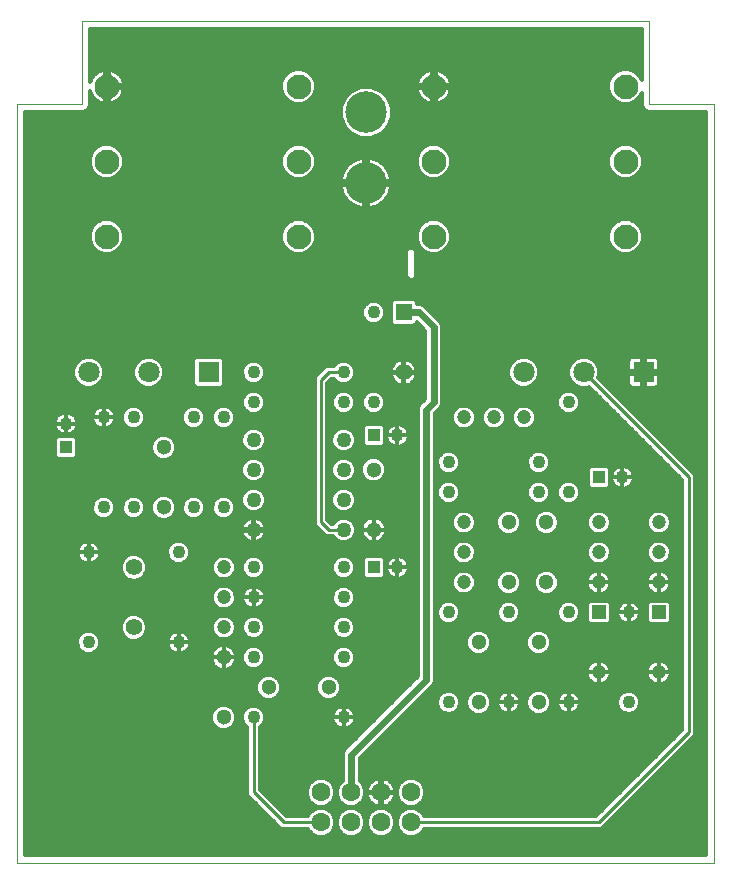
<source format=gtl>
G75*
%MOIN*%
%OFA0B0*%
%FSLAX25Y25*%
%IPPOS*%
%LPD*%
%AMOC8*
5,1,8,0,0,1.08239X$1,22.5*
%
%ADD10R,0.07087X0.07087*%
%ADD11C,0.07087*%
%ADD12C,0.08268*%
%ADD13C,0.13843*%
%ADD14C,0.06299*%
%ADD15C,0.00000*%
%ADD16C,0.05512*%
%ADD17R,0.05512X0.05512*%
%ADD18R,0.04331X0.04331*%
%ADD19C,0.04331*%
%ADD20C,0.05118*%
%ADD21C,0.04724*%
%ADD22C,0.05000*%
%ADD23R,0.04724X0.04724*%
%ADD24C,0.02400*%
%ADD25C,0.01200*%
%ADD26C,0.03346*%
%ADD27C,0.01000*%
D10*
X0068750Y0169163D03*
X0213750Y0169163D03*
D11*
X0193750Y0169163D03*
X0173750Y0169163D03*
X0048750Y0169163D03*
X0028750Y0169163D03*
D12*
X0034801Y0214350D03*
X0034801Y0239350D03*
X0034801Y0264350D03*
X0098699Y0264350D03*
X0098699Y0239350D03*
X0098699Y0214350D03*
X0143801Y0214350D03*
X0143801Y0239350D03*
X0143801Y0264350D03*
X0207699Y0264350D03*
X0207699Y0239350D03*
X0207699Y0214350D03*
D13*
X0121250Y0232188D03*
X0121250Y0255810D03*
D14*
X0116250Y0029100D03*
X0116250Y0019100D03*
X0106250Y0019100D03*
X0106250Y0029100D03*
X0126250Y0029100D03*
X0126250Y0019100D03*
X0136250Y0019100D03*
X0136250Y0029100D03*
D15*
X0237283Y0005600D02*
X0005000Y0005600D01*
X0005000Y0258631D01*
X0026654Y0258631D01*
X0026654Y0286191D01*
X0215630Y0286191D01*
X0215630Y0258631D01*
X0237283Y0258631D01*
X0237283Y0005600D01*
D16*
X0133750Y0169100D03*
X0043750Y0104100D03*
X0043750Y0084100D03*
D17*
X0133750Y0189100D03*
D18*
X0123810Y0148100D03*
X0123810Y0104100D03*
X0198810Y0134100D03*
X0021250Y0144160D03*
D19*
X0021250Y0152040D03*
X0033750Y0154100D03*
X0043750Y0154100D03*
X0063750Y0154100D03*
X0073750Y0154100D03*
X0083750Y0159100D03*
X0083750Y0169100D03*
X0113750Y0169100D03*
X0113750Y0159100D03*
X0123750Y0159100D03*
X0131690Y0148100D03*
X0148750Y0139100D03*
X0148750Y0129100D03*
X0131690Y0104100D03*
X0113750Y0104100D03*
X0113750Y0094100D03*
X0113750Y0084100D03*
X0113750Y0074100D03*
X0113750Y0054100D03*
X0083750Y0054100D03*
X0083750Y0074100D03*
X0083750Y0084100D03*
X0083750Y0094100D03*
X0083750Y0104100D03*
X0073750Y0124100D03*
X0063750Y0124100D03*
X0058750Y0109100D03*
X0043750Y0124100D03*
X0033750Y0124100D03*
X0028750Y0109100D03*
X0028750Y0079100D03*
X0058750Y0079100D03*
X0148750Y0089100D03*
X0168750Y0089100D03*
X0188750Y0089100D03*
X0208750Y0089100D03*
X0208750Y0059100D03*
X0188750Y0059100D03*
X0168750Y0059100D03*
X0148750Y0059100D03*
X0178750Y0129100D03*
X0178750Y0139100D03*
X0188750Y0129100D03*
X0206690Y0134100D03*
X0188750Y0159100D03*
X0123750Y0189100D03*
D20*
X0123750Y0136600D03*
X0123750Y0116600D03*
X0158750Y0079100D03*
X0158750Y0059100D03*
X0178750Y0059100D03*
X0178750Y0079100D03*
X0181250Y0099100D03*
X0168750Y0099100D03*
X0168750Y0119100D03*
X0181250Y0119100D03*
X0108750Y0064100D03*
X0088750Y0064100D03*
X0073750Y0054100D03*
X0073750Y0074100D03*
X0053750Y0124100D03*
X0053750Y0144100D03*
D21*
X0073750Y0104100D03*
X0073750Y0094100D03*
X0073750Y0084100D03*
X0153750Y0099100D03*
X0153750Y0109100D03*
X0153750Y0119100D03*
X0153750Y0154100D03*
X0163750Y0154100D03*
X0173750Y0154100D03*
X0198750Y0119100D03*
X0198750Y0109100D03*
X0198750Y0099100D03*
X0218750Y0099100D03*
X0218750Y0109100D03*
X0218750Y0119100D03*
X0218750Y0069100D03*
X0198750Y0069100D03*
D22*
X0113750Y0116600D03*
X0113750Y0126600D03*
X0113750Y0136600D03*
X0113750Y0146600D03*
X0083750Y0146600D03*
X0083750Y0136600D03*
X0083750Y0126600D03*
X0083750Y0116600D03*
D23*
X0198750Y0089100D03*
X0218750Y0089100D03*
D24*
X0143750Y0159100D02*
X0143750Y0184100D01*
X0138750Y0189100D01*
X0133750Y0189100D01*
X0143750Y0159100D02*
X0141250Y0156600D01*
X0141250Y0066600D01*
X0116250Y0041600D01*
X0116250Y0029100D01*
D25*
X0119334Y0025467D02*
X0123170Y0025467D01*
X0123156Y0025477D02*
X0123761Y0025038D01*
X0124427Y0024698D01*
X0125138Y0024467D01*
X0125876Y0024350D01*
X0125964Y0024350D01*
X0125964Y0028814D01*
X0126536Y0028814D01*
X0126536Y0029386D01*
X0131000Y0029386D01*
X0131000Y0029474D01*
X0130883Y0030212D01*
X0130652Y0030923D01*
X0130312Y0031589D01*
X0129873Y0032194D01*
X0129344Y0032723D01*
X0128739Y0033162D01*
X0128073Y0033502D01*
X0127362Y0033733D01*
X0126624Y0033850D01*
X0126536Y0033850D01*
X0126536Y0029386D01*
X0125964Y0029386D01*
X0125964Y0033850D01*
X0125876Y0033850D01*
X0125138Y0033733D01*
X0124427Y0033502D01*
X0123761Y0033162D01*
X0123156Y0032723D01*
X0122627Y0032194D01*
X0122188Y0031589D01*
X0121848Y0030923D01*
X0121617Y0030212D01*
X0121500Y0029474D01*
X0121500Y0029386D01*
X0125964Y0029386D01*
X0125964Y0028814D01*
X0121500Y0028814D01*
X0121500Y0028726D01*
X0121617Y0027988D01*
X0121848Y0027277D01*
X0122188Y0026611D01*
X0122627Y0026006D01*
X0123156Y0025477D01*
X0122160Y0026666D02*
X0120383Y0026666D01*
X0120277Y0026410D02*
X0121000Y0028155D01*
X0121000Y0030045D01*
X0120277Y0031790D01*
X0119050Y0033017D01*
X0119050Y0040440D01*
X0143624Y0065014D01*
X0144050Y0066043D01*
X0144050Y0155440D01*
X0146124Y0157514D01*
X0146550Y0158543D01*
X0146550Y0184657D01*
X0146124Y0185686D01*
X0145336Y0186474D01*
X0141124Y0190686D01*
X0140336Y0191474D01*
X0139307Y0191900D01*
X0138106Y0191900D01*
X0138106Y0192519D01*
X0137169Y0193456D01*
X0130331Y0193456D01*
X0129394Y0192519D01*
X0129394Y0185681D01*
X0130331Y0184744D01*
X0137169Y0184744D01*
X0138106Y0185681D01*
X0138106Y0185784D01*
X0140950Y0182940D01*
X0140950Y0160260D01*
X0139664Y0158974D01*
X0138876Y0158186D01*
X0138450Y0157157D01*
X0138450Y0067760D01*
X0113876Y0043186D01*
X0113450Y0042157D01*
X0113450Y0033017D01*
X0112223Y0031790D01*
X0111500Y0030045D01*
X0111500Y0028155D01*
X0112223Y0026410D01*
X0113560Y0025073D01*
X0115305Y0024350D01*
X0117195Y0024350D01*
X0118940Y0025073D01*
X0120277Y0026410D01*
X0120879Y0027864D02*
X0121657Y0027864D01*
X0121000Y0029063D02*
X0125964Y0029063D01*
X0126536Y0029063D02*
X0131500Y0029063D01*
X0131000Y0028814D02*
X0126536Y0028814D01*
X0126536Y0024350D01*
X0126624Y0024350D01*
X0127362Y0024467D01*
X0128073Y0024698D01*
X0128739Y0025038D01*
X0129344Y0025477D01*
X0129873Y0026006D01*
X0130312Y0026611D01*
X0130652Y0027277D01*
X0130883Y0027988D01*
X0131000Y0028726D01*
X0131000Y0028814D01*
X0131500Y0028155D02*
X0132223Y0026410D01*
X0133560Y0025073D01*
X0135305Y0024350D01*
X0137195Y0024350D01*
X0138940Y0025073D01*
X0140277Y0026410D01*
X0141000Y0028155D01*
X0141000Y0030045D01*
X0140277Y0031790D01*
X0138940Y0033127D01*
X0137195Y0033850D01*
X0135305Y0033850D01*
X0133560Y0033127D01*
X0132223Y0031790D01*
X0131500Y0030045D01*
X0131500Y0028155D01*
X0131621Y0027864D02*
X0130843Y0027864D01*
X0130340Y0026666D02*
X0132117Y0026666D01*
X0133166Y0025467D02*
X0129330Y0025467D01*
X0128940Y0023127D02*
X0127195Y0023850D01*
X0125305Y0023850D01*
X0123560Y0023127D01*
X0122223Y0021790D01*
X0121500Y0020045D01*
X0121500Y0018155D01*
X0122223Y0016410D01*
X0123560Y0015073D01*
X0125305Y0014350D01*
X0127195Y0014350D01*
X0128940Y0015073D01*
X0130277Y0016410D01*
X0131000Y0018155D01*
X0131000Y0020045D01*
X0130277Y0021790D01*
X0128940Y0023127D01*
X0128997Y0023070D02*
X0133503Y0023070D01*
X0133560Y0023127D02*
X0132223Y0021790D01*
X0131500Y0020045D01*
X0131500Y0018155D01*
X0132223Y0016410D01*
X0133560Y0015073D01*
X0135305Y0014350D01*
X0137195Y0014350D01*
X0138940Y0015073D01*
X0140277Y0016410D01*
X0140521Y0017000D01*
X0199620Y0017000D01*
X0229620Y0047000D01*
X0230850Y0048230D01*
X0230850Y0135033D01*
X0198556Y0167326D01*
X0198893Y0168140D01*
X0198893Y0170186D01*
X0198110Y0172076D01*
X0196663Y0173523D01*
X0194773Y0174306D01*
X0192727Y0174306D01*
X0190837Y0173523D01*
X0189390Y0172076D01*
X0188607Y0170186D01*
X0188607Y0168140D01*
X0189390Y0166250D01*
X0190837Y0164803D01*
X0192727Y0164020D01*
X0194773Y0164020D01*
X0195587Y0164357D01*
X0226650Y0133293D01*
X0226650Y0049970D01*
X0197880Y0021200D01*
X0140521Y0021200D01*
X0140277Y0021790D01*
X0138940Y0023127D01*
X0137195Y0023850D01*
X0135305Y0023850D01*
X0133560Y0023127D01*
X0132305Y0021872D02*
X0130195Y0021872D01*
X0130739Y0020673D02*
X0131761Y0020673D01*
X0131500Y0019475D02*
X0131000Y0019475D01*
X0131000Y0018276D02*
X0131500Y0018276D01*
X0131947Y0017078D02*
X0130553Y0017078D01*
X0129746Y0015879D02*
X0132754Y0015879D01*
X0134508Y0014681D02*
X0127992Y0014681D01*
X0124508Y0014681D02*
X0117992Y0014681D01*
X0117195Y0014350D02*
X0118940Y0015073D01*
X0120277Y0016410D01*
X0121000Y0018155D01*
X0121000Y0020045D01*
X0120277Y0021790D01*
X0118940Y0023127D01*
X0117195Y0023850D01*
X0115305Y0023850D01*
X0113560Y0023127D01*
X0112223Y0021790D01*
X0111500Y0020045D01*
X0111500Y0018155D01*
X0112223Y0016410D01*
X0113560Y0015073D01*
X0115305Y0014350D01*
X0117195Y0014350D01*
X0114508Y0014681D02*
X0107992Y0014681D01*
X0107195Y0014350D02*
X0105305Y0014350D01*
X0103560Y0015073D01*
X0102223Y0016410D01*
X0101979Y0017000D01*
X0092880Y0017000D01*
X0082880Y0027000D01*
X0081650Y0028230D01*
X0081650Y0050894D01*
X0081617Y0050908D01*
X0080558Y0051967D01*
X0079985Y0053351D01*
X0079985Y0054849D01*
X0080558Y0056233D01*
X0081617Y0057292D01*
X0083001Y0057865D01*
X0084499Y0057865D01*
X0085883Y0057292D01*
X0086942Y0056233D01*
X0087515Y0054849D01*
X0087515Y0053351D01*
X0086942Y0051967D01*
X0085883Y0050908D01*
X0085850Y0050894D01*
X0085850Y0029970D01*
X0094620Y0021200D01*
X0101979Y0021200D01*
X0102223Y0021790D01*
X0103560Y0023127D01*
X0105305Y0023850D01*
X0107195Y0023850D01*
X0108940Y0023127D01*
X0110277Y0021790D01*
X0111000Y0020045D01*
X0111000Y0018155D01*
X0110277Y0016410D01*
X0108940Y0015073D01*
X0107195Y0014350D01*
X0104508Y0014681D02*
X0007600Y0014681D01*
X0007600Y0015879D02*
X0102754Y0015879D01*
X0102305Y0021872D02*
X0093948Y0021872D01*
X0092750Y0023070D02*
X0103503Y0023070D01*
X0103560Y0025073D02*
X0105305Y0024350D01*
X0107195Y0024350D01*
X0108940Y0025073D01*
X0110277Y0026410D01*
X0111000Y0028155D01*
X0111000Y0030045D01*
X0110277Y0031790D01*
X0108940Y0033127D01*
X0107195Y0033850D01*
X0105305Y0033850D01*
X0103560Y0033127D01*
X0102223Y0031790D01*
X0101500Y0030045D01*
X0101500Y0028155D01*
X0102223Y0026410D01*
X0103560Y0025073D01*
X0103166Y0025467D02*
X0090353Y0025467D01*
X0091551Y0024269D02*
X0200949Y0024269D01*
X0202147Y0025467D02*
X0139334Y0025467D01*
X0140383Y0026666D02*
X0203346Y0026666D01*
X0204544Y0027864D02*
X0140879Y0027864D01*
X0141000Y0029063D02*
X0205743Y0029063D01*
X0206941Y0030261D02*
X0140910Y0030261D01*
X0140413Y0031460D02*
X0208140Y0031460D01*
X0209338Y0032658D02*
X0139409Y0032658D01*
X0133091Y0032658D02*
X0129409Y0032658D01*
X0130378Y0031460D02*
X0132087Y0031460D01*
X0131590Y0030261D02*
X0130867Y0030261D01*
X0126536Y0030261D02*
X0125964Y0030261D01*
X0125964Y0031460D02*
X0126536Y0031460D01*
X0126536Y0032658D02*
X0125964Y0032658D01*
X0123091Y0032658D02*
X0119409Y0032658D01*
X0119050Y0033857D02*
X0210537Y0033857D01*
X0211735Y0035055D02*
X0119050Y0035055D01*
X0119050Y0036254D02*
X0212934Y0036254D01*
X0214133Y0037452D02*
X0119050Y0037452D01*
X0119050Y0038651D02*
X0215331Y0038651D01*
X0216530Y0039849D02*
X0119050Y0039849D01*
X0119658Y0041048D02*
X0217728Y0041048D01*
X0218927Y0042246D02*
X0120856Y0042246D01*
X0122055Y0043445D02*
X0220125Y0043445D01*
X0221324Y0044643D02*
X0123253Y0044643D01*
X0124452Y0045842D02*
X0222522Y0045842D01*
X0223721Y0047040D02*
X0125650Y0047040D01*
X0126849Y0048239D02*
X0224919Y0048239D01*
X0226118Y0049437D02*
X0128047Y0049437D01*
X0129246Y0050636D02*
X0226650Y0050636D01*
X0226650Y0051834D02*
X0130444Y0051834D01*
X0131643Y0053033D02*
X0226650Y0053033D01*
X0226650Y0054232D02*
X0132841Y0054232D01*
X0134040Y0055430D02*
X0147771Y0055430D01*
X0148001Y0055335D02*
X0149499Y0055335D01*
X0150883Y0055908D01*
X0151942Y0056967D01*
X0152515Y0058351D01*
X0152515Y0059849D01*
X0151942Y0061233D01*
X0150883Y0062292D01*
X0149499Y0062865D01*
X0148001Y0062865D01*
X0146617Y0062292D01*
X0145558Y0061233D01*
X0144985Y0059849D01*
X0144985Y0058351D01*
X0145558Y0056967D01*
X0146617Y0055908D01*
X0148001Y0055335D01*
X0149729Y0055430D02*
X0156742Y0055430D01*
X0156394Y0055574D02*
X0157923Y0054941D01*
X0159577Y0054941D01*
X0161106Y0055574D01*
X0162276Y0056744D01*
X0162909Y0058273D01*
X0162909Y0059927D01*
X0162276Y0061456D01*
X0161106Y0062626D01*
X0159577Y0063259D01*
X0157923Y0063259D01*
X0156394Y0062626D01*
X0155224Y0061456D01*
X0154591Y0059927D01*
X0154591Y0058273D01*
X0155224Y0056744D01*
X0156394Y0055574D01*
X0155340Y0056629D02*
X0151604Y0056629D01*
X0152298Y0057827D02*
X0154776Y0057827D01*
X0154591Y0059026D02*
X0152515Y0059026D01*
X0152360Y0060224D02*
X0154714Y0060224D01*
X0155210Y0061423D02*
X0151752Y0061423D01*
X0150089Y0062621D02*
X0156389Y0062621D01*
X0161111Y0062621D02*
X0167411Y0062621D01*
X0167652Y0062721D02*
X0166966Y0062437D01*
X0166350Y0062025D01*
X0165825Y0061500D01*
X0165413Y0060884D01*
X0165129Y0060198D01*
X0164985Y0059471D01*
X0164985Y0059100D01*
X0164985Y0058729D01*
X0165129Y0058002D01*
X0165413Y0057316D01*
X0165825Y0056700D01*
X0166350Y0056175D01*
X0166966Y0055763D01*
X0167652Y0055479D01*
X0168379Y0055335D01*
X0168750Y0055335D01*
X0169121Y0055335D01*
X0169848Y0055479D01*
X0170534Y0055763D01*
X0171150Y0056175D01*
X0171675Y0056700D01*
X0172087Y0057316D01*
X0172371Y0058002D01*
X0172515Y0058729D01*
X0172515Y0059100D01*
X0172515Y0059471D01*
X0172371Y0060198D01*
X0172087Y0060884D01*
X0171675Y0061500D01*
X0171150Y0062025D01*
X0170534Y0062437D01*
X0169848Y0062721D01*
X0169121Y0062865D01*
X0168750Y0062865D01*
X0168379Y0062865D01*
X0167652Y0062721D01*
X0168750Y0062621D02*
X0168750Y0062621D01*
X0168750Y0062865D02*
X0168750Y0059100D01*
X0168750Y0059100D01*
X0168750Y0062865D01*
X0170089Y0062621D02*
X0176389Y0062621D01*
X0176394Y0062626D02*
X0175224Y0061456D01*
X0174591Y0059927D01*
X0174591Y0058273D01*
X0175224Y0056744D01*
X0176394Y0055574D01*
X0177923Y0054941D01*
X0179577Y0054941D01*
X0181106Y0055574D01*
X0182276Y0056744D01*
X0182909Y0058273D01*
X0182909Y0059927D01*
X0182276Y0061456D01*
X0181106Y0062626D01*
X0179577Y0063259D01*
X0177923Y0063259D01*
X0176394Y0062626D01*
X0175210Y0061423D02*
X0171727Y0061423D01*
X0172360Y0060224D02*
X0174714Y0060224D01*
X0174591Y0059026D02*
X0172515Y0059026D01*
X0172515Y0059100D02*
X0168750Y0059100D01*
X0172515Y0059100D01*
X0172298Y0057827D02*
X0174776Y0057827D01*
X0175340Y0056629D02*
X0171604Y0056629D01*
X0169600Y0055430D02*
X0176742Y0055430D01*
X0180758Y0055430D02*
X0187900Y0055430D01*
X0187652Y0055479D02*
X0188379Y0055335D01*
X0188750Y0055335D01*
X0189121Y0055335D01*
X0189848Y0055479D01*
X0190534Y0055763D01*
X0191150Y0056175D01*
X0191675Y0056700D01*
X0192087Y0057316D01*
X0192371Y0058002D01*
X0192515Y0058729D01*
X0192515Y0059100D01*
X0192515Y0059471D01*
X0192371Y0060198D01*
X0192087Y0060884D01*
X0191675Y0061500D01*
X0191150Y0062025D01*
X0190534Y0062437D01*
X0189848Y0062721D01*
X0189121Y0062865D01*
X0188750Y0062865D01*
X0188379Y0062865D01*
X0187652Y0062721D01*
X0186966Y0062437D01*
X0186350Y0062025D01*
X0185825Y0061500D01*
X0185413Y0060884D01*
X0185129Y0060198D01*
X0184985Y0059471D01*
X0184985Y0059100D01*
X0184985Y0058729D01*
X0185129Y0058002D01*
X0185413Y0057316D01*
X0185825Y0056700D01*
X0186350Y0056175D01*
X0186966Y0055763D01*
X0187652Y0055479D01*
X0188750Y0055430D02*
X0188750Y0055430D01*
X0188750Y0055335D02*
X0188750Y0059100D01*
X0188750Y0059100D01*
X0188750Y0062865D01*
X0188750Y0059100D01*
X0192515Y0059100D01*
X0188750Y0059100D01*
X0188750Y0059100D01*
X0188750Y0059100D01*
X0184985Y0059100D01*
X0188750Y0059100D01*
X0188750Y0059100D01*
X0188750Y0055335D01*
X0189600Y0055430D02*
X0207771Y0055430D01*
X0208001Y0055335D02*
X0209499Y0055335D01*
X0210883Y0055908D01*
X0211942Y0056967D01*
X0212515Y0058351D01*
X0212515Y0059849D01*
X0211942Y0061233D01*
X0210883Y0062292D01*
X0209499Y0062865D01*
X0208001Y0062865D01*
X0206617Y0062292D01*
X0205558Y0061233D01*
X0204985Y0059849D01*
X0204985Y0058351D01*
X0205558Y0056967D01*
X0206617Y0055908D01*
X0208001Y0055335D01*
X0209729Y0055430D02*
X0226650Y0055430D01*
X0226650Y0056629D02*
X0211604Y0056629D01*
X0212298Y0057827D02*
X0226650Y0057827D01*
X0226650Y0059026D02*
X0212515Y0059026D01*
X0212360Y0060224D02*
X0226650Y0060224D01*
X0226650Y0061423D02*
X0211752Y0061423D01*
X0210089Y0062621D02*
X0226650Y0062621D01*
X0226650Y0063820D02*
X0142429Y0063820D01*
X0143625Y0065018D02*
X0226650Y0065018D01*
X0226650Y0066217D02*
X0221470Y0066217D01*
X0221276Y0066022D02*
X0221828Y0066574D01*
X0222261Y0067223D01*
X0222560Y0067944D01*
X0222712Y0068710D01*
X0222712Y0069100D01*
X0222712Y0069490D01*
X0222560Y0070256D01*
X0222261Y0070977D01*
X0221828Y0071626D01*
X0221276Y0072178D01*
X0220627Y0072611D01*
X0219906Y0072910D01*
X0219140Y0073062D01*
X0218750Y0073062D01*
X0218750Y0069100D01*
X0218750Y0069100D01*
X0222712Y0069100D01*
X0218750Y0069100D01*
X0218750Y0069100D01*
X0218750Y0069100D01*
X0214788Y0069100D01*
X0214788Y0069490D01*
X0214940Y0070256D01*
X0215239Y0070977D01*
X0215672Y0071626D01*
X0216224Y0072178D01*
X0216873Y0072611D01*
X0217594Y0072910D01*
X0218360Y0073062D01*
X0218750Y0073062D01*
X0218750Y0069100D01*
X0218750Y0065138D01*
X0219140Y0065138D01*
X0219906Y0065290D01*
X0220627Y0065589D01*
X0221276Y0066022D01*
X0222341Y0067415D02*
X0226650Y0067415D01*
X0226650Y0068614D02*
X0222693Y0068614D01*
X0222648Y0069812D02*
X0226650Y0069812D01*
X0226650Y0071011D02*
X0222239Y0071011D01*
X0221229Y0072209D02*
X0226650Y0072209D01*
X0226650Y0073408D02*
X0144050Y0073408D01*
X0144050Y0074606D02*
X0226650Y0074606D01*
X0226650Y0075805D02*
X0181337Y0075805D01*
X0181106Y0075574D02*
X0182276Y0076744D01*
X0182909Y0078273D01*
X0182909Y0079927D01*
X0182276Y0081456D01*
X0181106Y0082626D01*
X0179577Y0083259D01*
X0177923Y0083259D01*
X0176394Y0082626D01*
X0175224Y0081456D01*
X0174591Y0079927D01*
X0174591Y0078273D01*
X0175224Y0076744D01*
X0176394Y0075574D01*
X0177923Y0074941D01*
X0179577Y0074941D01*
X0181106Y0075574D01*
X0182383Y0077003D02*
X0226650Y0077003D01*
X0226650Y0078202D02*
X0182880Y0078202D01*
X0182909Y0079400D02*
X0226650Y0079400D01*
X0226650Y0080599D02*
X0182631Y0080599D01*
X0181934Y0081797D02*
X0226650Y0081797D01*
X0226650Y0082996D02*
X0180213Y0082996D01*
X0177287Y0082996D02*
X0160213Y0082996D01*
X0159577Y0083259D02*
X0157923Y0083259D01*
X0156394Y0082626D01*
X0155224Y0081456D01*
X0154591Y0079927D01*
X0154591Y0078273D01*
X0155224Y0076744D01*
X0156394Y0075574D01*
X0157923Y0074941D01*
X0159577Y0074941D01*
X0161106Y0075574D01*
X0162276Y0076744D01*
X0162909Y0078273D01*
X0162909Y0079927D01*
X0162276Y0081456D01*
X0161106Y0082626D01*
X0159577Y0083259D01*
X0157287Y0082996D02*
X0144050Y0082996D01*
X0144050Y0084194D02*
X0226650Y0084194D01*
X0226650Y0085393D02*
X0222030Y0085393D01*
X0221775Y0085138D02*
X0222712Y0086075D01*
X0222712Y0092125D01*
X0221775Y0093062D01*
X0215725Y0093062D01*
X0214788Y0092125D01*
X0214788Y0086075D01*
X0215725Y0085138D01*
X0221775Y0085138D01*
X0222712Y0086591D02*
X0226650Y0086591D01*
X0226650Y0087790D02*
X0222712Y0087790D01*
X0222712Y0088988D02*
X0226650Y0088988D01*
X0226650Y0090187D02*
X0222712Y0090187D01*
X0222712Y0091385D02*
X0226650Y0091385D01*
X0226650Y0092584D02*
X0222253Y0092584D01*
X0220627Y0095589D02*
X0221276Y0096022D01*
X0221828Y0096574D01*
X0222261Y0097223D01*
X0222560Y0097944D01*
X0222712Y0098710D01*
X0222712Y0099100D01*
X0222712Y0099490D01*
X0222560Y0100256D01*
X0222261Y0100977D01*
X0221828Y0101626D01*
X0221276Y0102178D01*
X0220627Y0102611D01*
X0219906Y0102910D01*
X0219140Y0103062D01*
X0218750Y0103062D01*
X0218750Y0099100D01*
X0218750Y0099100D01*
X0222712Y0099100D01*
X0218750Y0099100D01*
X0218750Y0099100D01*
X0218750Y0099100D01*
X0214788Y0099100D01*
X0214788Y0099490D01*
X0214940Y0100256D01*
X0215239Y0100977D01*
X0215672Y0101626D01*
X0216224Y0102178D01*
X0216873Y0102611D01*
X0217594Y0102910D01*
X0218360Y0103062D01*
X0218750Y0103062D01*
X0218750Y0099100D01*
X0218750Y0095138D01*
X0219140Y0095138D01*
X0219906Y0095290D01*
X0220627Y0095589D01*
X0221433Y0096179D02*
X0226650Y0096179D01*
X0226650Y0094981D02*
X0182174Y0094981D01*
X0182077Y0094941D02*
X0183606Y0095574D01*
X0184776Y0096744D01*
X0185409Y0098273D01*
X0185409Y0099927D01*
X0184776Y0101456D01*
X0183606Y0102626D01*
X0182077Y0103259D01*
X0180423Y0103259D01*
X0178894Y0102626D01*
X0177724Y0101456D01*
X0177091Y0099927D01*
X0177091Y0098273D01*
X0177724Y0096744D01*
X0178894Y0095574D01*
X0180423Y0094941D01*
X0182077Y0094941D01*
X0180326Y0094981D02*
X0169674Y0094981D01*
X0169577Y0094941D02*
X0171106Y0095574D01*
X0172276Y0096744D01*
X0172909Y0098273D01*
X0172909Y0099927D01*
X0172276Y0101456D01*
X0171106Y0102626D01*
X0169577Y0103259D01*
X0167923Y0103259D01*
X0166394Y0102626D01*
X0165224Y0101456D01*
X0164591Y0099927D01*
X0164591Y0098273D01*
X0165224Y0096744D01*
X0166394Y0095574D01*
X0167923Y0094941D01*
X0169577Y0094941D01*
X0167826Y0094981D02*
X0144050Y0094981D01*
X0144050Y0096179D02*
X0151067Y0096179D01*
X0151506Y0095741D02*
X0150391Y0096856D01*
X0149788Y0098312D01*
X0149788Y0099888D01*
X0150391Y0101344D01*
X0151506Y0102459D01*
X0152962Y0103062D01*
X0154538Y0103062D01*
X0155994Y0102459D01*
X0157109Y0101344D01*
X0157712Y0099888D01*
X0157712Y0098312D01*
X0157109Y0096856D01*
X0155994Y0095741D01*
X0154538Y0095138D01*
X0152962Y0095138D01*
X0151506Y0095741D01*
X0150175Y0097378D02*
X0144050Y0097378D01*
X0144050Y0098576D02*
X0149788Y0098576D01*
X0149788Y0099775D02*
X0144050Y0099775D01*
X0144050Y0100973D02*
X0150237Y0100973D01*
X0151219Y0102172D02*
X0144050Y0102172D01*
X0144050Y0103370D02*
X0226650Y0103370D01*
X0226650Y0102172D02*
X0221281Y0102172D01*
X0222263Y0100973D02*
X0226650Y0100973D01*
X0226650Y0099775D02*
X0222656Y0099775D01*
X0222686Y0098576D02*
X0226650Y0098576D01*
X0226650Y0097378D02*
X0222325Y0097378D01*
X0218750Y0097378D02*
X0218750Y0097378D01*
X0218750Y0098576D02*
X0218750Y0098576D01*
X0218750Y0099100D02*
X0218750Y0099100D01*
X0214788Y0099100D01*
X0214788Y0098710D01*
X0214940Y0097944D01*
X0215239Y0097223D01*
X0215672Y0096574D01*
X0216224Y0096022D01*
X0216873Y0095589D01*
X0217594Y0095290D01*
X0218360Y0095138D01*
X0218750Y0095138D01*
X0218750Y0099100D01*
X0218750Y0099775D02*
X0218750Y0099775D01*
X0218750Y0100973D02*
X0218750Y0100973D01*
X0218750Y0102172D02*
X0218750Y0102172D01*
X0217962Y0105138D02*
X0219538Y0105138D01*
X0220994Y0105741D01*
X0222109Y0106856D01*
X0222712Y0108312D01*
X0222712Y0109888D01*
X0222109Y0111344D01*
X0220994Y0112459D01*
X0219538Y0113062D01*
X0217962Y0113062D01*
X0216506Y0112459D01*
X0215391Y0111344D01*
X0214788Y0109888D01*
X0214788Y0108312D01*
X0215391Y0106856D01*
X0216506Y0105741D01*
X0217962Y0105138D01*
X0216479Y0105768D02*
X0201021Y0105768D01*
X0200994Y0105741D02*
X0202109Y0106856D01*
X0202712Y0108312D01*
X0202712Y0109888D01*
X0202109Y0111344D01*
X0200994Y0112459D01*
X0199538Y0113062D01*
X0197962Y0113062D01*
X0196506Y0112459D01*
X0195391Y0111344D01*
X0194788Y0109888D01*
X0194788Y0108312D01*
X0195391Y0106856D01*
X0196506Y0105741D01*
X0197962Y0105138D01*
X0199538Y0105138D01*
X0200994Y0105741D01*
X0202155Y0106966D02*
X0215345Y0106966D01*
X0214849Y0108165D02*
X0202651Y0108165D01*
X0202712Y0109363D02*
X0214788Y0109363D01*
X0215067Y0110562D02*
X0202433Y0110562D01*
X0201693Y0111760D02*
X0215807Y0111760D01*
X0217712Y0112959D02*
X0199788Y0112959D01*
X0197712Y0112959D02*
X0154788Y0112959D01*
X0154538Y0113062D02*
X0152962Y0113062D01*
X0151506Y0112459D01*
X0150391Y0111344D01*
X0149788Y0109888D01*
X0149788Y0108312D01*
X0150391Y0106856D01*
X0151506Y0105741D01*
X0152962Y0105138D01*
X0154538Y0105138D01*
X0155994Y0105741D01*
X0157109Y0106856D01*
X0157712Y0108312D01*
X0157712Y0109888D01*
X0157109Y0111344D01*
X0155994Y0112459D01*
X0154538Y0113062D01*
X0152712Y0112959D02*
X0144050Y0112959D01*
X0144050Y0114157D02*
X0226650Y0114157D01*
X0226650Y0112959D02*
X0219788Y0112959D01*
X0219538Y0115138D02*
X0217962Y0115138D01*
X0216506Y0115741D01*
X0215391Y0116856D01*
X0214788Y0118312D01*
X0214788Y0119888D01*
X0215391Y0121344D01*
X0216506Y0122459D01*
X0217962Y0123062D01*
X0219538Y0123062D01*
X0220994Y0122459D01*
X0222109Y0121344D01*
X0222712Y0119888D01*
X0222712Y0118312D01*
X0222109Y0116856D01*
X0220994Y0115741D01*
X0219538Y0115138D01*
X0220064Y0115356D02*
X0226650Y0115356D01*
X0226650Y0116554D02*
X0221808Y0116554D01*
X0222481Y0117753D02*
X0226650Y0117753D01*
X0226650Y0118951D02*
X0222712Y0118951D01*
X0222604Y0120150D02*
X0226650Y0120150D01*
X0226650Y0121348D02*
X0222105Y0121348D01*
X0220783Y0122547D02*
X0226650Y0122547D01*
X0226650Y0123745D02*
X0144050Y0123745D01*
X0144050Y0122547D02*
X0151717Y0122547D01*
X0151506Y0122459D02*
X0150391Y0121344D01*
X0149788Y0119888D01*
X0149788Y0118312D01*
X0150391Y0116856D01*
X0151506Y0115741D01*
X0152962Y0115138D01*
X0154538Y0115138D01*
X0155994Y0115741D01*
X0157109Y0116856D01*
X0157712Y0118312D01*
X0157712Y0119888D01*
X0157109Y0121344D01*
X0155994Y0122459D01*
X0154538Y0123062D01*
X0152962Y0123062D01*
X0151506Y0122459D01*
X0150395Y0121348D02*
X0144050Y0121348D01*
X0144050Y0120150D02*
X0149896Y0120150D01*
X0149788Y0118951D02*
X0144050Y0118951D01*
X0144050Y0117753D02*
X0150019Y0117753D01*
X0150692Y0116554D02*
X0144050Y0116554D01*
X0144050Y0115356D02*
X0152436Y0115356D01*
X0155064Y0115356D02*
X0166922Y0115356D01*
X0166394Y0115574D02*
X0167923Y0114941D01*
X0169577Y0114941D01*
X0171106Y0115574D01*
X0172276Y0116744D01*
X0172909Y0118273D01*
X0172909Y0119927D01*
X0172276Y0121456D01*
X0171106Y0122626D01*
X0169577Y0123259D01*
X0167923Y0123259D01*
X0166394Y0122626D01*
X0165224Y0121456D01*
X0164591Y0119927D01*
X0164591Y0118273D01*
X0165224Y0116744D01*
X0166394Y0115574D01*
X0165414Y0116554D02*
X0156808Y0116554D01*
X0157481Y0117753D02*
X0164806Y0117753D01*
X0164591Y0118951D02*
X0157712Y0118951D01*
X0157604Y0120150D02*
X0164683Y0120150D01*
X0165180Y0121348D02*
X0157105Y0121348D01*
X0155783Y0122547D02*
X0166315Y0122547D01*
X0171185Y0122547D02*
X0178815Y0122547D01*
X0178894Y0122626D02*
X0177724Y0121456D01*
X0177091Y0119927D01*
X0177091Y0118273D01*
X0177724Y0116744D01*
X0178894Y0115574D01*
X0180423Y0114941D01*
X0182077Y0114941D01*
X0183606Y0115574D01*
X0184776Y0116744D01*
X0185409Y0118273D01*
X0185409Y0119927D01*
X0184776Y0121456D01*
X0183606Y0122626D01*
X0182077Y0123259D01*
X0180423Y0123259D01*
X0178894Y0122626D01*
X0177680Y0121348D02*
X0172320Y0121348D01*
X0172817Y0120150D02*
X0177183Y0120150D01*
X0177091Y0118951D02*
X0172909Y0118951D01*
X0172694Y0117753D02*
X0177306Y0117753D01*
X0177914Y0116554D02*
X0172086Y0116554D01*
X0170578Y0115356D02*
X0179422Y0115356D01*
X0183078Y0115356D02*
X0197436Y0115356D01*
X0197962Y0115138D02*
X0199538Y0115138D01*
X0200994Y0115741D01*
X0202109Y0116856D01*
X0202712Y0118312D01*
X0202712Y0119888D01*
X0202109Y0121344D01*
X0200994Y0122459D01*
X0199538Y0123062D01*
X0197962Y0123062D01*
X0196506Y0122459D01*
X0195391Y0121344D01*
X0194788Y0119888D01*
X0194788Y0118312D01*
X0195391Y0116856D01*
X0196506Y0115741D01*
X0197962Y0115138D01*
X0200064Y0115356D02*
X0217436Y0115356D01*
X0215692Y0116554D02*
X0201808Y0116554D01*
X0202481Y0117753D02*
X0215019Y0117753D01*
X0214788Y0118951D02*
X0202712Y0118951D01*
X0202604Y0120150D02*
X0214896Y0120150D01*
X0215395Y0121348D02*
X0202105Y0121348D01*
X0200783Y0122547D02*
X0216717Y0122547D01*
X0209090Y0131175D02*
X0209615Y0131700D01*
X0210027Y0132316D01*
X0210311Y0133002D01*
X0210455Y0133729D01*
X0210455Y0134100D01*
X0210455Y0134471D01*
X0210311Y0135198D01*
X0210027Y0135884D01*
X0209615Y0136500D01*
X0209090Y0137025D01*
X0208474Y0137437D01*
X0207788Y0137721D01*
X0207061Y0137865D01*
X0206690Y0137865D01*
X0206319Y0137865D01*
X0205592Y0137721D01*
X0204906Y0137437D01*
X0204290Y0137025D01*
X0203765Y0136500D01*
X0203353Y0135884D01*
X0203069Y0135198D01*
X0202925Y0134471D01*
X0202925Y0134100D01*
X0202925Y0133729D01*
X0203069Y0133002D01*
X0203353Y0132316D01*
X0203765Y0131700D01*
X0204290Y0131175D01*
X0204906Y0130763D01*
X0205592Y0130479D01*
X0206319Y0130335D01*
X0206690Y0130335D01*
X0207061Y0130335D01*
X0207788Y0130479D01*
X0208474Y0130763D01*
X0209090Y0131175D01*
X0208733Y0130936D02*
X0226650Y0130936D01*
X0226650Y0129738D02*
X0192515Y0129738D01*
X0192515Y0129849D02*
X0191942Y0131233D01*
X0190883Y0132292D01*
X0189499Y0132865D01*
X0188001Y0132865D01*
X0186617Y0132292D01*
X0185558Y0131233D01*
X0184985Y0129849D01*
X0184985Y0128351D01*
X0185558Y0126967D01*
X0186617Y0125908D01*
X0188001Y0125335D01*
X0189499Y0125335D01*
X0190883Y0125908D01*
X0191942Y0126967D01*
X0192515Y0128351D01*
X0192515Y0129849D01*
X0192065Y0130936D02*
X0195380Y0130936D01*
X0195045Y0131272D02*
X0195982Y0130335D01*
X0201638Y0130335D01*
X0202575Y0131272D01*
X0202575Y0136928D01*
X0201638Y0137865D01*
X0195982Y0137865D01*
X0195045Y0136928D01*
X0195045Y0131272D01*
X0195045Y0132135D02*
X0191040Y0132135D01*
X0192515Y0128539D02*
X0226650Y0128539D01*
X0226650Y0127341D02*
X0192097Y0127341D01*
X0191117Y0126142D02*
X0226650Y0126142D01*
X0226650Y0124944D02*
X0144050Y0124944D01*
X0144050Y0126142D02*
X0146383Y0126142D01*
X0146617Y0125908D02*
X0145558Y0126967D01*
X0144985Y0128351D01*
X0144985Y0129849D01*
X0145558Y0131233D01*
X0146617Y0132292D01*
X0148001Y0132865D01*
X0149499Y0132865D01*
X0150883Y0132292D01*
X0151942Y0131233D01*
X0152515Y0129849D01*
X0152515Y0128351D01*
X0151942Y0126967D01*
X0150883Y0125908D01*
X0149499Y0125335D01*
X0148001Y0125335D01*
X0146617Y0125908D01*
X0145403Y0127341D02*
X0144050Y0127341D01*
X0144050Y0128539D02*
X0144985Y0128539D01*
X0144985Y0129738D02*
X0144050Y0129738D01*
X0144050Y0130936D02*
X0145435Y0130936D01*
X0146460Y0132135D02*
X0144050Y0132135D01*
X0144050Y0133333D02*
X0195045Y0133333D01*
X0195045Y0134532D02*
X0144050Y0134532D01*
X0144050Y0135730D02*
X0147046Y0135730D01*
X0146617Y0135908D02*
X0148001Y0135335D01*
X0149499Y0135335D01*
X0150883Y0135908D01*
X0151942Y0136967D01*
X0152515Y0138351D01*
X0152515Y0139849D01*
X0151942Y0141233D01*
X0150883Y0142292D01*
X0149499Y0142865D01*
X0148001Y0142865D01*
X0146617Y0142292D01*
X0145558Y0141233D01*
X0144985Y0139849D01*
X0144985Y0138351D01*
X0145558Y0136967D01*
X0146617Y0135908D01*
X0145596Y0136929D02*
X0144050Y0136929D01*
X0144050Y0138127D02*
X0145077Y0138127D01*
X0144985Y0139326D02*
X0144050Y0139326D01*
X0144050Y0140524D02*
X0145264Y0140524D01*
X0146048Y0141723D02*
X0144050Y0141723D01*
X0144050Y0142921D02*
X0217022Y0142921D01*
X0218220Y0141723D02*
X0181452Y0141723D01*
X0181942Y0141233D02*
X0180883Y0142292D01*
X0179499Y0142865D01*
X0178001Y0142865D01*
X0176617Y0142292D01*
X0175558Y0141233D01*
X0174985Y0139849D01*
X0174985Y0138351D01*
X0175558Y0136967D01*
X0176617Y0135908D01*
X0178001Y0135335D01*
X0179499Y0135335D01*
X0180883Y0135908D01*
X0181942Y0136967D01*
X0182515Y0138351D01*
X0182515Y0139849D01*
X0181942Y0141233D01*
X0182236Y0140524D02*
X0219419Y0140524D01*
X0220617Y0139326D02*
X0182515Y0139326D01*
X0182423Y0138127D02*
X0221816Y0138127D01*
X0223014Y0136929D02*
X0209186Y0136929D01*
X0210090Y0135730D02*
X0224213Y0135730D01*
X0225411Y0134532D02*
X0210443Y0134532D01*
X0210455Y0134100D02*
X0206690Y0134100D01*
X0206690Y0134100D01*
X0202925Y0134100D01*
X0206690Y0134100D01*
X0206690Y0134100D01*
X0206690Y0137865D01*
X0206690Y0134100D01*
X0206690Y0134100D01*
X0210455Y0134100D01*
X0210377Y0133333D02*
X0226610Y0133333D01*
X0226650Y0132135D02*
X0209905Y0132135D01*
X0206690Y0132135D02*
X0206690Y0132135D01*
X0206690Y0133333D02*
X0206690Y0133333D01*
X0206690Y0134100D02*
X0206690Y0130335D01*
X0206690Y0134100D01*
X0206690Y0134100D01*
X0206690Y0134532D02*
X0206690Y0134532D01*
X0206690Y0135730D02*
X0206690Y0135730D01*
X0206690Y0136929D02*
X0206690Y0136929D01*
X0204194Y0136929D02*
X0202575Y0136929D01*
X0202575Y0135730D02*
X0203290Y0135730D01*
X0202937Y0134532D02*
X0202575Y0134532D01*
X0202575Y0133333D02*
X0203003Y0133333D01*
X0202575Y0132135D02*
X0203475Y0132135D01*
X0204647Y0130936D02*
X0202240Y0130936D01*
X0206690Y0130936D02*
X0206690Y0130936D01*
X0195045Y0135730D02*
X0180454Y0135730D01*
X0181904Y0136929D02*
X0195045Y0136929D01*
X0186460Y0132135D02*
X0181040Y0132135D01*
X0180883Y0132292D02*
X0179499Y0132865D01*
X0178001Y0132865D01*
X0176617Y0132292D01*
X0175558Y0131233D01*
X0174985Y0129849D01*
X0174985Y0128351D01*
X0175558Y0126967D01*
X0176617Y0125908D01*
X0178001Y0125335D01*
X0179499Y0125335D01*
X0180883Y0125908D01*
X0181942Y0126967D01*
X0182515Y0128351D01*
X0182515Y0129849D01*
X0181942Y0131233D01*
X0180883Y0132292D01*
X0182065Y0130936D02*
X0185435Y0130936D01*
X0184985Y0129738D02*
X0182515Y0129738D01*
X0182515Y0128539D02*
X0184985Y0128539D01*
X0185403Y0127341D02*
X0182097Y0127341D01*
X0181117Y0126142D02*
X0186383Y0126142D01*
X0183685Y0122547D02*
X0196717Y0122547D01*
X0195395Y0121348D02*
X0184820Y0121348D01*
X0185317Y0120150D02*
X0194896Y0120150D01*
X0194788Y0118951D02*
X0185409Y0118951D01*
X0185194Y0117753D02*
X0195019Y0117753D01*
X0195692Y0116554D02*
X0184586Y0116554D01*
X0176383Y0126142D02*
X0151117Y0126142D01*
X0152097Y0127341D02*
X0175403Y0127341D01*
X0174985Y0128539D02*
X0152515Y0128539D01*
X0152515Y0129738D02*
X0174985Y0129738D01*
X0175435Y0130936D02*
X0152065Y0130936D01*
X0151040Y0132135D02*
X0176460Y0132135D01*
X0177046Y0135730D02*
X0150454Y0135730D01*
X0151904Y0136929D02*
X0175596Y0136929D01*
X0175077Y0138127D02*
X0152423Y0138127D01*
X0152515Y0139326D02*
X0174985Y0139326D01*
X0175264Y0140524D02*
X0152236Y0140524D01*
X0151452Y0141723D02*
X0176048Y0141723D01*
X0174538Y0150138D02*
X0172962Y0150138D01*
X0171506Y0150741D01*
X0170391Y0151856D01*
X0169788Y0153312D01*
X0169788Y0154888D01*
X0170391Y0156344D01*
X0171506Y0157459D01*
X0172962Y0158062D01*
X0174538Y0158062D01*
X0175994Y0157459D01*
X0177109Y0156344D01*
X0177712Y0154888D01*
X0177712Y0153312D01*
X0177109Y0151856D01*
X0175994Y0150741D01*
X0174538Y0150138D01*
X0176564Y0151311D02*
X0208632Y0151311D01*
X0207434Y0152509D02*
X0177380Y0152509D01*
X0177712Y0153708D02*
X0206235Y0153708D01*
X0205037Y0154906D02*
X0177705Y0154906D01*
X0177208Y0156105D02*
X0186420Y0156105D01*
X0186617Y0155908D02*
X0188001Y0155335D01*
X0189499Y0155335D01*
X0190883Y0155908D01*
X0191942Y0156967D01*
X0192515Y0158351D01*
X0192515Y0159849D01*
X0191942Y0161233D01*
X0190883Y0162292D01*
X0189499Y0162865D01*
X0188001Y0162865D01*
X0186617Y0162292D01*
X0185558Y0161233D01*
X0184985Y0159849D01*
X0184985Y0158351D01*
X0185558Y0156967D01*
X0186617Y0155908D01*
X0185419Y0157303D02*
X0176150Y0157303D01*
X0171350Y0157303D02*
X0166150Y0157303D01*
X0165994Y0157459D02*
X0164538Y0158062D01*
X0162962Y0158062D01*
X0161506Y0157459D01*
X0160391Y0156344D01*
X0159788Y0154888D01*
X0159788Y0153312D01*
X0160391Y0151856D01*
X0161506Y0150741D01*
X0162962Y0150138D01*
X0164538Y0150138D01*
X0165994Y0150741D01*
X0167109Y0151856D01*
X0167712Y0153312D01*
X0167712Y0154888D01*
X0167109Y0156344D01*
X0165994Y0157459D01*
X0167208Y0156105D02*
X0170292Y0156105D01*
X0169795Y0154906D02*
X0167705Y0154906D01*
X0167712Y0153708D02*
X0169788Y0153708D01*
X0170120Y0152509D02*
X0167380Y0152509D01*
X0166564Y0151311D02*
X0170936Y0151311D01*
X0161350Y0157303D02*
X0156150Y0157303D01*
X0155994Y0157459D02*
X0154538Y0158062D01*
X0152962Y0158062D01*
X0151506Y0157459D01*
X0150391Y0156344D01*
X0149788Y0154888D01*
X0149788Y0153312D01*
X0150391Y0151856D01*
X0151506Y0150741D01*
X0152962Y0150138D01*
X0154538Y0150138D01*
X0155994Y0150741D01*
X0157109Y0151856D01*
X0157712Y0153312D01*
X0157712Y0154888D01*
X0157109Y0156344D01*
X0155994Y0157459D01*
X0157208Y0156105D02*
X0160292Y0156105D01*
X0159795Y0154906D02*
X0157705Y0154906D01*
X0157712Y0153708D02*
X0159788Y0153708D01*
X0160120Y0152509D02*
X0157380Y0152509D01*
X0156564Y0151311D02*
X0160936Y0151311D01*
X0150936Y0151311D02*
X0144050Y0151311D01*
X0144050Y0152509D02*
X0150120Y0152509D01*
X0149788Y0153708D02*
X0144050Y0153708D01*
X0144050Y0154906D02*
X0149795Y0154906D01*
X0150292Y0156105D02*
X0144715Y0156105D01*
X0145913Y0157303D02*
X0151350Y0157303D01*
X0146533Y0158502D02*
X0184985Y0158502D01*
X0184985Y0159701D02*
X0146550Y0159701D01*
X0146550Y0160899D02*
X0185420Y0160899D01*
X0186423Y0162098D02*
X0146550Y0162098D01*
X0146550Y0163296D02*
X0196647Y0163296D01*
X0197846Y0162098D02*
X0191077Y0162098D01*
X0192080Y0160899D02*
X0199044Y0160899D01*
X0200243Y0159701D02*
X0192515Y0159701D01*
X0192515Y0158502D02*
X0201441Y0158502D01*
X0202640Y0157303D02*
X0192081Y0157303D01*
X0191080Y0156105D02*
X0203838Y0156105D01*
X0206182Y0159701D02*
X0234683Y0159701D01*
X0234683Y0160899D02*
X0204984Y0160899D01*
X0203785Y0162098D02*
X0234683Y0162098D01*
X0234683Y0163296D02*
X0202587Y0163296D01*
X0201388Y0164495D02*
X0209069Y0164495D01*
X0208926Y0164637D02*
X0209224Y0164339D01*
X0209589Y0164129D01*
X0209996Y0164020D01*
X0213267Y0164020D01*
X0213267Y0168680D01*
X0208607Y0168680D01*
X0208607Y0165409D01*
X0208716Y0165002D01*
X0208926Y0164637D01*
X0208607Y0165693D02*
X0200190Y0165693D01*
X0198991Y0166892D02*
X0208607Y0166892D01*
X0208607Y0168090D02*
X0198873Y0168090D01*
X0198893Y0169289D02*
X0213267Y0169289D01*
X0213267Y0169646D02*
X0213267Y0168680D01*
X0214233Y0168680D01*
X0214233Y0169646D01*
X0213267Y0169646D01*
X0213267Y0174306D01*
X0209996Y0174306D01*
X0209589Y0174197D01*
X0209224Y0173987D01*
X0208926Y0173689D01*
X0208716Y0173324D01*
X0208607Y0172917D01*
X0208607Y0169646D01*
X0213267Y0169646D01*
X0213267Y0170487D02*
X0214233Y0170487D01*
X0214233Y0169646D02*
X0214233Y0174306D01*
X0217504Y0174306D01*
X0217911Y0174197D01*
X0218276Y0173987D01*
X0218574Y0173689D01*
X0218784Y0173324D01*
X0218893Y0172917D01*
X0218893Y0169646D01*
X0214233Y0169646D01*
X0214233Y0169289D02*
X0234683Y0169289D01*
X0234683Y0170487D02*
X0218893Y0170487D01*
X0218893Y0171686D02*
X0234683Y0171686D01*
X0234683Y0172884D02*
X0218893Y0172884D01*
X0218109Y0174083D02*
X0234683Y0174083D01*
X0234683Y0175281D02*
X0146550Y0175281D01*
X0146550Y0174083D02*
X0172187Y0174083D01*
X0172727Y0174306D02*
X0170837Y0173523D01*
X0169390Y0172076D01*
X0168607Y0170186D01*
X0168607Y0168140D01*
X0169390Y0166250D01*
X0170837Y0164803D01*
X0172727Y0164020D01*
X0174773Y0164020D01*
X0176663Y0164803D01*
X0178110Y0166250D01*
X0178893Y0168140D01*
X0178893Y0170186D01*
X0178110Y0172076D01*
X0176663Y0173523D01*
X0174773Y0174306D01*
X0172727Y0174306D01*
X0175313Y0174083D02*
X0192187Y0174083D01*
X0190197Y0172884D02*
X0177303Y0172884D01*
X0178272Y0171686D02*
X0189228Y0171686D01*
X0188731Y0170487D02*
X0178769Y0170487D01*
X0178893Y0169289D02*
X0188607Y0169289D01*
X0188627Y0168090D02*
X0178873Y0168090D01*
X0178376Y0166892D02*
X0189124Y0166892D01*
X0189946Y0165693D02*
X0177554Y0165693D01*
X0175920Y0164495D02*
X0191580Y0164495D01*
X0198769Y0170487D02*
X0208607Y0170487D01*
X0208607Y0171686D02*
X0198272Y0171686D01*
X0197303Y0172884D02*
X0208607Y0172884D01*
X0209391Y0174083D02*
X0195313Y0174083D01*
X0207381Y0158502D02*
X0234683Y0158502D01*
X0234683Y0157303D02*
X0208579Y0157303D01*
X0209778Y0156105D02*
X0234683Y0156105D01*
X0234683Y0154906D02*
X0210976Y0154906D01*
X0212175Y0153708D02*
X0234683Y0153708D01*
X0234683Y0152509D02*
X0213373Y0152509D01*
X0214572Y0151311D02*
X0234683Y0151311D01*
X0234683Y0150112D02*
X0215770Y0150112D01*
X0216969Y0148914D02*
X0234683Y0148914D01*
X0234683Y0147715D02*
X0218167Y0147715D01*
X0219366Y0146517D02*
X0234683Y0146517D01*
X0234683Y0145318D02*
X0220564Y0145318D01*
X0221763Y0144120D02*
X0234683Y0144120D01*
X0234683Y0142921D02*
X0222961Y0142921D01*
X0224160Y0141723D02*
X0234683Y0141723D01*
X0234683Y0140524D02*
X0225358Y0140524D01*
X0226557Y0139326D02*
X0234683Y0139326D01*
X0234683Y0138127D02*
X0227756Y0138127D01*
X0228954Y0136929D02*
X0234683Y0136929D01*
X0234683Y0135730D02*
X0230153Y0135730D01*
X0230850Y0134532D02*
X0234683Y0134532D01*
X0234683Y0133333D02*
X0230850Y0133333D01*
X0230850Y0132135D02*
X0234683Y0132135D01*
X0234683Y0130936D02*
X0230850Y0130936D01*
X0230850Y0129738D02*
X0234683Y0129738D01*
X0234683Y0128539D02*
X0230850Y0128539D01*
X0230850Y0127341D02*
X0234683Y0127341D01*
X0234683Y0126142D02*
X0230850Y0126142D01*
X0230850Y0124944D02*
X0234683Y0124944D01*
X0234683Y0123745D02*
X0230850Y0123745D01*
X0230850Y0122547D02*
X0234683Y0122547D01*
X0234683Y0121348D02*
X0230850Y0121348D01*
X0230850Y0120150D02*
X0234683Y0120150D01*
X0234683Y0118951D02*
X0230850Y0118951D01*
X0230850Y0117753D02*
X0234683Y0117753D01*
X0234683Y0116554D02*
X0230850Y0116554D01*
X0230850Y0115356D02*
X0234683Y0115356D01*
X0234683Y0114157D02*
X0230850Y0114157D01*
X0230850Y0112959D02*
X0234683Y0112959D01*
X0234683Y0111760D02*
X0230850Y0111760D01*
X0230850Y0110562D02*
X0234683Y0110562D01*
X0234683Y0109363D02*
X0230850Y0109363D01*
X0230850Y0108165D02*
X0234683Y0108165D01*
X0234683Y0106966D02*
X0230850Y0106966D01*
X0230850Y0105768D02*
X0234683Y0105768D01*
X0234683Y0104569D02*
X0230850Y0104569D01*
X0230850Y0103370D02*
X0234683Y0103370D01*
X0234683Y0102172D02*
X0230850Y0102172D01*
X0230850Y0100973D02*
X0234683Y0100973D01*
X0234683Y0099775D02*
X0230850Y0099775D01*
X0230850Y0098576D02*
X0234683Y0098576D01*
X0234683Y0097378D02*
X0230850Y0097378D01*
X0230850Y0096179D02*
X0234683Y0096179D01*
X0234683Y0094981D02*
X0230850Y0094981D01*
X0230850Y0093782D02*
X0234683Y0093782D01*
X0234683Y0092584D02*
X0230850Y0092584D01*
X0230850Y0091385D02*
X0234683Y0091385D01*
X0234683Y0090187D02*
X0230850Y0090187D01*
X0230850Y0088988D02*
X0234683Y0088988D01*
X0234683Y0087790D02*
X0230850Y0087790D01*
X0230850Y0086591D02*
X0234683Y0086591D01*
X0234683Y0085393D02*
X0230850Y0085393D01*
X0230850Y0084194D02*
X0234683Y0084194D01*
X0234683Y0082996D02*
X0230850Y0082996D01*
X0230850Y0081797D02*
X0234683Y0081797D01*
X0234683Y0080599D02*
X0230850Y0080599D01*
X0230850Y0079400D02*
X0234683Y0079400D01*
X0234683Y0078202D02*
X0230850Y0078202D01*
X0230850Y0077003D02*
X0234683Y0077003D01*
X0234683Y0075805D02*
X0230850Y0075805D01*
X0230850Y0074606D02*
X0234683Y0074606D01*
X0234683Y0073408D02*
X0230850Y0073408D01*
X0230850Y0072209D02*
X0234683Y0072209D01*
X0234683Y0071011D02*
X0230850Y0071011D01*
X0230850Y0069812D02*
X0234683Y0069812D01*
X0234683Y0068614D02*
X0230850Y0068614D01*
X0230850Y0067415D02*
X0234683Y0067415D01*
X0234683Y0066217D02*
X0230850Y0066217D01*
X0230850Y0065018D02*
X0234683Y0065018D01*
X0234683Y0063820D02*
X0230850Y0063820D01*
X0230850Y0062621D02*
X0234683Y0062621D01*
X0234683Y0061423D02*
X0230850Y0061423D01*
X0230850Y0060224D02*
X0234683Y0060224D01*
X0234683Y0059026D02*
X0230850Y0059026D01*
X0230850Y0057827D02*
X0234683Y0057827D01*
X0234683Y0056629D02*
X0230850Y0056629D01*
X0230850Y0055430D02*
X0234683Y0055430D01*
X0234683Y0054232D02*
X0230850Y0054232D01*
X0230850Y0053033D02*
X0234683Y0053033D01*
X0234683Y0051834D02*
X0230850Y0051834D01*
X0230850Y0050636D02*
X0234683Y0050636D01*
X0234683Y0049437D02*
X0230850Y0049437D01*
X0230850Y0048239D02*
X0234683Y0048239D01*
X0234683Y0047040D02*
X0229660Y0047040D01*
X0228462Y0045842D02*
X0234683Y0045842D01*
X0234683Y0044643D02*
X0227263Y0044643D01*
X0226065Y0043445D02*
X0234683Y0043445D01*
X0234683Y0042246D02*
X0224866Y0042246D01*
X0223668Y0041048D02*
X0234683Y0041048D01*
X0234683Y0039849D02*
X0222469Y0039849D01*
X0221271Y0038651D02*
X0234683Y0038651D01*
X0234683Y0037452D02*
X0220072Y0037452D01*
X0218874Y0036254D02*
X0234683Y0036254D01*
X0234683Y0035055D02*
X0217675Y0035055D01*
X0216477Y0033857D02*
X0234683Y0033857D01*
X0234683Y0032658D02*
X0215278Y0032658D01*
X0214080Y0031460D02*
X0234683Y0031460D01*
X0234683Y0030261D02*
X0212881Y0030261D01*
X0211683Y0029063D02*
X0234683Y0029063D01*
X0234683Y0027864D02*
X0210484Y0027864D01*
X0209286Y0026666D02*
X0234683Y0026666D01*
X0234683Y0025467D02*
X0208087Y0025467D01*
X0206889Y0024269D02*
X0234683Y0024269D01*
X0234683Y0023070D02*
X0205690Y0023070D01*
X0204492Y0021872D02*
X0234683Y0021872D01*
X0234683Y0020673D02*
X0203293Y0020673D01*
X0202095Y0019475D02*
X0234683Y0019475D01*
X0234683Y0018276D02*
X0200896Y0018276D01*
X0199698Y0017078D02*
X0234683Y0017078D01*
X0234683Y0015879D02*
X0139746Y0015879D01*
X0137992Y0014681D02*
X0234683Y0014681D01*
X0234683Y0013482D02*
X0007600Y0013482D01*
X0007600Y0012284D02*
X0234683Y0012284D01*
X0234683Y0011085D02*
X0007600Y0011085D01*
X0007600Y0009887D02*
X0234683Y0009887D01*
X0234683Y0008688D02*
X0007600Y0008688D01*
X0007600Y0008200D02*
X0007600Y0256031D01*
X0027171Y0256031D01*
X0028126Y0256427D01*
X0028858Y0257159D01*
X0029254Y0258114D01*
X0029254Y0262869D01*
X0029487Y0262149D01*
X0029897Y0261345D01*
X0030428Y0260615D01*
X0031066Y0259976D01*
X0031796Y0259446D01*
X0032600Y0259036D01*
X0033458Y0258757D01*
X0034201Y0258640D01*
X0034201Y0263750D01*
X0035401Y0263750D01*
X0035401Y0258640D01*
X0036144Y0258757D01*
X0037002Y0259036D01*
X0037806Y0259446D01*
X0038537Y0259976D01*
X0039175Y0260615D01*
X0039705Y0261345D01*
X0040115Y0262149D01*
X0040394Y0263007D01*
X0040511Y0263750D01*
X0035401Y0263750D01*
X0035401Y0264950D01*
X0034201Y0264950D01*
X0034201Y0270060D01*
X0033458Y0269943D01*
X0032600Y0269664D01*
X0031796Y0269254D01*
X0031066Y0268724D01*
X0030428Y0268085D01*
X0029897Y0267355D01*
X0029487Y0266551D01*
X0029254Y0265831D01*
X0029254Y0283591D01*
X0213030Y0283591D01*
X0213030Y0266463D01*
X0212560Y0267598D01*
X0210947Y0269211D01*
X0208839Y0270084D01*
X0206558Y0270084D01*
X0204451Y0269211D01*
X0202838Y0267598D01*
X0201965Y0265491D01*
X0201965Y0263209D01*
X0202838Y0261102D01*
X0204451Y0259489D01*
X0206558Y0258616D01*
X0208839Y0258616D01*
X0210947Y0259489D01*
X0212560Y0261102D01*
X0213030Y0262237D01*
X0213030Y0258114D01*
X0213426Y0257159D01*
X0214157Y0256427D01*
X0215113Y0256031D01*
X0234683Y0256031D01*
X0234683Y0008200D01*
X0007600Y0008200D01*
X0007600Y0017078D02*
X0092802Y0017078D01*
X0091604Y0018276D02*
X0007600Y0018276D01*
X0007600Y0019475D02*
X0090405Y0019475D01*
X0089207Y0020673D02*
X0007600Y0020673D01*
X0007600Y0021872D02*
X0088008Y0021872D01*
X0086810Y0023070D02*
X0007600Y0023070D01*
X0007600Y0024269D02*
X0085611Y0024269D01*
X0084413Y0025467D02*
X0007600Y0025467D01*
X0007600Y0026666D02*
X0083214Y0026666D01*
X0082016Y0027864D02*
X0007600Y0027864D01*
X0007600Y0029063D02*
X0081650Y0029063D01*
X0081650Y0030261D02*
X0007600Y0030261D01*
X0007600Y0031460D02*
X0081650Y0031460D01*
X0081650Y0032658D02*
X0007600Y0032658D01*
X0007600Y0033857D02*
X0081650Y0033857D01*
X0081650Y0035055D02*
X0007600Y0035055D01*
X0007600Y0036254D02*
X0081650Y0036254D01*
X0081650Y0037452D02*
X0007600Y0037452D01*
X0007600Y0038651D02*
X0081650Y0038651D01*
X0081650Y0039849D02*
X0007600Y0039849D01*
X0007600Y0041048D02*
X0081650Y0041048D01*
X0081650Y0042246D02*
X0007600Y0042246D01*
X0007600Y0043445D02*
X0081650Y0043445D01*
X0081650Y0044643D02*
X0007600Y0044643D01*
X0007600Y0045842D02*
X0081650Y0045842D01*
X0081650Y0047040D02*
X0007600Y0047040D01*
X0007600Y0048239D02*
X0081650Y0048239D01*
X0081650Y0049437D02*
X0007600Y0049437D01*
X0007600Y0050636D02*
X0071332Y0050636D01*
X0071394Y0050574D02*
X0072923Y0049941D01*
X0074577Y0049941D01*
X0076106Y0050574D01*
X0077276Y0051744D01*
X0077909Y0053273D01*
X0077909Y0054927D01*
X0077276Y0056456D01*
X0076106Y0057626D01*
X0074577Y0058259D01*
X0072923Y0058259D01*
X0071394Y0057626D01*
X0070224Y0056456D01*
X0069591Y0054927D01*
X0069591Y0053273D01*
X0070224Y0051744D01*
X0071394Y0050574D01*
X0070187Y0051834D02*
X0007600Y0051834D01*
X0007600Y0053033D02*
X0069690Y0053033D01*
X0069591Y0054232D02*
X0007600Y0054232D01*
X0007600Y0055430D02*
X0069799Y0055430D01*
X0070397Y0056629D02*
X0007600Y0056629D01*
X0007600Y0057827D02*
X0071880Y0057827D01*
X0075620Y0057827D02*
X0082909Y0057827D01*
X0084591Y0057827D02*
X0113187Y0057827D01*
X0113379Y0057865D02*
X0112652Y0057721D01*
X0111966Y0057437D01*
X0111350Y0057025D01*
X0110825Y0056500D01*
X0110413Y0055884D01*
X0110129Y0055198D01*
X0109985Y0054471D01*
X0109985Y0054100D01*
X0109985Y0053729D01*
X0110129Y0053002D01*
X0110413Y0052316D01*
X0110825Y0051700D01*
X0111350Y0051175D01*
X0111966Y0050763D01*
X0112652Y0050479D01*
X0113379Y0050335D01*
X0113750Y0050335D01*
X0114121Y0050335D01*
X0114848Y0050479D01*
X0115534Y0050763D01*
X0116150Y0051175D01*
X0116675Y0051700D01*
X0117087Y0052316D01*
X0117371Y0053002D01*
X0117515Y0053729D01*
X0117515Y0054100D01*
X0117515Y0054471D01*
X0117371Y0055198D01*
X0117087Y0055884D01*
X0116675Y0056500D01*
X0116150Y0057025D01*
X0115534Y0057437D01*
X0114848Y0057721D01*
X0114121Y0057865D01*
X0113750Y0057865D01*
X0113379Y0057865D01*
X0113750Y0057865D02*
X0113750Y0054100D01*
X0117515Y0054100D01*
X0113750Y0054100D01*
X0113750Y0054100D01*
X0113750Y0054100D01*
X0113750Y0057865D01*
X0113750Y0057827D02*
X0113750Y0057827D01*
X0114313Y0057827D02*
X0128517Y0057827D01*
X0127319Y0056629D02*
X0116546Y0056629D01*
X0117275Y0055430D02*
X0126120Y0055430D01*
X0124922Y0054232D02*
X0117515Y0054232D01*
X0117377Y0053033D02*
X0123723Y0053033D01*
X0122525Y0051834D02*
X0116765Y0051834D01*
X0115226Y0050636D02*
X0121326Y0050636D01*
X0120128Y0049437D02*
X0085850Y0049437D01*
X0085850Y0048239D02*
X0118929Y0048239D01*
X0117731Y0047040D02*
X0085850Y0047040D01*
X0085850Y0045842D02*
X0116532Y0045842D01*
X0115334Y0044643D02*
X0085850Y0044643D01*
X0085850Y0043445D02*
X0114135Y0043445D01*
X0113487Y0042246D02*
X0085850Y0042246D01*
X0085850Y0041048D02*
X0113450Y0041048D01*
X0113450Y0039849D02*
X0085850Y0039849D01*
X0085850Y0038651D02*
X0113450Y0038651D01*
X0113450Y0037452D02*
X0085850Y0037452D01*
X0085850Y0036254D02*
X0113450Y0036254D01*
X0113450Y0035055D02*
X0085850Y0035055D01*
X0085850Y0033857D02*
X0113450Y0033857D01*
X0113091Y0032658D02*
X0109409Y0032658D01*
X0110413Y0031460D02*
X0112087Y0031460D01*
X0111590Y0030261D02*
X0110910Y0030261D01*
X0111000Y0029063D02*
X0111500Y0029063D01*
X0111621Y0027864D02*
X0110879Y0027864D01*
X0110383Y0026666D02*
X0112117Y0026666D01*
X0113166Y0025467D02*
X0109334Y0025467D01*
X0108997Y0023070D02*
X0113503Y0023070D01*
X0112305Y0021872D02*
X0110195Y0021872D01*
X0110739Y0020673D02*
X0111761Y0020673D01*
X0111500Y0019475D02*
X0111000Y0019475D01*
X0111000Y0018276D02*
X0111500Y0018276D01*
X0111947Y0017078D02*
X0110553Y0017078D01*
X0109746Y0015879D02*
X0112754Y0015879D01*
X0119746Y0015879D02*
X0122754Y0015879D01*
X0121947Y0017078D02*
X0120553Y0017078D01*
X0121000Y0018276D02*
X0121500Y0018276D01*
X0121500Y0019475D02*
X0121000Y0019475D01*
X0120739Y0020673D02*
X0121761Y0020673D01*
X0122305Y0021872D02*
X0120195Y0021872D01*
X0118997Y0023070D02*
X0123503Y0023070D01*
X0125964Y0025467D02*
X0126536Y0025467D01*
X0126536Y0026666D02*
X0125964Y0026666D01*
X0125964Y0027864D02*
X0126536Y0027864D01*
X0121633Y0030261D02*
X0120910Y0030261D01*
X0120413Y0031460D02*
X0122122Y0031460D01*
X0138997Y0023070D02*
X0199750Y0023070D01*
X0198552Y0021872D02*
X0140195Y0021872D01*
X0113750Y0050335D02*
X0113750Y0054100D01*
X0113750Y0054100D01*
X0113750Y0054100D01*
X0109985Y0054100D01*
X0113750Y0054100D01*
X0113750Y0050335D01*
X0113750Y0050636D02*
X0113750Y0050636D01*
X0113750Y0051834D02*
X0113750Y0051834D01*
X0113750Y0053033D02*
X0113750Y0053033D01*
X0113750Y0054232D02*
X0113750Y0054232D01*
X0113750Y0055430D02*
X0113750Y0055430D01*
X0113750Y0056629D02*
X0113750Y0056629D01*
X0110954Y0056629D02*
X0086546Y0056629D01*
X0087275Y0055430D02*
X0110225Y0055430D01*
X0109985Y0054232D02*
X0087515Y0054232D01*
X0087384Y0053033D02*
X0110123Y0053033D01*
X0110735Y0051834D02*
X0086810Y0051834D01*
X0085850Y0050636D02*
X0112273Y0050636D01*
X0109577Y0059941D02*
X0107923Y0059941D01*
X0106394Y0060574D01*
X0105224Y0061744D01*
X0104591Y0063273D01*
X0104591Y0064927D01*
X0105224Y0066456D01*
X0106394Y0067626D01*
X0107923Y0068259D01*
X0109577Y0068259D01*
X0111106Y0067626D01*
X0112276Y0066456D01*
X0112909Y0064927D01*
X0112909Y0063273D01*
X0112276Y0061744D01*
X0111106Y0060574D01*
X0109577Y0059941D01*
X0110261Y0060224D02*
X0130914Y0060224D01*
X0129716Y0059026D02*
X0007600Y0059026D01*
X0007600Y0060224D02*
X0087239Y0060224D01*
X0087923Y0059941D02*
X0089577Y0059941D01*
X0091106Y0060574D01*
X0092276Y0061744D01*
X0092909Y0063273D01*
X0092909Y0064927D01*
X0092276Y0066456D01*
X0091106Y0067626D01*
X0089577Y0068259D01*
X0087923Y0068259D01*
X0086394Y0067626D01*
X0085224Y0066456D01*
X0084591Y0064927D01*
X0084591Y0063273D01*
X0085224Y0061744D01*
X0086394Y0060574D01*
X0087923Y0059941D01*
X0090261Y0060224D02*
X0107239Y0060224D01*
X0105546Y0061423D02*
X0091954Y0061423D01*
X0092639Y0062621D02*
X0104861Y0062621D01*
X0104591Y0063820D02*
X0092909Y0063820D01*
X0092871Y0065018D02*
X0104629Y0065018D01*
X0105125Y0066217D02*
X0092375Y0066217D01*
X0091317Y0067415D02*
X0106183Y0067415D01*
X0111317Y0067415D02*
X0138105Y0067415D01*
X0138450Y0068614D02*
X0007600Y0068614D01*
X0007600Y0069812D02*
X0138450Y0069812D01*
X0138450Y0071011D02*
X0115986Y0071011D01*
X0115883Y0070908D02*
X0116942Y0071967D01*
X0117515Y0073351D01*
X0117515Y0074849D01*
X0116942Y0076233D01*
X0115883Y0077292D01*
X0114499Y0077865D01*
X0113001Y0077865D01*
X0111617Y0077292D01*
X0110558Y0076233D01*
X0109985Y0074849D01*
X0109985Y0073351D01*
X0110558Y0071967D01*
X0111617Y0070908D01*
X0113001Y0070335D01*
X0114499Y0070335D01*
X0115883Y0070908D01*
X0117042Y0072209D02*
X0138450Y0072209D01*
X0138450Y0073408D02*
X0117515Y0073408D01*
X0117515Y0074606D02*
X0138450Y0074606D01*
X0138450Y0075805D02*
X0117119Y0075805D01*
X0116172Y0077003D02*
X0138450Y0077003D01*
X0138450Y0078202D02*
X0074439Y0078202D01*
X0074724Y0078157D02*
X0074077Y0078259D01*
X0073750Y0078259D01*
X0073750Y0074100D01*
X0073750Y0074100D01*
X0077909Y0074100D01*
X0077909Y0074427D01*
X0077807Y0075074D01*
X0077604Y0075697D01*
X0077307Y0076280D01*
X0076922Y0076809D01*
X0076459Y0077272D01*
X0075930Y0077657D01*
X0075347Y0077954D01*
X0074724Y0078157D01*
X0073750Y0078202D02*
X0073750Y0078202D01*
X0073750Y0078259D02*
X0073423Y0078259D01*
X0072776Y0078157D01*
X0072153Y0077954D01*
X0071570Y0077657D01*
X0071041Y0077272D01*
X0070578Y0076809D01*
X0070193Y0076280D01*
X0069896Y0075697D01*
X0069693Y0075074D01*
X0069591Y0074427D01*
X0069591Y0074100D01*
X0073750Y0074100D01*
X0073750Y0074100D01*
X0073750Y0074100D01*
X0073750Y0078259D01*
X0073061Y0078202D02*
X0062410Y0078202D01*
X0062371Y0078002D02*
X0062515Y0078729D01*
X0062515Y0079100D01*
X0062515Y0079471D01*
X0062371Y0080198D01*
X0062087Y0080884D01*
X0061675Y0081500D01*
X0061150Y0082025D01*
X0060534Y0082437D01*
X0059848Y0082721D01*
X0059121Y0082865D01*
X0058750Y0082865D01*
X0058379Y0082865D01*
X0057652Y0082721D01*
X0056966Y0082437D01*
X0056350Y0082025D01*
X0055825Y0081500D01*
X0055413Y0080884D01*
X0055129Y0080198D01*
X0054985Y0079471D01*
X0054985Y0079100D01*
X0054985Y0078729D01*
X0055129Y0078002D01*
X0055413Y0077316D01*
X0055825Y0076700D01*
X0056350Y0076175D01*
X0056966Y0075763D01*
X0057652Y0075479D01*
X0058379Y0075335D01*
X0058750Y0075335D01*
X0059121Y0075335D01*
X0059848Y0075479D01*
X0060534Y0075763D01*
X0061150Y0076175D01*
X0061675Y0076700D01*
X0062087Y0077316D01*
X0062371Y0078002D01*
X0062515Y0079100D02*
X0058750Y0079100D01*
X0058750Y0079100D01*
X0058750Y0082865D01*
X0058750Y0079100D01*
X0062515Y0079100D01*
X0062515Y0079400D02*
X0138450Y0079400D01*
X0138450Y0080599D02*
X0115137Y0080599D01*
X0114499Y0080335D02*
X0115883Y0080908D01*
X0116942Y0081967D01*
X0117515Y0083351D01*
X0117515Y0084849D01*
X0116942Y0086233D01*
X0115883Y0087292D01*
X0114499Y0087865D01*
X0113001Y0087865D01*
X0111617Y0087292D01*
X0110558Y0086233D01*
X0109985Y0084849D01*
X0109985Y0083351D01*
X0110558Y0081967D01*
X0111617Y0080908D01*
X0113001Y0080335D01*
X0114499Y0080335D01*
X0112363Y0080599D02*
X0085137Y0080599D01*
X0084499Y0080335D02*
X0085883Y0080908D01*
X0086942Y0081967D01*
X0087515Y0083351D01*
X0087515Y0084849D01*
X0086942Y0086233D01*
X0085883Y0087292D01*
X0084499Y0087865D01*
X0083001Y0087865D01*
X0081617Y0087292D01*
X0080558Y0086233D01*
X0079985Y0084849D01*
X0079985Y0083351D01*
X0080558Y0081967D01*
X0081617Y0080908D01*
X0083001Y0080335D01*
X0084499Y0080335D01*
X0082363Y0080599D02*
X0075651Y0080599D01*
X0075994Y0080741D02*
X0077109Y0081856D01*
X0077712Y0083312D01*
X0077712Y0084888D01*
X0077109Y0086344D01*
X0075994Y0087459D01*
X0074538Y0088062D01*
X0072962Y0088062D01*
X0071506Y0087459D01*
X0070391Y0086344D01*
X0069788Y0084888D01*
X0069788Y0083312D01*
X0070391Y0081856D01*
X0071506Y0080741D01*
X0072962Y0080138D01*
X0074538Y0080138D01*
X0075994Y0080741D01*
X0077051Y0081797D02*
X0080728Y0081797D01*
X0080132Y0082996D02*
X0077581Y0082996D01*
X0077712Y0084194D02*
X0079985Y0084194D01*
X0080210Y0085393D02*
X0077503Y0085393D01*
X0076862Y0086591D02*
X0080916Y0086591D01*
X0082819Y0087790D02*
X0075196Y0087790D01*
X0074538Y0090138D02*
X0072962Y0090138D01*
X0071506Y0090741D01*
X0070391Y0091856D01*
X0069788Y0093312D01*
X0069788Y0094888D01*
X0070391Y0096344D01*
X0071506Y0097459D01*
X0072962Y0098062D01*
X0074538Y0098062D01*
X0075994Y0097459D01*
X0077109Y0096344D01*
X0077712Y0094888D01*
X0077712Y0093312D01*
X0077109Y0091856D01*
X0075994Y0090741D01*
X0074538Y0090138D01*
X0074657Y0090187D02*
X0138450Y0090187D01*
X0138450Y0091385D02*
X0116360Y0091385D01*
X0115883Y0090908D02*
X0116942Y0091967D01*
X0117515Y0093351D01*
X0117515Y0094849D01*
X0116942Y0096233D01*
X0115883Y0097292D01*
X0114499Y0097865D01*
X0113001Y0097865D01*
X0111617Y0097292D01*
X0110558Y0096233D01*
X0109985Y0094849D01*
X0109985Y0093351D01*
X0110558Y0091967D01*
X0111617Y0090908D01*
X0113001Y0090335D01*
X0114499Y0090335D01*
X0115883Y0090908D01*
X0117198Y0092584D02*
X0138450Y0092584D01*
X0138450Y0093782D02*
X0117515Y0093782D01*
X0117461Y0094981D02*
X0138450Y0094981D01*
X0138450Y0096179D02*
X0116964Y0096179D01*
X0115676Y0097378D02*
X0138450Y0097378D01*
X0138450Y0098576D02*
X0007600Y0098576D01*
X0007600Y0097378D02*
X0071425Y0097378D01*
X0070323Y0096179D02*
X0007600Y0096179D01*
X0007600Y0094981D02*
X0069826Y0094981D01*
X0069788Y0093782D02*
X0007600Y0093782D01*
X0007600Y0092584D02*
X0070089Y0092584D01*
X0070861Y0091385D02*
X0007600Y0091385D01*
X0007600Y0090187D02*
X0072843Y0090187D01*
X0072304Y0087790D02*
X0046220Y0087790D01*
X0046217Y0087793D02*
X0044616Y0088456D01*
X0042884Y0088456D01*
X0041283Y0087793D01*
X0040057Y0086567D01*
X0039394Y0084966D01*
X0039394Y0083234D01*
X0040057Y0081633D01*
X0041283Y0080407D01*
X0042884Y0079744D01*
X0044616Y0079744D01*
X0046217Y0080407D01*
X0047443Y0081633D01*
X0048106Y0083234D01*
X0048106Y0084966D01*
X0047443Y0086567D01*
X0046217Y0087793D01*
X0047419Y0086591D02*
X0070638Y0086591D01*
X0069997Y0085393D02*
X0047929Y0085393D01*
X0048106Y0084194D02*
X0069788Y0084194D01*
X0069919Y0082996D02*
X0048007Y0082996D01*
X0047511Y0081797D02*
X0056122Y0081797D01*
X0055295Y0080599D02*
X0046409Y0080599D01*
X0041091Y0080599D02*
X0032205Y0080599D01*
X0031942Y0081233D02*
X0030883Y0082292D01*
X0029499Y0082865D01*
X0028001Y0082865D01*
X0026617Y0082292D01*
X0025558Y0081233D01*
X0024985Y0079849D01*
X0024985Y0078351D01*
X0025558Y0076967D01*
X0026617Y0075908D01*
X0028001Y0075335D01*
X0029499Y0075335D01*
X0030883Y0075908D01*
X0031942Y0076967D01*
X0032515Y0078351D01*
X0032515Y0079849D01*
X0031942Y0081233D01*
X0031378Y0081797D02*
X0039989Y0081797D01*
X0039493Y0082996D02*
X0007600Y0082996D01*
X0007600Y0084194D02*
X0039394Y0084194D01*
X0039571Y0085393D02*
X0007600Y0085393D01*
X0007600Y0086591D02*
X0040081Y0086591D01*
X0041280Y0087790D02*
X0007600Y0087790D01*
X0007600Y0088988D02*
X0138450Y0088988D01*
X0138450Y0087790D02*
X0114681Y0087790D01*
X0112819Y0087790D02*
X0084681Y0087790D01*
X0086584Y0086591D02*
X0110916Y0086591D01*
X0110210Y0085393D02*
X0087290Y0085393D01*
X0087515Y0084194D02*
X0109985Y0084194D01*
X0110132Y0082996D02*
X0087368Y0082996D01*
X0086772Y0081797D02*
X0110728Y0081797D01*
X0111328Y0077003D02*
X0086172Y0077003D01*
X0085883Y0077292D02*
X0084499Y0077865D01*
X0083001Y0077865D01*
X0081617Y0077292D01*
X0080558Y0076233D01*
X0079985Y0074849D01*
X0079985Y0073351D01*
X0080558Y0071967D01*
X0081617Y0070908D01*
X0083001Y0070335D01*
X0084499Y0070335D01*
X0085883Y0070908D01*
X0086942Y0071967D01*
X0087515Y0073351D01*
X0087515Y0074849D01*
X0086942Y0076233D01*
X0085883Y0077292D01*
X0087119Y0075805D02*
X0110381Y0075805D01*
X0109985Y0074606D02*
X0087515Y0074606D01*
X0087515Y0073408D02*
X0109985Y0073408D01*
X0110458Y0072209D02*
X0087042Y0072209D01*
X0085986Y0071011D02*
X0111514Y0071011D01*
X0112375Y0066217D02*
X0136907Y0066217D01*
X0135708Y0065018D02*
X0112871Y0065018D01*
X0112909Y0063820D02*
X0134510Y0063820D01*
X0133311Y0062621D02*
X0112639Y0062621D01*
X0111954Y0061423D02*
X0132113Y0061423D01*
X0136437Y0057827D02*
X0145202Y0057827D01*
X0144985Y0059026D02*
X0137635Y0059026D01*
X0138834Y0060224D02*
X0145140Y0060224D01*
X0145748Y0061423D02*
X0140032Y0061423D01*
X0141231Y0062621D02*
X0147411Y0062621D01*
X0144050Y0066217D02*
X0196030Y0066217D01*
X0196224Y0066022D02*
X0196873Y0065589D01*
X0197594Y0065290D01*
X0198360Y0065138D01*
X0198750Y0065138D01*
X0199140Y0065138D01*
X0199906Y0065290D01*
X0200627Y0065589D01*
X0201276Y0066022D01*
X0201828Y0066574D01*
X0202261Y0067223D01*
X0202560Y0067944D01*
X0202712Y0068710D01*
X0202712Y0069100D01*
X0202712Y0069490D01*
X0202560Y0070256D01*
X0202261Y0070977D01*
X0201828Y0071626D01*
X0201276Y0072178D01*
X0200627Y0072611D01*
X0199906Y0072910D01*
X0199140Y0073062D01*
X0198750Y0073062D01*
X0198750Y0069100D01*
X0198750Y0069100D01*
X0202712Y0069100D01*
X0198750Y0069100D01*
X0198750Y0069100D01*
X0198750Y0069100D01*
X0194788Y0069100D01*
X0194788Y0069490D01*
X0194940Y0070256D01*
X0195239Y0070977D01*
X0195672Y0071626D01*
X0196224Y0072178D01*
X0196873Y0072611D01*
X0197594Y0072910D01*
X0198360Y0073062D01*
X0198750Y0073062D01*
X0198750Y0069100D01*
X0198750Y0065138D01*
X0198750Y0069100D01*
X0198750Y0069100D01*
X0194788Y0069100D01*
X0194788Y0068710D01*
X0194940Y0067944D01*
X0195239Y0067223D01*
X0195672Y0066574D01*
X0196224Y0066022D01*
X0195159Y0067415D02*
X0144050Y0067415D01*
X0144050Y0068614D02*
X0194807Y0068614D01*
X0194852Y0069812D02*
X0144050Y0069812D01*
X0144050Y0071011D02*
X0195261Y0071011D01*
X0196271Y0072209D02*
X0144050Y0072209D01*
X0144050Y0075805D02*
X0156163Y0075805D01*
X0155117Y0077003D02*
X0144050Y0077003D01*
X0144050Y0078202D02*
X0154620Y0078202D01*
X0154591Y0079400D02*
X0144050Y0079400D01*
X0144050Y0080599D02*
X0154869Y0080599D01*
X0155566Y0081797D02*
X0144050Y0081797D01*
X0144050Y0085393D02*
X0147861Y0085393D01*
X0148001Y0085335D02*
X0149499Y0085335D01*
X0150883Y0085908D01*
X0151942Y0086967D01*
X0152515Y0088351D01*
X0152515Y0089849D01*
X0151942Y0091233D01*
X0150883Y0092292D01*
X0149499Y0092865D01*
X0148001Y0092865D01*
X0146617Y0092292D01*
X0145558Y0091233D01*
X0144985Y0089849D01*
X0144985Y0088351D01*
X0145558Y0086967D01*
X0146617Y0085908D01*
X0148001Y0085335D01*
X0149639Y0085393D02*
X0167861Y0085393D01*
X0168001Y0085335D02*
X0169499Y0085335D01*
X0170883Y0085908D01*
X0171942Y0086967D01*
X0172515Y0088351D01*
X0172515Y0089849D01*
X0171942Y0091233D01*
X0170883Y0092292D01*
X0169499Y0092865D01*
X0168001Y0092865D01*
X0166617Y0092292D01*
X0165558Y0091233D01*
X0164985Y0089849D01*
X0164985Y0088351D01*
X0165558Y0086967D01*
X0166617Y0085908D01*
X0168001Y0085335D01*
X0169639Y0085393D02*
X0187861Y0085393D01*
X0188001Y0085335D02*
X0189499Y0085335D01*
X0190883Y0085908D01*
X0191942Y0086967D01*
X0192515Y0088351D01*
X0192515Y0089849D01*
X0191942Y0091233D01*
X0190883Y0092292D01*
X0189499Y0092865D01*
X0188001Y0092865D01*
X0186617Y0092292D01*
X0185558Y0091233D01*
X0184985Y0089849D01*
X0184985Y0088351D01*
X0185558Y0086967D01*
X0186617Y0085908D01*
X0188001Y0085335D01*
X0189639Y0085393D02*
X0195470Y0085393D01*
X0195725Y0085138D02*
X0194788Y0086075D01*
X0194788Y0092125D01*
X0195725Y0093062D01*
X0201775Y0093062D01*
X0202712Y0092125D01*
X0202712Y0086075D01*
X0201775Y0085138D01*
X0195725Y0085138D01*
X0194788Y0086591D02*
X0191566Y0086591D01*
X0192283Y0087790D02*
X0194788Y0087790D01*
X0194788Y0088988D02*
X0192515Y0088988D01*
X0192375Y0090187D02*
X0194788Y0090187D01*
X0194788Y0091385D02*
X0191790Y0091385D01*
X0190178Y0092584D02*
X0195247Y0092584D01*
X0196873Y0095589D02*
X0197594Y0095290D01*
X0198360Y0095138D01*
X0198750Y0095138D01*
X0199140Y0095138D01*
X0199906Y0095290D01*
X0200627Y0095589D01*
X0201276Y0096022D01*
X0201828Y0096574D01*
X0202261Y0097223D01*
X0202560Y0097944D01*
X0202712Y0098710D01*
X0202712Y0099100D01*
X0202712Y0099490D01*
X0202560Y0100256D01*
X0202261Y0100977D01*
X0201828Y0101626D01*
X0201276Y0102178D01*
X0200627Y0102611D01*
X0199906Y0102910D01*
X0199140Y0103062D01*
X0198750Y0103062D01*
X0198750Y0099100D01*
X0198750Y0099100D01*
X0202712Y0099100D01*
X0198750Y0099100D01*
X0198750Y0099100D01*
X0198750Y0099100D01*
X0194788Y0099100D01*
X0194788Y0099490D01*
X0194940Y0100256D01*
X0195239Y0100977D01*
X0195672Y0101626D01*
X0196224Y0102178D01*
X0196873Y0102611D01*
X0197594Y0102910D01*
X0198360Y0103062D01*
X0198750Y0103062D01*
X0198750Y0099100D01*
X0198750Y0095138D01*
X0198750Y0099100D01*
X0198750Y0099100D01*
X0194788Y0099100D01*
X0194788Y0098710D01*
X0194940Y0097944D01*
X0195239Y0097223D01*
X0195672Y0096574D01*
X0196224Y0096022D01*
X0196873Y0095589D01*
X0196067Y0096179D02*
X0184211Y0096179D01*
X0185038Y0097378D02*
X0195175Y0097378D01*
X0194814Y0098576D02*
X0185409Y0098576D01*
X0185409Y0099775D02*
X0194844Y0099775D01*
X0195237Y0100973D02*
X0184976Y0100973D01*
X0184060Y0102172D02*
X0196219Y0102172D01*
X0198750Y0102172D02*
X0198750Y0102172D01*
X0198750Y0100973D02*
X0198750Y0100973D01*
X0198750Y0099775D02*
X0198750Y0099775D01*
X0198750Y0098576D02*
X0198750Y0098576D01*
X0198750Y0097378D02*
X0198750Y0097378D01*
X0198750Y0096179D02*
X0198750Y0096179D01*
X0201433Y0096179D02*
X0216067Y0096179D01*
X0215175Y0097378D02*
X0202325Y0097378D01*
X0202686Y0098576D02*
X0214814Y0098576D01*
X0214844Y0099775D02*
X0202656Y0099775D01*
X0202263Y0100973D02*
X0215237Y0100973D01*
X0216219Y0102172D02*
X0201281Y0102172D01*
X0196479Y0105768D02*
X0156021Y0105768D01*
X0157155Y0106966D02*
X0195345Y0106966D01*
X0194849Y0108165D02*
X0157651Y0108165D01*
X0157712Y0109363D02*
X0194788Y0109363D01*
X0195067Y0110562D02*
X0157433Y0110562D01*
X0156693Y0111760D02*
X0195807Y0111760D01*
X0178440Y0102172D02*
X0171560Y0102172D01*
X0172476Y0100973D02*
X0177524Y0100973D01*
X0177091Y0099775D02*
X0172909Y0099775D01*
X0172909Y0098576D02*
X0177091Y0098576D01*
X0177462Y0097378D02*
X0172538Y0097378D01*
X0171711Y0096179D02*
X0178289Y0096179D01*
X0172515Y0088988D02*
X0184985Y0088988D01*
X0185125Y0090187D02*
X0172375Y0090187D01*
X0171790Y0091385D02*
X0185710Y0091385D01*
X0187322Y0092584D02*
X0170178Y0092584D01*
X0167322Y0092584D02*
X0150178Y0092584D01*
X0151790Y0091385D02*
X0165710Y0091385D01*
X0165125Y0090187D02*
X0152375Y0090187D01*
X0152515Y0088988D02*
X0164985Y0088988D01*
X0165217Y0087790D02*
X0152283Y0087790D01*
X0151566Y0086591D02*
X0165934Y0086591D01*
X0171566Y0086591D02*
X0185934Y0086591D01*
X0185217Y0087790D02*
X0172283Y0087790D01*
X0175566Y0081797D02*
X0161934Y0081797D01*
X0162631Y0080599D02*
X0174869Y0080599D01*
X0174591Y0079400D02*
X0162909Y0079400D01*
X0162880Y0078202D02*
X0174620Y0078202D01*
X0175117Y0077003D02*
X0162383Y0077003D01*
X0161337Y0075805D02*
X0176163Y0075805D01*
X0181111Y0062621D02*
X0187411Y0062621D01*
X0188750Y0062621D02*
X0188750Y0062621D01*
X0188750Y0061423D02*
X0188750Y0061423D01*
X0188750Y0060224D02*
X0188750Y0060224D01*
X0188750Y0059026D02*
X0188750Y0059026D01*
X0188750Y0057827D02*
X0188750Y0057827D01*
X0188750Y0056629D02*
X0188750Y0056629D01*
X0191604Y0056629D02*
X0205896Y0056629D01*
X0205202Y0057827D02*
X0192298Y0057827D01*
X0192515Y0059026D02*
X0204985Y0059026D01*
X0205140Y0060224D02*
X0192360Y0060224D01*
X0191727Y0061423D02*
X0205748Y0061423D01*
X0207411Y0062621D02*
X0190089Y0062621D01*
X0185773Y0061423D02*
X0182290Y0061423D01*
X0182786Y0060224D02*
X0185140Y0060224D01*
X0184985Y0059026D02*
X0182909Y0059026D01*
X0182724Y0057827D02*
X0185202Y0057827D01*
X0185896Y0056629D02*
X0182160Y0056629D01*
X0168750Y0056629D02*
X0168750Y0056629D01*
X0168750Y0057827D02*
X0168750Y0057827D01*
X0168750Y0059026D02*
X0168750Y0059026D01*
X0168750Y0059100D02*
X0168750Y0055335D01*
X0168750Y0059100D01*
X0168750Y0059100D01*
X0168750Y0059100D01*
X0164985Y0059100D01*
X0168750Y0059100D01*
X0168750Y0059100D01*
X0168750Y0060224D02*
X0168750Y0060224D01*
X0168750Y0061423D02*
X0168750Y0061423D01*
X0165896Y0056629D02*
X0162160Y0056629D01*
X0162724Y0057827D02*
X0165202Y0057827D01*
X0164985Y0059026D02*
X0162909Y0059026D01*
X0162786Y0060224D02*
X0165140Y0060224D01*
X0165773Y0061423D02*
X0162290Y0061423D01*
X0160758Y0055430D02*
X0167900Y0055430D01*
X0168750Y0055430D02*
X0168750Y0055430D01*
X0145896Y0056629D02*
X0135238Y0056629D01*
X0138450Y0081797D02*
X0116772Y0081797D01*
X0117368Y0082996D02*
X0138450Y0082996D01*
X0138450Y0084194D02*
X0117515Y0084194D01*
X0117290Y0085393D02*
X0138450Y0085393D01*
X0138450Y0086591D02*
X0116584Y0086591D01*
X0111140Y0091385D02*
X0086360Y0091385D01*
X0086150Y0091175D02*
X0086675Y0091700D01*
X0087087Y0092316D01*
X0087371Y0093002D01*
X0087515Y0093729D01*
X0087515Y0094100D01*
X0087515Y0094471D01*
X0087371Y0095198D01*
X0087087Y0095884D01*
X0086675Y0096500D01*
X0086150Y0097025D01*
X0085534Y0097437D01*
X0084848Y0097721D01*
X0084121Y0097865D01*
X0083750Y0097865D01*
X0083379Y0097865D01*
X0082652Y0097721D01*
X0081966Y0097437D01*
X0081350Y0097025D01*
X0080825Y0096500D01*
X0080413Y0095884D01*
X0080129Y0095198D01*
X0079985Y0094471D01*
X0079985Y0094100D01*
X0079985Y0093729D01*
X0080129Y0093002D01*
X0080413Y0092316D01*
X0080825Y0091700D01*
X0081350Y0091175D01*
X0081966Y0090763D01*
X0082652Y0090479D01*
X0083379Y0090335D01*
X0083750Y0090335D01*
X0084121Y0090335D01*
X0084848Y0090479D01*
X0085534Y0090763D01*
X0086150Y0091175D01*
X0087198Y0092584D02*
X0110302Y0092584D01*
X0109985Y0093782D02*
X0087515Y0093782D01*
X0087515Y0094100D02*
X0083750Y0094100D01*
X0087515Y0094100D01*
X0087414Y0094981D02*
X0110039Y0094981D01*
X0110536Y0096179D02*
X0086889Y0096179D01*
X0085622Y0097378D02*
X0111824Y0097378D01*
X0113001Y0100335D02*
X0111617Y0100908D01*
X0110558Y0101967D01*
X0109985Y0103351D01*
X0109985Y0104849D01*
X0110558Y0106233D01*
X0111617Y0107292D01*
X0113001Y0107865D01*
X0114499Y0107865D01*
X0115883Y0107292D01*
X0116942Y0106233D01*
X0117515Y0104849D01*
X0117515Y0103351D01*
X0116942Y0101967D01*
X0115883Y0100908D01*
X0114499Y0100335D01*
X0113001Y0100335D01*
X0111552Y0100973D02*
X0085948Y0100973D01*
X0085883Y0100908D02*
X0086942Y0101967D01*
X0087515Y0103351D01*
X0087515Y0104849D01*
X0086942Y0106233D01*
X0085883Y0107292D01*
X0084499Y0107865D01*
X0083001Y0107865D01*
X0081617Y0107292D01*
X0080558Y0106233D01*
X0079985Y0104849D01*
X0079985Y0103351D01*
X0080558Y0101967D01*
X0081617Y0100908D01*
X0083001Y0100335D01*
X0084499Y0100335D01*
X0085883Y0100908D01*
X0087027Y0102172D02*
X0110473Y0102172D01*
X0109985Y0103370D02*
X0087515Y0103370D01*
X0087515Y0104569D02*
X0109985Y0104569D01*
X0110365Y0105768D02*
X0087135Y0105768D01*
X0086209Y0106966D02*
X0111291Y0106966D01*
X0116209Y0106966D02*
X0120083Y0106966D01*
X0120045Y0106928D02*
X0120045Y0101272D01*
X0120982Y0100335D01*
X0126638Y0100335D01*
X0127575Y0101272D01*
X0127575Y0106928D01*
X0126638Y0107865D01*
X0120982Y0107865D01*
X0120045Y0106928D01*
X0120045Y0105768D02*
X0117135Y0105768D01*
X0117515Y0104569D02*
X0120045Y0104569D01*
X0120045Y0103370D02*
X0117515Y0103370D01*
X0117027Y0102172D02*
X0120045Y0102172D01*
X0120343Y0100973D02*
X0115948Y0100973D01*
X0127277Y0100973D02*
X0129592Y0100973D01*
X0129290Y0101175D02*
X0129906Y0100763D01*
X0130592Y0100479D01*
X0131319Y0100335D01*
X0131690Y0100335D01*
X0132061Y0100335D01*
X0132788Y0100479D01*
X0133474Y0100763D01*
X0134090Y0101175D01*
X0134615Y0101700D01*
X0135027Y0102316D01*
X0135311Y0103002D01*
X0135455Y0103729D01*
X0135455Y0104100D01*
X0135455Y0104471D01*
X0135311Y0105198D01*
X0135027Y0105884D01*
X0134615Y0106500D01*
X0134090Y0107025D01*
X0133474Y0107437D01*
X0132788Y0107721D01*
X0132061Y0107865D01*
X0131690Y0107865D01*
X0131319Y0107865D01*
X0130592Y0107721D01*
X0129906Y0107437D01*
X0129290Y0107025D01*
X0128765Y0106500D01*
X0128353Y0105884D01*
X0128069Y0105198D01*
X0127925Y0104471D01*
X0127925Y0104100D01*
X0127925Y0103729D01*
X0128069Y0103002D01*
X0128353Y0102316D01*
X0128765Y0101700D01*
X0129290Y0101175D01*
X0128450Y0102172D02*
X0127575Y0102172D01*
X0127575Y0103370D02*
X0127996Y0103370D01*
X0127925Y0104100D02*
X0131690Y0104100D01*
X0131690Y0104100D01*
X0127925Y0104100D01*
X0127944Y0104569D02*
X0127575Y0104569D01*
X0127575Y0105768D02*
X0128305Y0105768D01*
X0127537Y0106966D02*
X0129231Y0106966D01*
X0131690Y0106966D02*
X0131690Y0106966D01*
X0131690Y0107865D02*
X0131690Y0104100D01*
X0135455Y0104100D01*
X0131690Y0104100D01*
X0131690Y0104100D01*
X0131690Y0104100D01*
X0131690Y0107865D01*
X0131690Y0105768D02*
X0131690Y0105768D01*
X0131690Y0104569D02*
X0131690Y0104569D01*
X0131690Y0104100D02*
X0131690Y0100335D01*
X0131690Y0104100D01*
X0131690Y0104100D01*
X0131690Y0103370D02*
X0131690Y0103370D01*
X0131690Y0102172D02*
X0131690Y0102172D01*
X0131690Y0100973D02*
X0131690Y0100973D01*
X0133788Y0100973D02*
X0138450Y0100973D01*
X0138450Y0099775D02*
X0044691Y0099775D01*
X0044616Y0099744D02*
X0046217Y0100407D01*
X0047443Y0101633D01*
X0048106Y0103234D01*
X0048106Y0104966D01*
X0047443Y0106567D01*
X0046217Y0107793D01*
X0044616Y0108456D01*
X0042884Y0108456D01*
X0041283Y0107793D01*
X0040057Y0106567D01*
X0039394Y0104966D01*
X0039394Y0103234D01*
X0040057Y0101633D01*
X0041283Y0100407D01*
X0042884Y0099744D01*
X0044616Y0099744D01*
X0042809Y0099775D02*
X0007600Y0099775D01*
X0007600Y0100973D02*
X0040716Y0100973D01*
X0039834Y0102172D02*
X0007600Y0102172D01*
X0007600Y0103370D02*
X0039394Y0103370D01*
X0039394Y0104569D02*
X0007600Y0104569D01*
X0007600Y0105768D02*
X0026960Y0105768D01*
X0026966Y0105763D02*
X0027652Y0105479D01*
X0028379Y0105335D01*
X0028750Y0105335D01*
X0029121Y0105335D01*
X0029848Y0105479D01*
X0030534Y0105763D01*
X0031150Y0106175D01*
X0031675Y0106700D01*
X0032087Y0107316D01*
X0032371Y0108002D01*
X0032515Y0108729D01*
X0032515Y0109100D01*
X0032515Y0109471D01*
X0032371Y0110198D01*
X0032087Y0110884D01*
X0031675Y0111500D01*
X0031150Y0112025D01*
X0030534Y0112437D01*
X0029848Y0112721D01*
X0029121Y0112865D01*
X0028750Y0112865D01*
X0028379Y0112865D01*
X0027652Y0112721D01*
X0026966Y0112437D01*
X0026350Y0112025D01*
X0025825Y0111500D01*
X0025413Y0110884D01*
X0025129Y0110198D01*
X0024985Y0109471D01*
X0024985Y0109100D01*
X0024985Y0108729D01*
X0025129Y0108002D01*
X0025413Y0107316D01*
X0025825Y0106700D01*
X0026350Y0106175D01*
X0026966Y0105763D01*
X0028750Y0105768D02*
X0028750Y0105768D01*
X0028750Y0105335D02*
X0028750Y0109100D01*
X0028750Y0109100D01*
X0028750Y0112865D01*
X0028750Y0109100D01*
X0032515Y0109100D01*
X0028750Y0109100D01*
X0028750Y0109100D01*
X0028750Y0109100D01*
X0024985Y0109100D01*
X0028750Y0109100D01*
X0028750Y0109100D01*
X0028750Y0105335D01*
X0028750Y0106966D02*
X0028750Y0106966D01*
X0028750Y0108165D02*
X0028750Y0108165D01*
X0028750Y0109363D02*
X0028750Y0109363D01*
X0028750Y0110562D02*
X0028750Y0110562D01*
X0028750Y0111760D02*
X0028750Y0111760D01*
X0026085Y0111760D02*
X0007600Y0111760D01*
X0007600Y0110562D02*
X0025280Y0110562D01*
X0024985Y0109363D02*
X0007600Y0109363D01*
X0007600Y0108165D02*
X0025097Y0108165D01*
X0025647Y0106966D02*
X0007600Y0106966D01*
X0007600Y0112959D02*
X0081866Y0112959D01*
X0081601Y0113093D02*
X0082176Y0112800D01*
X0082790Y0112601D01*
X0083427Y0112500D01*
X0083550Y0112500D01*
X0083550Y0116400D01*
X0083950Y0116400D01*
X0083950Y0116800D01*
X0087850Y0116800D01*
X0087850Y0116923D01*
X0087749Y0117560D01*
X0087550Y0118174D01*
X0087257Y0118749D01*
X0086877Y0119271D01*
X0086421Y0119727D01*
X0085899Y0120107D01*
X0085324Y0120400D01*
X0084710Y0120599D01*
X0084073Y0120700D01*
X0083950Y0120700D01*
X0083950Y0116800D01*
X0083550Y0116800D01*
X0083550Y0120700D01*
X0083427Y0120700D01*
X0082790Y0120599D01*
X0082176Y0120400D01*
X0081601Y0120107D01*
X0081079Y0119727D01*
X0080623Y0119271D01*
X0080243Y0118749D01*
X0079950Y0118174D01*
X0079751Y0117560D01*
X0079650Y0116923D01*
X0079650Y0116800D01*
X0083550Y0116800D01*
X0083550Y0116400D01*
X0079650Y0116400D01*
X0079650Y0116277D01*
X0079751Y0115640D01*
X0079950Y0115026D01*
X0080243Y0114451D01*
X0080623Y0113929D01*
X0081079Y0113473D01*
X0081601Y0113093D01*
X0080457Y0114157D02*
X0007600Y0114157D01*
X0007600Y0115356D02*
X0079843Y0115356D01*
X0079814Y0117753D02*
X0007600Y0117753D01*
X0007600Y0118951D02*
X0080390Y0118951D01*
X0081686Y0120150D02*
X0055081Y0120150D01*
X0054577Y0119941D02*
X0056106Y0120574D01*
X0057276Y0121744D01*
X0057909Y0123273D01*
X0057909Y0124927D01*
X0057276Y0126456D01*
X0056106Y0127626D01*
X0054577Y0128259D01*
X0052923Y0128259D01*
X0051394Y0127626D01*
X0050224Y0126456D01*
X0049591Y0124927D01*
X0049591Y0123273D01*
X0050224Y0121744D01*
X0051394Y0120574D01*
X0052923Y0119941D01*
X0054577Y0119941D01*
X0052419Y0120150D02*
X0007600Y0120150D01*
X0007600Y0121348D02*
X0031177Y0121348D01*
X0031617Y0120908D02*
X0030558Y0121967D01*
X0029985Y0123351D01*
X0029985Y0124849D01*
X0030558Y0126233D01*
X0031617Y0127292D01*
X0033001Y0127865D01*
X0034499Y0127865D01*
X0035883Y0127292D01*
X0036942Y0126233D01*
X0037515Y0124849D01*
X0037515Y0123351D01*
X0036942Y0121967D01*
X0035883Y0120908D01*
X0034499Y0120335D01*
X0033001Y0120335D01*
X0031617Y0120908D01*
X0030318Y0122547D02*
X0007600Y0122547D01*
X0007600Y0123745D02*
X0029985Y0123745D01*
X0030024Y0124944D02*
X0007600Y0124944D01*
X0007600Y0126142D02*
X0030520Y0126142D01*
X0031734Y0127341D02*
X0007600Y0127341D01*
X0007600Y0128539D02*
X0080115Y0128539D01*
X0080274Y0128922D02*
X0079650Y0127416D01*
X0079650Y0125784D01*
X0080274Y0124278D01*
X0081428Y0123124D01*
X0082934Y0122500D01*
X0084566Y0122500D01*
X0086072Y0123124D01*
X0087226Y0124278D01*
X0087850Y0125784D01*
X0087850Y0127416D01*
X0087226Y0128922D01*
X0086072Y0130076D01*
X0084566Y0130700D01*
X0082934Y0130700D01*
X0081428Y0130076D01*
X0080274Y0128922D01*
X0081089Y0129738D02*
X0007600Y0129738D01*
X0007600Y0130936D02*
X0104150Y0130936D01*
X0104150Y0129738D02*
X0086411Y0129738D01*
X0087385Y0128539D02*
X0104150Y0128539D01*
X0104150Y0127341D02*
X0087850Y0127341D01*
X0087850Y0126142D02*
X0104150Y0126142D01*
X0104150Y0124944D02*
X0087502Y0124944D01*
X0086693Y0123745D02*
X0104150Y0123745D01*
X0104150Y0122547D02*
X0084678Y0122547D01*
X0082822Y0122547D02*
X0077182Y0122547D01*
X0076942Y0121967D02*
X0077515Y0123351D01*
X0077515Y0124849D01*
X0076942Y0126233D01*
X0075883Y0127292D01*
X0074499Y0127865D01*
X0073001Y0127865D01*
X0071617Y0127292D01*
X0070558Y0126233D01*
X0069985Y0124849D01*
X0069985Y0123351D01*
X0070558Y0121967D01*
X0071617Y0120908D01*
X0073001Y0120335D01*
X0074499Y0120335D01*
X0075883Y0120908D01*
X0076942Y0121967D01*
X0076323Y0121348D02*
X0104150Y0121348D01*
X0104150Y0120150D02*
X0085814Y0120150D01*
X0087110Y0118951D02*
X0104150Y0118951D01*
X0104150Y0118230D02*
X0105380Y0117000D01*
X0107880Y0114500D01*
X0110182Y0114500D01*
X0110274Y0114278D01*
X0111428Y0113124D01*
X0112934Y0112500D01*
X0114566Y0112500D01*
X0116072Y0113124D01*
X0117226Y0114278D01*
X0117850Y0115784D01*
X0117850Y0117416D01*
X0117226Y0118922D01*
X0116072Y0120076D01*
X0114566Y0120700D01*
X0112934Y0120700D01*
X0111428Y0120076D01*
X0110274Y0118922D01*
X0110182Y0118700D01*
X0109620Y0118700D01*
X0108350Y0119970D01*
X0108350Y0165730D01*
X0109620Y0167000D01*
X0110544Y0167000D01*
X0110558Y0166967D01*
X0111617Y0165908D01*
X0113001Y0165335D01*
X0114499Y0165335D01*
X0115883Y0165908D01*
X0116942Y0166967D01*
X0117515Y0168351D01*
X0117515Y0169849D01*
X0116942Y0171233D01*
X0115883Y0172292D01*
X0114499Y0172865D01*
X0113001Y0172865D01*
X0111617Y0172292D01*
X0110558Y0171233D01*
X0110544Y0171200D01*
X0107880Y0171200D01*
X0106650Y0169970D01*
X0104150Y0167470D01*
X0104150Y0118230D01*
X0104628Y0117753D02*
X0087686Y0117753D01*
X0087850Y0116400D02*
X0083950Y0116400D01*
X0083950Y0112500D01*
X0084073Y0112500D01*
X0084710Y0112601D01*
X0085324Y0112800D01*
X0085899Y0113093D01*
X0086421Y0113473D01*
X0086877Y0113929D01*
X0087257Y0114451D01*
X0087550Y0115026D01*
X0087749Y0115640D01*
X0087850Y0116277D01*
X0087850Y0116400D01*
X0087657Y0115356D02*
X0107025Y0115356D01*
X0105826Y0116554D02*
X0083950Y0116554D01*
X0083550Y0116554D02*
X0007600Y0116554D01*
X0007600Y0132135D02*
X0104150Y0132135D01*
X0104150Y0133333D02*
X0086282Y0133333D01*
X0086072Y0133124D02*
X0087226Y0134278D01*
X0087850Y0135784D01*
X0087850Y0137416D01*
X0087226Y0138922D01*
X0086072Y0140076D01*
X0084566Y0140700D01*
X0082934Y0140700D01*
X0081428Y0140076D01*
X0080274Y0138922D01*
X0079650Y0137416D01*
X0079650Y0135784D01*
X0080274Y0134278D01*
X0081428Y0133124D01*
X0082934Y0132500D01*
X0084566Y0132500D01*
X0086072Y0133124D01*
X0087331Y0134532D02*
X0104150Y0134532D01*
X0104150Y0135730D02*
X0087828Y0135730D01*
X0087850Y0136929D02*
X0104150Y0136929D01*
X0104150Y0138127D02*
X0087555Y0138127D01*
X0086822Y0139326D02*
X0104150Y0139326D01*
X0104150Y0140524D02*
X0084990Y0140524D01*
X0084566Y0142500D02*
X0082934Y0142500D01*
X0081428Y0143124D01*
X0080274Y0144278D01*
X0079650Y0145784D01*
X0079650Y0147416D01*
X0080274Y0148922D01*
X0081428Y0150076D01*
X0082934Y0150700D01*
X0084566Y0150700D01*
X0086072Y0150076D01*
X0087226Y0148922D01*
X0087850Y0147416D01*
X0087850Y0145784D01*
X0087226Y0144278D01*
X0086072Y0143124D01*
X0084566Y0142500D01*
X0085583Y0142921D02*
X0104150Y0142921D01*
X0104150Y0141723D02*
X0057255Y0141723D01*
X0057276Y0141744D02*
X0057909Y0143273D01*
X0057909Y0144927D01*
X0057276Y0146456D01*
X0056106Y0147626D01*
X0054577Y0148259D01*
X0052923Y0148259D01*
X0051394Y0147626D01*
X0050224Y0146456D01*
X0049591Y0144927D01*
X0049591Y0143273D01*
X0050224Y0141744D01*
X0051394Y0140574D01*
X0052923Y0139941D01*
X0054577Y0139941D01*
X0056106Y0140574D01*
X0057276Y0141744D01*
X0057764Y0142921D02*
X0081917Y0142921D01*
X0080432Y0144120D02*
X0057909Y0144120D01*
X0057747Y0145318D02*
X0079843Y0145318D01*
X0079650Y0146517D02*
X0057215Y0146517D01*
X0055890Y0147715D02*
X0079774Y0147715D01*
X0080271Y0148914D02*
X0023349Y0148914D01*
X0023650Y0149115D02*
X0024175Y0149640D01*
X0024587Y0150256D01*
X0024871Y0150942D01*
X0025015Y0151669D01*
X0025015Y0152040D01*
X0025015Y0152411D01*
X0024871Y0153138D01*
X0024587Y0153824D01*
X0024175Y0154440D01*
X0023650Y0154965D01*
X0023034Y0155377D01*
X0022348Y0155661D01*
X0021621Y0155805D01*
X0021250Y0155805D01*
X0020879Y0155805D01*
X0020152Y0155661D01*
X0019466Y0155377D01*
X0018850Y0154965D01*
X0018325Y0154440D01*
X0017913Y0153824D01*
X0017629Y0153138D01*
X0017485Y0152411D01*
X0017485Y0152040D01*
X0017485Y0151669D01*
X0017629Y0150942D01*
X0017913Y0150256D01*
X0018325Y0149640D01*
X0018850Y0149115D01*
X0019466Y0148703D01*
X0020152Y0148419D01*
X0020879Y0148275D01*
X0021250Y0148275D01*
X0021621Y0148275D01*
X0022348Y0148419D01*
X0023034Y0148703D01*
X0023650Y0149115D01*
X0024078Y0147925D02*
X0025015Y0146988D01*
X0025015Y0141332D01*
X0024078Y0140395D01*
X0018422Y0140395D01*
X0017485Y0141332D01*
X0017485Y0146988D01*
X0018422Y0147925D01*
X0024078Y0147925D01*
X0024288Y0147715D02*
X0051610Y0147715D01*
X0050285Y0146517D02*
X0025015Y0146517D01*
X0025015Y0145318D02*
X0049753Y0145318D01*
X0049591Y0144120D02*
X0025015Y0144120D01*
X0025015Y0142921D02*
X0049736Y0142921D01*
X0050245Y0141723D02*
X0025015Y0141723D01*
X0024208Y0140524D02*
X0051514Y0140524D01*
X0055986Y0140524D02*
X0082510Y0140524D01*
X0080678Y0139326D02*
X0007600Y0139326D01*
X0007600Y0140524D02*
X0018292Y0140524D01*
X0017485Y0141723D02*
X0007600Y0141723D01*
X0007600Y0142921D02*
X0017485Y0142921D01*
X0017485Y0144120D02*
X0007600Y0144120D01*
X0007600Y0145318D02*
X0017485Y0145318D01*
X0017485Y0146517D02*
X0007600Y0146517D01*
X0007600Y0147715D02*
X0018212Y0147715D01*
X0019151Y0148914D02*
X0007600Y0148914D01*
X0007600Y0150112D02*
X0018009Y0150112D01*
X0017556Y0151311D02*
X0007600Y0151311D01*
X0007600Y0152509D02*
X0017504Y0152509D01*
X0017485Y0152040D02*
X0021250Y0152040D01*
X0021250Y0148275D01*
X0021250Y0152040D01*
X0021250Y0152040D01*
X0021250Y0152040D01*
X0021250Y0155805D01*
X0021250Y0152040D01*
X0025015Y0152040D01*
X0021250Y0152040D01*
X0021250Y0152040D01*
X0017485Y0152040D01*
X0017865Y0153708D02*
X0007600Y0153708D01*
X0007600Y0154906D02*
X0018791Y0154906D01*
X0021250Y0154906D02*
X0021250Y0154906D01*
X0021250Y0153708D02*
X0021250Y0153708D01*
X0021250Y0152509D02*
X0021250Y0152509D01*
X0021250Y0152040D02*
X0021250Y0152040D01*
X0021250Y0151311D02*
X0021250Y0151311D01*
X0021250Y0150112D02*
X0021250Y0150112D01*
X0021250Y0148914D02*
X0021250Y0148914D01*
X0024491Y0150112D02*
X0081516Y0150112D01*
X0076942Y0151967D02*
X0077515Y0153351D01*
X0077515Y0154849D01*
X0076942Y0156233D01*
X0075883Y0157292D01*
X0074499Y0157865D01*
X0073001Y0157865D01*
X0071617Y0157292D01*
X0070558Y0156233D01*
X0069985Y0154849D01*
X0069985Y0153351D01*
X0070558Y0151967D01*
X0071617Y0150908D01*
X0073001Y0150335D01*
X0074499Y0150335D01*
X0075883Y0150908D01*
X0076942Y0151967D01*
X0077167Y0152509D02*
X0104150Y0152509D01*
X0104150Y0151311D02*
X0076286Y0151311D01*
X0077515Y0153708D02*
X0104150Y0153708D01*
X0104150Y0154906D02*
X0077492Y0154906D01*
X0076995Y0156105D02*
X0081420Y0156105D01*
X0081617Y0155908D02*
X0083001Y0155335D01*
X0084499Y0155335D01*
X0085883Y0155908D01*
X0086942Y0156967D01*
X0087515Y0158351D01*
X0087515Y0159849D01*
X0086942Y0161233D01*
X0085883Y0162292D01*
X0084499Y0162865D01*
X0083001Y0162865D01*
X0081617Y0162292D01*
X0080558Y0161233D01*
X0079985Y0159849D01*
X0079985Y0158351D01*
X0080558Y0156967D01*
X0081617Y0155908D01*
X0080419Y0157303D02*
X0075855Y0157303D01*
X0071645Y0157303D02*
X0065855Y0157303D01*
X0065883Y0157292D02*
X0064499Y0157865D01*
X0063001Y0157865D01*
X0061617Y0157292D01*
X0060558Y0156233D01*
X0059985Y0154849D01*
X0059985Y0153351D01*
X0060558Y0151967D01*
X0061617Y0150908D01*
X0063001Y0150335D01*
X0064499Y0150335D01*
X0065883Y0150908D01*
X0066942Y0151967D01*
X0067515Y0153351D01*
X0067515Y0154849D01*
X0066942Y0156233D01*
X0065883Y0157292D01*
X0066995Y0156105D02*
X0070505Y0156105D01*
X0070008Y0154906D02*
X0067492Y0154906D01*
X0067515Y0153708D02*
X0069985Y0153708D01*
X0070333Y0152509D02*
X0067167Y0152509D01*
X0066286Y0151311D02*
X0071214Y0151311D01*
X0061214Y0151311D02*
X0046286Y0151311D01*
X0045883Y0150908D02*
X0046942Y0151967D01*
X0047515Y0153351D01*
X0047515Y0154849D01*
X0046942Y0156233D01*
X0045883Y0157292D01*
X0044499Y0157865D01*
X0043001Y0157865D01*
X0041617Y0157292D01*
X0040558Y0156233D01*
X0039985Y0154849D01*
X0039985Y0153351D01*
X0040558Y0151967D01*
X0041617Y0150908D01*
X0043001Y0150335D01*
X0044499Y0150335D01*
X0045883Y0150908D01*
X0047167Y0152509D02*
X0060333Y0152509D01*
X0059985Y0153708D02*
X0047515Y0153708D01*
X0047492Y0154906D02*
X0060008Y0154906D01*
X0060505Y0156105D02*
X0046995Y0156105D01*
X0045855Y0157303D02*
X0061645Y0157303D01*
X0064544Y0164020D02*
X0072956Y0164020D01*
X0073893Y0164957D01*
X0073893Y0173369D01*
X0072956Y0174306D01*
X0064544Y0174306D01*
X0063607Y0173369D01*
X0063607Y0164957D01*
X0064544Y0164020D01*
X0064069Y0164495D02*
X0050920Y0164495D01*
X0051663Y0164803D02*
X0053110Y0166250D01*
X0053893Y0168140D01*
X0053893Y0170186D01*
X0053110Y0172076D01*
X0051663Y0173523D01*
X0049773Y0174306D01*
X0047727Y0174306D01*
X0045837Y0173523D01*
X0044390Y0172076D01*
X0043607Y0170186D01*
X0043607Y0168140D01*
X0044390Y0166250D01*
X0045837Y0164803D01*
X0047727Y0164020D01*
X0049773Y0164020D01*
X0051663Y0164803D01*
X0052554Y0165693D02*
X0063607Y0165693D01*
X0063607Y0166892D02*
X0053376Y0166892D01*
X0053873Y0168090D02*
X0063607Y0168090D01*
X0063607Y0169289D02*
X0053893Y0169289D01*
X0053769Y0170487D02*
X0063607Y0170487D01*
X0063607Y0171686D02*
X0053272Y0171686D01*
X0052303Y0172884D02*
X0063607Y0172884D01*
X0064320Y0174083D02*
X0050313Y0174083D01*
X0047187Y0174083D02*
X0030313Y0174083D01*
X0029773Y0174306D02*
X0027727Y0174306D01*
X0025837Y0173523D01*
X0024390Y0172076D01*
X0023607Y0170186D01*
X0023607Y0168140D01*
X0024390Y0166250D01*
X0025837Y0164803D01*
X0027727Y0164020D01*
X0029773Y0164020D01*
X0031663Y0164803D01*
X0033110Y0166250D01*
X0033893Y0168140D01*
X0033893Y0170186D01*
X0033110Y0172076D01*
X0031663Y0173523D01*
X0029773Y0174306D01*
X0027187Y0174083D02*
X0007600Y0174083D01*
X0007600Y0175281D02*
X0140950Y0175281D01*
X0140950Y0174083D02*
X0073180Y0174083D01*
X0073893Y0172884D02*
X0131582Y0172884D01*
X0131467Y0172825D02*
X0130912Y0172422D01*
X0130427Y0171938D01*
X0130024Y0171383D01*
X0129713Y0170772D01*
X0129501Y0170120D01*
X0129394Y0169443D01*
X0129394Y0169189D01*
X0133661Y0169189D01*
X0133661Y0173456D01*
X0133407Y0173456D01*
X0132730Y0173349D01*
X0132078Y0173137D01*
X0131467Y0172825D01*
X0130244Y0171686D02*
X0116489Y0171686D01*
X0117251Y0170487D02*
X0129621Y0170487D01*
X0129394Y0169289D02*
X0117515Y0169289D01*
X0117407Y0168090D02*
X0129500Y0168090D01*
X0129501Y0168080D02*
X0129713Y0167428D01*
X0130024Y0166817D01*
X0130427Y0166262D01*
X0130912Y0165777D01*
X0131467Y0165374D01*
X0132078Y0165063D01*
X0132730Y0164851D01*
X0133407Y0164744D01*
X0133661Y0164744D01*
X0133661Y0169011D01*
X0129394Y0169011D01*
X0129394Y0168757D01*
X0129501Y0168080D01*
X0129986Y0166892D02*
X0116867Y0166892D01*
X0115364Y0165693D02*
X0131029Y0165693D01*
X0133661Y0165693D02*
X0133839Y0165693D01*
X0133839Y0164744D02*
X0134093Y0164744D01*
X0134770Y0164851D01*
X0135422Y0165063D01*
X0136033Y0165374D01*
X0136588Y0165777D01*
X0137072Y0166262D01*
X0137475Y0166817D01*
X0137787Y0167428D01*
X0137999Y0168080D01*
X0138106Y0168757D01*
X0138106Y0169011D01*
X0133839Y0169011D01*
X0133839Y0169189D01*
X0133661Y0169189D01*
X0133661Y0169011D01*
X0133839Y0169011D01*
X0133839Y0164744D01*
X0133839Y0166892D02*
X0133661Y0166892D01*
X0133661Y0168090D02*
X0133839Y0168090D01*
X0133839Y0169189D02*
X0138106Y0169189D01*
X0138106Y0169443D01*
X0137999Y0170120D01*
X0137787Y0170772D01*
X0137475Y0171383D01*
X0137072Y0171938D01*
X0136588Y0172422D01*
X0136033Y0172825D01*
X0135422Y0173137D01*
X0134770Y0173349D01*
X0134093Y0173456D01*
X0133839Y0173456D01*
X0133839Y0169189D01*
X0133839Y0169289D02*
X0133661Y0169289D01*
X0133661Y0170487D02*
X0133839Y0170487D01*
X0133839Y0171686D02*
X0133661Y0171686D01*
X0133661Y0172884D02*
X0133839Y0172884D01*
X0135918Y0172884D02*
X0140950Y0172884D01*
X0140950Y0171686D02*
X0137256Y0171686D01*
X0137879Y0170487D02*
X0140950Y0170487D01*
X0140950Y0169289D02*
X0138106Y0169289D01*
X0138000Y0168090D02*
X0140950Y0168090D01*
X0140950Y0166892D02*
X0137513Y0166892D01*
X0136471Y0165693D02*
X0140950Y0165693D01*
X0140950Y0164495D02*
X0108350Y0164495D01*
X0108350Y0165693D02*
X0112136Y0165693D01*
X0110633Y0166892D02*
X0109511Y0166892D01*
X0108350Y0163296D02*
X0140950Y0163296D01*
X0140950Y0162098D02*
X0126077Y0162098D01*
X0125883Y0162292D02*
X0124499Y0162865D01*
X0123001Y0162865D01*
X0121617Y0162292D01*
X0120558Y0161233D01*
X0119985Y0159849D01*
X0119985Y0158351D01*
X0120558Y0156967D01*
X0121617Y0155908D01*
X0123001Y0155335D01*
X0124499Y0155335D01*
X0125883Y0155908D01*
X0126942Y0156967D01*
X0127515Y0158351D01*
X0127515Y0159849D01*
X0126942Y0161233D01*
X0125883Y0162292D01*
X0127080Y0160899D02*
X0140950Y0160899D01*
X0140391Y0159701D02*
X0127515Y0159701D01*
X0127515Y0158502D02*
X0139192Y0158502D01*
X0138511Y0157303D02*
X0127081Y0157303D01*
X0126080Y0156105D02*
X0138450Y0156105D01*
X0138450Y0154906D02*
X0108350Y0154906D01*
X0108350Y0153708D02*
X0138450Y0153708D01*
X0138450Y0152509D02*
X0108350Y0152509D01*
X0108350Y0151311D02*
X0120427Y0151311D01*
X0120045Y0150928D02*
X0120982Y0151865D01*
X0126638Y0151865D01*
X0127575Y0150928D01*
X0127575Y0145272D01*
X0126638Y0144335D01*
X0120982Y0144335D01*
X0120045Y0145272D01*
X0120045Y0150928D01*
X0120045Y0150112D02*
X0115984Y0150112D01*
X0116072Y0150076D02*
X0114566Y0150700D01*
X0112934Y0150700D01*
X0111428Y0150076D01*
X0110274Y0148922D01*
X0109650Y0147416D01*
X0109650Y0145784D01*
X0110274Y0144278D01*
X0111428Y0143124D01*
X0112934Y0142500D01*
X0114566Y0142500D01*
X0116072Y0143124D01*
X0117226Y0144278D01*
X0117850Y0145784D01*
X0117850Y0147416D01*
X0117226Y0148922D01*
X0116072Y0150076D01*
X0117229Y0148914D02*
X0120045Y0148914D01*
X0120045Y0147715D02*
X0117726Y0147715D01*
X0117850Y0146517D02*
X0120045Y0146517D01*
X0120045Y0145318D02*
X0117657Y0145318D01*
X0117068Y0144120D02*
X0138450Y0144120D01*
X0138450Y0145318D02*
X0134233Y0145318D01*
X0134090Y0145175D02*
X0134615Y0145700D01*
X0135027Y0146316D01*
X0135311Y0147002D01*
X0135455Y0147729D01*
X0135455Y0148100D01*
X0135455Y0148471D01*
X0135311Y0149198D01*
X0135027Y0149884D01*
X0134615Y0150500D01*
X0134090Y0151025D01*
X0133474Y0151437D01*
X0132788Y0151721D01*
X0132061Y0151865D01*
X0131690Y0151865D01*
X0131319Y0151865D01*
X0130592Y0151721D01*
X0129906Y0151437D01*
X0129290Y0151025D01*
X0128765Y0150500D01*
X0128353Y0149884D01*
X0128069Y0149198D01*
X0127925Y0148471D01*
X0127925Y0148100D01*
X0127925Y0147729D01*
X0128069Y0147002D01*
X0128353Y0146316D01*
X0128765Y0145700D01*
X0129290Y0145175D01*
X0129906Y0144763D01*
X0130592Y0144479D01*
X0131319Y0144335D01*
X0131690Y0144335D01*
X0132061Y0144335D01*
X0132788Y0144479D01*
X0133474Y0144763D01*
X0134090Y0145175D01*
X0135110Y0146517D02*
X0138450Y0146517D01*
X0138450Y0147715D02*
X0135453Y0147715D01*
X0135455Y0148100D02*
X0131690Y0148100D01*
X0131690Y0148100D01*
X0127925Y0148100D01*
X0131690Y0148100D01*
X0135455Y0148100D01*
X0135367Y0148914D02*
X0138450Y0148914D01*
X0138450Y0150112D02*
X0134874Y0150112D01*
X0133662Y0151311D02*
X0138450Y0151311D01*
X0144050Y0150112D02*
X0209831Y0150112D01*
X0211029Y0148914D02*
X0144050Y0148914D01*
X0144050Y0147715D02*
X0212228Y0147715D01*
X0213426Y0146517D02*
X0144050Y0146517D01*
X0144050Y0145318D02*
X0214625Y0145318D01*
X0215823Y0144120D02*
X0144050Y0144120D01*
X0138450Y0142921D02*
X0115583Y0142921D01*
X0114566Y0140700D02*
X0112934Y0140700D01*
X0111428Y0140076D01*
X0110274Y0138922D01*
X0109650Y0137416D01*
X0109650Y0135784D01*
X0110274Y0134278D01*
X0111428Y0133124D01*
X0112934Y0132500D01*
X0114566Y0132500D01*
X0116072Y0133124D01*
X0117226Y0134278D01*
X0117850Y0135784D01*
X0117850Y0137416D01*
X0117226Y0138922D01*
X0116072Y0140076D01*
X0114566Y0140700D01*
X0114990Y0140524D02*
X0122356Y0140524D01*
X0122923Y0140759D02*
X0121394Y0140126D01*
X0120224Y0138956D01*
X0119591Y0137427D01*
X0119591Y0135773D01*
X0120224Y0134244D01*
X0121394Y0133074D01*
X0122923Y0132441D01*
X0124577Y0132441D01*
X0126106Y0133074D01*
X0127276Y0134244D01*
X0127909Y0135773D01*
X0127909Y0137427D01*
X0127276Y0138956D01*
X0126106Y0140126D01*
X0124577Y0140759D01*
X0122923Y0140759D01*
X0125144Y0140524D02*
X0138450Y0140524D01*
X0138450Y0139326D02*
X0126906Y0139326D01*
X0127619Y0138127D02*
X0138450Y0138127D01*
X0138450Y0136929D02*
X0127909Y0136929D01*
X0127891Y0135730D02*
X0138450Y0135730D01*
X0138450Y0134532D02*
X0127395Y0134532D01*
X0126365Y0133333D02*
X0138450Y0133333D01*
X0138450Y0132135D02*
X0108350Y0132135D01*
X0108350Y0133333D02*
X0111218Y0133333D01*
X0110169Y0134532D02*
X0108350Y0134532D01*
X0108350Y0135730D02*
X0109672Y0135730D01*
X0109650Y0136929D02*
X0108350Y0136929D01*
X0108350Y0138127D02*
X0109945Y0138127D01*
X0110678Y0139326D02*
X0108350Y0139326D01*
X0108350Y0140524D02*
X0112510Y0140524D01*
X0111917Y0142921D02*
X0108350Y0142921D01*
X0108350Y0141723D02*
X0138450Y0141723D01*
X0131690Y0144335D02*
X0131690Y0148100D01*
X0131690Y0148100D01*
X0131690Y0151865D01*
X0131690Y0148100D01*
X0131690Y0148100D01*
X0131690Y0148100D01*
X0131690Y0144335D01*
X0131690Y0145318D02*
X0131690Y0145318D01*
X0131690Y0146517D02*
X0131690Y0146517D01*
X0131690Y0147715D02*
X0131690Y0147715D01*
X0131690Y0148914D02*
X0131690Y0148914D01*
X0131690Y0150112D02*
X0131690Y0150112D01*
X0131690Y0151311D02*
X0131690Y0151311D01*
X0129718Y0151311D02*
X0127192Y0151311D01*
X0127575Y0150112D02*
X0128506Y0150112D01*
X0128013Y0148914D02*
X0127575Y0148914D01*
X0127575Y0147715D02*
X0127927Y0147715D01*
X0128270Y0146517D02*
X0127575Y0146517D01*
X0127575Y0145318D02*
X0129147Y0145318D01*
X0120594Y0139326D02*
X0116822Y0139326D01*
X0117555Y0138127D02*
X0119881Y0138127D01*
X0119591Y0136929D02*
X0117850Y0136929D01*
X0117828Y0135730D02*
X0119609Y0135730D01*
X0120105Y0134532D02*
X0117331Y0134532D01*
X0116282Y0133333D02*
X0121135Y0133333D01*
X0117226Y0128922D02*
X0116072Y0130076D01*
X0114566Y0130700D01*
X0112934Y0130700D01*
X0111428Y0130076D01*
X0110274Y0128922D01*
X0109650Y0127416D01*
X0109650Y0125784D01*
X0110274Y0124278D01*
X0111428Y0123124D01*
X0112934Y0122500D01*
X0114566Y0122500D01*
X0116072Y0123124D01*
X0117226Y0124278D01*
X0117850Y0125784D01*
X0117850Y0127416D01*
X0117226Y0128922D01*
X0117385Y0128539D02*
X0138450Y0128539D01*
X0138450Y0127341D02*
X0117850Y0127341D01*
X0117850Y0126142D02*
X0138450Y0126142D01*
X0138450Y0124944D02*
X0117502Y0124944D01*
X0116693Y0123745D02*
X0138450Y0123745D01*
X0138450Y0122547D02*
X0114678Y0122547D01*
X0112822Y0122547D02*
X0108350Y0122547D01*
X0108350Y0123745D02*
X0110807Y0123745D01*
X0109998Y0124944D02*
X0108350Y0124944D01*
X0108350Y0126142D02*
X0109650Y0126142D01*
X0109650Y0127341D02*
X0108350Y0127341D01*
X0108350Y0128539D02*
X0110115Y0128539D01*
X0111089Y0129738D02*
X0108350Y0129738D01*
X0108350Y0130936D02*
X0138450Y0130936D01*
X0138450Y0129738D02*
X0116411Y0129738D01*
X0121570Y0120157D02*
X0122153Y0120454D01*
X0122776Y0120657D01*
X0123423Y0120759D01*
X0123750Y0120759D01*
X0123750Y0116600D01*
X0123750Y0116600D01*
X0127909Y0116600D01*
X0127909Y0116927D01*
X0127807Y0117574D01*
X0127604Y0118197D01*
X0127307Y0118780D01*
X0126922Y0119309D01*
X0126459Y0119772D01*
X0125930Y0120157D01*
X0125347Y0120454D01*
X0124724Y0120657D01*
X0124077Y0120759D01*
X0123750Y0120759D01*
X0123750Y0116600D01*
X0123750Y0116600D01*
X0123750Y0116600D01*
X0119591Y0116600D01*
X0119591Y0116927D01*
X0119693Y0117574D01*
X0119896Y0118197D01*
X0120193Y0118780D01*
X0120578Y0119309D01*
X0121041Y0119772D01*
X0121570Y0120157D01*
X0121560Y0120150D02*
X0115894Y0120150D01*
X0117197Y0118951D02*
X0120317Y0118951D01*
X0119751Y0117753D02*
X0117710Y0117753D01*
X0117850Y0116554D02*
X0119591Y0116554D01*
X0119591Y0116600D02*
X0119591Y0116273D01*
X0119693Y0115626D01*
X0119896Y0115003D01*
X0120193Y0114420D01*
X0120578Y0113891D01*
X0121041Y0113428D01*
X0121570Y0113043D01*
X0122153Y0112746D01*
X0122776Y0112543D01*
X0123423Y0112441D01*
X0123750Y0112441D01*
X0124077Y0112441D01*
X0124724Y0112543D01*
X0125347Y0112746D01*
X0125930Y0113043D01*
X0126459Y0113428D01*
X0126922Y0113891D01*
X0127307Y0114420D01*
X0127604Y0115003D01*
X0127807Y0115626D01*
X0127909Y0116273D01*
X0127909Y0116600D01*
X0123750Y0116600D01*
X0123750Y0112441D01*
X0123750Y0116600D01*
X0123750Y0116600D01*
X0119591Y0116600D01*
X0119781Y0115356D02*
X0117672Y0115356D01*
X0117105Y0114157D02*
X0120384Y0114157D01*
X0121736Y0112959D02*
X0115673Y0112959D01*
X0111827Y0112959D02*
X0085634Y0112959D01*
X0083950Y0112959D02*
X0083550Y0112959D01*
X0083550Y0114157D02*
X0083950Y0114157D01*
X0083950Y0115356D02*
X0083550Y0115356D01*
X0083550Y0117753D02*
X0083950Y0117753D01*
X0083950Y0118951D02*
X0083550Y0118951D01*
X0083550Y0120150D02*
X0083950Y0120150D01*
X0080807Y0123745D02*
X0077515Y0123745D01*
X0077476Y0124944D02*
X0079998Y0124944D01*
X0079650Y0126142D02*
X0076980Y0126142D01*
X0075766Y0127341D02*
X0079650Y0127341D01*
X0081218Y0133333D02*
X0007600Y0133333D01*
X0007600Y0134532D02*
X0080169Y0134532D01*
X0079672Y0135730D02*
X0007600Y0135730D01*
X0007600Y0136929D02*
X0079650Y0136929D01*
X0079945Y0138127D02*
X0007600Y0138127D01*
X0007600Y0156105D02*
X0030561Y0156105D01*
X0030413Y0155884D02*
X0030129Y0155198D01*
X0029985Y0154471D01*
X0029985Y0154100D01*
X0029985Y0153729D01*
X0030129Y0153002D01*
X0030413Y0152316D01*
X0030825Y0151700D01*
X0031350Y0151175D01*
X0031966Y0150763D01*
X0032652Y0150479D01*
X0033379Y0150335D01*
X0033750Y0150335D01*
X0034121Y0150335D01*
X0034848Y0150479D01*
X0035534Y0150763D01*
X0036150Y0151175D01*
X0036675Y0151700D01*
X0037087Y0152316D01*
X0037371Y0153002D01*
X0037515Y0153729D01*
X0037515Y0154100D01*
X0037515Y0154471D01*
X0037371Y0155198D01*
X0037087Y0155884D01*
X0036675Y0156500D01*
X0036150Y0157025D01*
X0035534Y0157437D01*
X0034848Y0157721D01*
X0034121Y0157865D01*
X0033750Y0157865D01*
X0033379Y0157865D01*
X0032652Y0157721D01*
X0031966Y0157437D01*
X0031350Y0157025D01*
X0030825Y0156500D01*
X0030413Y0155884D01*
X0030071Y0154906D02*
X0023709Y0154906D01*
X0024635Y0153708D02*
X0029989Y0153708D01*
X0029985Y0154100D02*
X0033750Y0154100D01*
X0033750Y0154100D01*
X0033750Y0157865D01*
X0033750Y0154100D01*
X0037515Y0154100D01*
X0033750Y0154100D01*
X0033750Y0154100D01*
X0033750Y0154100D01*
X0029985Y0154100D01*
X0030333Y0152509D02*
X0024996Y0152509D01*
X0024944Y0151311D02*
X0031214Y0151311D01*
X0033750Y0151311D02*
X0033750Y0151311D01*
X0033750Y0150335D02*
X0033750Y0154100D01*
X0033750Y0154100D01*
X0033750Y0150335D01*
X0033750Y0152509D02*
X0033750Y0152509D01*
X0033750Y0153708D02*
X0033750Y0153708D01*
X0033750Y0154906D02*
X0033750Y0154906D01*
X0033750Y0156105D02*
X0033750Y0156105D01*
X0033750Y0157303D02*
X0033750Y0157303D01*
X0035733Y0157303D02*
X0041645Y0157303D01*
X0040505Y0156105D02*
X0036939Y0156105D01*
X0037429Y0154906D02*
X0040008Y0154906D01*
X0039985Y0153708D02*
X0037511Y0153708D01*
X0037167Y0152509D02*
X0040333Y0152509D01*
X0041214Y0151311D02*
X0036286Y0151311D01*
X0031767Y0157303D02*
X0007600Y0157303D01*
X0007600Y0158502D02*
X0079985Y0158502D01*
X0079985Y0159701D02*
X0007600Y0159701D01*
X0007600Y0160899D02*
X0080420Y0160899D01*
X0081423Y0162098D02*
X0007600Y0162098D01*
X0007600Y0163296D02*
X0104150Y0163296D01*
X0104150Y0162098D02*
X0086077Y0162098D01*
X0087080Y0160899D02*
X0104150Y0160899D01*
X0104150Y0159701D02*
X0087515Y0159701D01*
X0087515Y0158502D02*
X0104150Y0158502D01*
X0104150Y0157303D02*
X0087081Y0157303D01*
X0086080Y0156105D02*
X0104150Y0156105D01*
X0108350Y0156105D02*
X0111420Y0156105D01*
X0111617Y0155908D02*
X0113001Y0155335D01*
X0114499Y0155335D01*
X0115883Y0155908D01*
X0116942Y0156967D01*
X0117515Y0158351D01*
X0117515Y0159849D01*
X0116942Y0161233D01*
X0115883Y0162292D01*
X0114499Y0162865D01*
X0113001Y0162865D01*
X0111617Y0162292D01*
X0110558Y0161233D01*
X0109985Y0159849D01*
X0109985Y0158351D01*
X0110558Y0156967D01*
X0111617Y0155908D01*
X0110419Y0157303D02*
X0108350Y0157303D01*
X0108350Y0158502D02*
X0109985Y0158502D01*
X0109985Y0159701D02*
X0108350Y0159701D01*
X0108350Y0160899D02*
X0110420Y0160899D01*
X0111423Y0162098D02*
X0108350Y0162098D01*
X0104150Y0164495D02*
X0073431Y0164495D01*
X0073893Y0165693D02*
X0082136Y0165693D01*
X0081617Y0165908D02*
X0083001Y0165335D01*
X0084499Y0165335D01*
X0085883Y0165908D01*
X0086942Y0166967D01*
X0087515Y0168351D01*
X0087515Y0169849D01*
X0086942Y0171233D01*
X0085883Y0172292D01*
X0084499Y0172865D01*
X0083001Y0172865D01*
X0081617Y0172292D01*
X0080558Y0171233D01*
X0079985Y0169849D01*
X0079985Y0168351D01*
X0080558Y0166967D01*
X0081617Y0165908D01*
X0080633Y0166892D02*
X0073893Y0166892D01*
X0073893Y0168090D02*
X0080093Y0168090D01*
X0079985Y0169289D02*
X0073893Y0169289D01*
X0073893Y0170487D02*
X0080249Y0170487D01*
X0081011Y0171686D02*
X0073893Y0171686D01*
X0086489Y0171686D02*
X0111011Y0171686D01*
X0107167Y0170487D02*
X0087251Y0170487D01*
X0087515Y0169289D02*
X0105969Y0169289D01*
X0104770Y0168090D02*
X0087407Y0168090D01*
X0086867Y0166892D02*
X0104150Y0166892D01*
X0104150Y0165693D02*
X0085364Y0165693D01*
X0085984Y0150112D02*
X0104150Y0150112D01*
X0104150Y0148914D02*
X0087229Y0148914D01*
X0087726Y0147715D02*
X0104150Y0147715D01*
X0104150Y0146517D02*
X0087850Y0146517D01*
X0087657Y0145318D02*
X0104150Y0145318D01*
X0104150Y0144120D02*
X0087068Y0144120D01*
X0071734Y0127341D02*
X0065766Y0127341D01*
X0065883Y0127292D02*
X0064499Y0127865D01*
X0063001Y0127865D01*
X0061617Y0127292D01*
X0060558Y0126233D01*
X0059985Y0124849D01*
X0059985Y0123351D01*
X0060558Y0121967D01*
X0061617Y0120908D01*
X0063001Y0120335D01*
X0064499Y0120335D01*
X0065883Y0120908D01*
X0066942Y0121967D01*
X0067515Y0123351D01*
X0067515Y0124849D01*
X0066942Y0126233D01*
X0065883Y0127292D01*
X0066980Y0126142D02*
X0070520Y0126142D01*
X0070024Y0124944D02*
X0067476Y0124944D01*
X0067515Y0123745D02*
X0069985Y0123745D01*
X0070318Y0122547D02*
X0067182Y0122547D01*
X0066323Y0121348D02*
X0071177Y0121348D01*
X0061177Y0121348D02*
X0056880Y0121348D01*
X0057608Y0122547D02*
X0060318Y0122547D01*
X0059985Y0123745D02*
X0057909Y0123745D01*
X0057902Y0124944D02*
X0060024Y0124944D01*
X0060520Y0126142D02*
X0057406Y0126142D01*
X0056391Y0127341D02*
X0061734Y0127341D01*
X0051109Y0127341D02*
X0045766Y0127341D01*
X0045883Y0127292D02*
X0044499Y0127865D01*
X0043001Y0127865D01*
X0041617Y0127292D01*
X0040558Y0126233D01*
X0039985Y0124849D01*
X0039985Y0123351D01*
X0040558Y0121967D01*
X0041617Y0120908D01*
X0043001Y0120335D01*
X0044499Y0120335D01*
X0045883Y0120908D01*
X0046942Y0121967D01*
X0047515Y0123351D01*
X0047515Y0124849D01*
X0046942Y0126233D01*
X0045883Y0127292D01*
X0046980Y0126142D02*
X0050094Y0126142D01*
X0049598Y0124944D02*
X0047476Y0124944D01*
X0047515Y0123745D02*
X0049591Y0123745D01*
X0049892Y0122547D02*
X0047182Y0122547D01*
X0046323Y0121348D02*
X0050620Y0121348D01*
X0056617Y0112292D02*
X0055558Y0111233D01*
X0054985Y0109849D01*
X0054985Y0108351D01*
X0055558Y0106967D01*
X0056617Y0105908D01*
X0058001Y0105335D01*
X0059499Y0105335D01*
X0060883Y0105908D01*
X0061942Y0106967D01*
X0062515Y0108351D01*
X0062515Y0109849D01*
X0061942Y0111233D01*
X0060883Y0112292D01*
X0059499Y0112865D01*
X0058001Y0112865D01*
X0056617Y0112292D01*
X0056085Y0111760D02*
X0031415Y0111760D01*
X0032220Y0110562D02*
X0055280Y0110562D01*
X0054985Y0109363D02*
X0032515Y0109363D01*
X0032403Y0108165D02*
X0042180Y0108165D01*
X0040456Y0106966D02*
X0031853Y0106966D01*
X0030540Y0105768D02*
X0039726Y0105768D01*
X0045320Y0108165D02*
X0055062Y0108165D01*
X0055559Y0106966D02*
X0047044Y0106966D01*
X0047774Y0105768D02*
X0056956Y0105768D01*
X0060544Y0105768D02*
X0070152Y0105768D01*
X0070391Y0106344D02*
X0069788Y0104888D01*
X0069788Y0103312D01*
X0070391Y0101856D01*
X0071506Y0100741D01*
X0072962Y0100138D01*
X0074538Y0100138D01*
X0075994Y0100741D01*
X0077109Y0101856D01*
X0077712Y0103312D01*
X0077712Y0104888D01*
X0077109Y0106344D01*
X0075994Y0107459D01*
X0074538Y0108062D01*
X0072962Y0108062D01*
X0071506Y0107459D01*
X0070391Y0106344D01*
X0071013Y0106966D02*
X0061941Y0106966D01*
X0062438Y0108165D02*
X0138450Y0108165D01*
X0138450Y0109363D02*
X0062515Y0109363D01*
X0062220Y0110562D02*
X0138450Y0110562D01*
X0138450Y0111760D02*
X0061415Y0111760D01*
X0069788Y0104569D02*
X0048106Y0104569D01*
X0048106Y0103370D02*
X0069788Y0103370D01*
X0070260Y0102172D02*
X0047666Y0102172D01*
X0046784Y0100973D02*
X0071273Y0100973D01*
X0076227Y0100973D02*
X0081552Y0100973D01*
X0080473Y0102172D02*
X0077240Y0102172D01*
X0077712Y0103370D02*
X0079985Y0103370D01*
X0079985Y0104569D02*
X0077712Y0104569D01*
X0077348Y0105768D02*
X0080365Y0105768D01*
X0081291Y0106966D02*
X0076487Y0106966D01*
X0076075Y0097378D02*
X0081878Y0097378D01*
X0080611Y0096179D02*
X0077177Y0096179D01*
X0077674Y0094981D02*
X0080086Y0094981D01*
X0079985Y0094100D02*
X0083750Y0094100D01*
X0083750Y0094100D01*
X0083750Y0094100D01*
X0083750Y0097865D01*
X0083750Y0094100D01*
X0083750Y0090335D01*
X0083750Y0094100D01*
X0083750Y0094100D01*
X0083750Y0094100D01*
X0079985Y0094100D01*
X0079985Y0093782D02*
X0077712Y0093782D01*
X0077411Y0092584D02*
X0080302Y0092584D01*
X0081140Y0091385D02*
X0076639Y0091385D01*
X0083750Y0091385D02*
X0083750Y0091385D01*
X0083750Y0092584D02*
X0083750Y0092584D01*
X0083750Y0093782D02*
X0083750Y0093782D01*
X0083750Y0094981D02*
X0083750Y0094981D01*
X0083750Y0096179D02*
X0083750Y0096179D01*
X0083750Y0097378D02*
X0083750Y0097378D01*
X0087043Y0114157D02*
X0110395Y0114157D01*
X0110303Y0118951D02*
X0109369Y0118951D01*
X0108350Y0120150D02*
X0111606Y0120150D01*
X0108350Y0121348D02*
X0138450Y0121348D01*
X0138450Y0120150D02*
X0125940Y0120150D01*
X0127183Y0118951D02*
X0138450Y0118951D01*
X0138450Y0117753D02*
X0127749Y0117753D01*
X0127909Y0116554D02*
X0138450Y0116554D01*
X0138450Y0115356D02*
X0127719Y0115356D01*
X0127116Y0114157D02*
X0138450Y0114157D01*
X0138450Y0112959D02*
X0125764Y0112959D01*
X0123750Y0112959D02*
X0123750Y0112959D01*
X0123750Y0114157D02*
X0123750Y0114157D01*
X0123750Y0115356D02*
X0123750Y0115356D01*
X0123750Y0116554D02*
X0123750Y0116554D01*
X0123750Y0117753D02*
X0123750Y0117753D01*
X0123750Y0118951D02*
X0123750Y0118951D01*
X0123750Y0120150D02*
X0123750Y0120150D01*
X0134149Y0106966D02*
X0138450Y0106966D01*
X0138450Y0105768D02*
X0135075Y0105768D01*
X0135436Y0104569D02*
X0138450Y0104569D01*
X0138450Y0103370D02*
X0135384Y0103370D01*
X0134930Y0102172D02*
X0138450Y0102172D01*
X0144050Y0104569D02*
X0226650Y0104569D01*
X0226650Y0105768D02*
X0221021Y0105768D01*
X0222155Y0106966D02*
X0226650Y0106966D01*
X0226650Y0108165D02*
X0222651Y0108165D01*
X0222712Y0109363D02*
X0226650Y0109363D01*
X0226650Y0110562D02*
X0222433Y0110562D01*
X0221693Y0111760D02*
X0226650Y0111760D01*
X0218750Y0096179D02*
X0218750Y0096179D01*
X0215247Y0092584D02*
X0210178Y0092584D01*
X0209848Y0092721D02*
X0209121Y0092865D01*
X0208750Y0092865D01*
X0208379Y0092865D01*
X0207652Y0092721D01*
X0206966Y0092437D01*
X0206350Y0092025D01*
X0205825Y0091500D01*
X0205413Y0090884D01*
X0205129Y0090198D01*
X0204985Y0089471D01*
X0204985Y0089100D01*
X0204985Y0088729D01*
X0205129Y0088002D01*
X0205413Y0087316D01*
X0205825Y0086700D01*
X0206350Y0086175D01*
X0206966Y0085763D01*
X0207652Y0085479D01*
X0208379Y0085335D01*
X0208750Y0085335D01*
X0209121Y0085335D01*
X0209848Y0085479D01*
X0210534Y0085763D01*
X0211150Y0086175D01*
X0211675Y0086700D01*
X0212087Y0087316D01*
X0212371Y0088002D01*
X0212515Y0088729D01*
X0212515Y0089100D01*
X0212515Y0089471D01*
X0212371Y0090198D01*
X0212087Y0090884D01*
X0211675Y0091500D01*
X0211150Y0092025D01*
X0210534Y0092437D01*
X0209848Y0092721D01*
X0208750Y0092584D02*
X0208750Y0092584D01*
X0208750Y0092865D02*
X0208750Y0089100D01*
X0208750Y0089100D01*
X0208750Y0092865D01*
X0207322Y0092584D02*
X0202253Y0092584D01*
X0202712Y0091385D02*
X0205748Y0091385D01*
X0205127Y0090187D02*
X0202712Y0090187D01*
X0202712Y0088988D02*
X0204985Y0088988D01*
X0204985Y0089100D02*
X0208750Y0089100D01*
X0212515Y0089100D01*
X0208750Y0089100D01*
X0208750Y0089100D01*
X0208750Y0089100D01*
X0204985Y0089100D01*
X0205217Y0087790D02*
X0202712Y0087790D01*
X0202712Y0086591D02*
X0205934Y0086591D01*
X0208087Y0085393D02*
X0202030Y0085393D01*
X0208750Y0085393D02*
X0208750Y0085393D01*
X0208750Y0085335D02*
X0208750Y0089100D01*
X0208750Y0089100D01*
X0208750Y0085335D01*
X0209413Y0085393D02*
X0215470Y0085393D01*
X0214788Y0086591D02*
X0211566Y0086591D01*
X0212283Y0087790D02*
X0214788Y0087790D01*
X0214788Y0088988D02*
X0212515Y0088988D01*
X0212373Y0090187D02*
X0214788Y0090187D01*
X0214788Y0091385D02*
X0211752Y0091385D01*
X0208750Y0091385D02*
X0208750Y0091385D01*
X0208750Y0090187D02*
X0208750Y0090187D01*
X0208750Y0088988D02*
X0208750Y0088988D01*
X0208750Y0087790D02*
X0208750Y0087790D01*
X0208750Y0086591D02*
X0208750Y0086591D01*
X0201229Y0072209D02*
X0216271Y0072209D01*
X0215261Y0071011D02*
X0202239Y0071011D01*
X0202648Y0069812D02*
X0214852Y0069812D01*
X0214788Y0069100D02*
X0214788Y0068710D01*
X0214940Y0067944D01*
X0215239Y0067223D01*
X0215672Y0066574D01*
X0216224Y0066022D01*
X0216873Y0065589D01*
X0217594Y0065290D01*
X0218360Y0065138D01*
X0218750Y0065138D01*
X0218750Y0069100D01*
X0218750Y0069100D01*
X0214788Y0069100D01*
X0214807Y0068614D02*
X0202693Y0068614D01*
X0202341Y0067415D02*
X0215159Y0067415D01*
X0216030Y0066217D02*
X0201470Y0066217D01*
X0198750Y0066217D02*
X0198750Y0066217D01*
X0198750Y0067415D02*
X0198750Y0067415D01*
X0198750Y0068614D02*
X0198750Y0068614D01*
X0198750Y0069812D02*
X0198750Y0069812D01*
X0198750Y0071011D02*
X0198750Y0071011D01*
X0198750Y0072209D02*
X0198750Y0072209D01*
X0218750Y0072209D02*
X0218750Y0072209D01*
X0218750Y0071011D02*
X0218750Y0071011D01*
X0218750Y0069812D02*
X0218750Y0069812D01*
X0218750Y0068614D02*
X0218750Y0068614D01*
X0218750Y0067415D02*
X0218750Y0067415D01*
X0218750Y0066217D02*
X0218750Y0066217D01*
X0226650Y0093782D02*
X0144050Y0093782D01*
X0144050Y0092584D02*
X0147322Y0092584D01*
X0145710Y0091385D02*
X0144050Y0091385D01*
X0144050Y0090187D02*
X0145125Y0090187D01*
X0144985Y0088988D02*
X0144050Y0088988D01*
X0144050Y0087790D02*
X0145217Y0087790D01*
X0145934Y0086591D02*
X0144050Y0086591D01*
X0156433Y0096179D02*
X0165789Y0096179D01*
X0164962Y0097378D02*
X0157325Y0097378D01*
X0157712Y0098576D02*
X0164591Y0098576D01*
X0164591Y0099775D02*
X0157712Y0099775D01*
X0157263Y0100973D02*
X0165024Y0100973D01*
X0165940Y0102172D02*
X0156281Y0102172D01*
X0151479Y0105768D02*
X0144050Y0105768D01*
X0144050Y0106966D02*
X0150345Y0106966D01*
X0149849Y0108165D02*
X0144050Y0108165D01*
X0144050Y0109363D02*
X0149788Y0109363D01*
X0150067Y0110562D02*
X0144050Y0110562D01*
X0144050Y0111760D02*
X0150807Y0111760D01*
X0121420Y0156105D02*
X0116080Y0156105D01*
X0117081Y0157303D02*
X0120419Y0157303D01*
X0119985Y0158502D02*
X0117515Y0158502D01*
X0117515Y0159701D02*
X0119985Y0159701D01*
X0120420Y0160899D02*
X0117080Y0160899D01*
X0116077Y0162098D02*
X0121423Y0162098D01*
X0111516Y0150112D02*
X0108350Y0150112D01*
X0108350Y0148914D02*
X0110271Y0148914D01*
X0109774Y0147715D02*
X0108350Y0147715D01*
X0108350Y0146517D02*
X0109650Y0146517D01*
X0109843Y0145318D02*
X0108350Y0145318D01*
X0108350Y0144120D02*
X0110432Y0144120D01*
X0140950Y0176480D02*
X0007600Y0176480D01*
X0007600Y0177678D02*
X0140950Y0177678D01*
X0140950Y0178877D02*
X0007600Y0178877D01*
X0007600Y0180075D02*
X0140950Y0180075D01*
X0140950Y0181274D02*
X0007600Y0181274D01*
X0007600Y0182472D02*
X0140950Y0182472D01*
X0140219Y0183671D02*
X0007600Y0183671D01*
X0007600Y0184869D02*
X0130206Y0184869D01*
X0129394Y0186068D02*
X0126043Y0186068D01*
X0125883Y0185908D02*
X0126942Y0186967D01*
X0127515Y0188351D01*
X0127515Y0189849D01*
X0126942Y0191233D01*
X0125883Y0192292D01*
X0124499Y0192865D01*
X0123001Y0192865D01*
X0121617Y0192292D01*
X0120558Y0191233D01*
X0119985Y0189849D01*
X0119985Y0188351D01*
X0120558Y0186967D01*
X0121617Y0185908D01*
X0123001Y0185335D01*
X0124499Y0185335D01*
X0125883Y0185908D01*
X0127066Y0187266D02*
X0129394Y0187266D01*
X0129394Y0188465D02*
X0127515Y0188465D01*
X0127515Y0189663D02*
X0129394Y0189663D01*
X0129394Y0190862D02*
X0127096Y0190862D01*
X0126115Y0192060D02*
X0129394Y0192060D01*
X0130134Y0193259D02*
X0007600Y0193259D01*
X0007600Y0194457D02*
X0234683Y0194457D01*
X0234683Y0193259D02*
X0137366Y0193259D01*
X0138106Y0192060D02*
X0234683Y0192060D01*
X0234683Y0190862D02*
X0140948Y0190862D01*
X0141124Y0190686D02*
X0141124Y0190686D01*
X0142146Y0189663D02*
X0234683Y0189663D01*
X0234683Y0188465D02*
X0143345Y0188465D01*
X0144544Y0187266D02*
X0234683Y0187266D01*
X0234683Y0186068D02*
X0145742Y0186068D01*
X0146462Y0184869D02*
X0234683Y0184869D01*
X0234683Y0183671D02*
X0146550Y0183671D01*
X0146550Y0182472D02*
X0234683Y0182472D01*
X0234683Y0181274D02*
X0146550Y0181274D01*
X0146550Y0180075D02*
X0234683Y0180075D01*
X0234683Y0178877D02*
X0146550Y0178877D01*
X0146550Y0177678D02*
X0234683Y0177678D01*
X0234683Y0176480D02*
X0146550Y0176480D01*
X0146550Y0172884D02*
X0170197Y0172884D01*
X0169228Y0171686D02*
X0146550Y0171686D01*
X0146550Y0170487D02*
X0168731Y0170487D01*
X0168607Y0169289D02*
X0146550Y0169289D01*
X0146550Y0168090D02*
X0168627Y0168090D01*
X0169124Y0166892D02*
X0146550Y0166892D01*
X0146550Y0165693D02*
X0169946Y0165693D01*
X0171580Y0164495D02*
X0146550Y0164495D01*
X0139021Y0184869D02*
X0137294Y0184869D01*
X0136913Y0200000D02*
X0137850Y0200937D01*
X0137850Y0209763D01*
X0136913Y0210700D01*
X0135587Y0210700D01*
X0134650Y0209763D01*
X0134650Y0200937D01*
X0135587Y0200000D01*
X0136913Y0200000D01*
X0137363Y0200450D02*
X0234683Y0200450D01*
X0234683Y0201648D02*
X0137850Y0201648D01*
X0137850Y0202847D02*
X0234683Y0202847D01*
X0234683Y0204045D02*
X0137850Y0204045D01*
X0137850Y0205244D02*
X0234683Y0205244D01*
X0234683Y0206442D02*
X0137850Y0206442D01*
X0137850Y0207641D02*
X0234683Y0207641D01*
X0234683Y0208839D02*
X0209379Y0208839D01*
X0208839Y0208616D02*
X0210947Y0209489D01*
X0212560Y0211102D01*
X0213433Y0213209D01*
X0213433Y0215491D01*
X0212560Y0217598D01*
X0210947Y0219211D01*
X0208839Y0220084D01*
X0206558Y0220084D01*
X0204451Y0219211D01*
X0202838Y0217598D01*
X0201965Y0215491D01*
X0201965Y0213209D01*
X0202838Y0211102D01*
X0204451Y0209489D01*
X0206558Y0208616D01*
X0208839Y0208616D01*
X0206019Y0208839D02*
X0145481Y0208839D01*
X0144942Y0208616D02*
X0147049Y0209489D01*
X0148662Y0211102D01*
X0149535Y0213209D01*
X0149535Y0215491D01*
X0148662Y0217598D01*
X0147049Y0219211D01*
X0144942Y0220084D01*
X0142661Y0220084D01*
X0140553Y0219211D01*
X0138940Y0217598D01*
X0138067Y0215491D01*
X0138067Y0213209D01*
X0138940Y0211102D01*
X0140553Y0209489D01*
X0142661Y0208616D01*
X0144942Y0208616D01*
X0142121Y0208839D02*
X0137850Y0208839D01*
X0137575Y0210038D02*
X0140004Y0210038D01*
X0138885Y0211237D02*
X0103615Y0211237D01*
X0103560Y0211102D02*
X0104433Y0213209D01*
X0104433Y0215491D01*
X0103560Y0217598D01*
X0101947Y0219211D01*
X0099839Y0220084D01*
X0097558Y0220084D01*
X0095451Y0219211D01*
X0093838Y0217598D01*
X0092965Y0215491D01*
X0092965Y0213209D01*
X0093838Y0211102D01*
X0095451Y0209489D01*
X0097558Y0208616D01*
X0099839Y0208616D01*
X0101947Y0209489D01*
X0103560Y0211102D01*
X0104112Y0212435D02*
X0138388Y0212435D01*
X0138067Y0213634D02*
X0104433Y0213634D01*
X0104433Y0214832D02*
X0138067Y0214832D01*
X0138291Y0216031D02*
X0104209Y0216031D01*
X0103713Y0217229D02*
X0138787Y0217229D01*
X0139770Y0218428D02*
X0102730Y0218428D01*
X0100945Y0219626D02*
X0141555Y0219626D01*
X0146047Y0219626D02*
X0205453Y0219626D01*
X0203667Y0218428D02*
X0147832Y0218428D01*
X0148815Y0217229D02*
X0202685Y0217229D01*
X0202189Y0216031D02*
X0149311Y0216031D01*
X0149535Y0214832D02*
X0201965Y0214832D01*
X0201965Y0213634D02*
X0149535Y0213634D01*
X0149214Y0212435D02*
X0202286Y0212435D01*
X0202782Y0211237D02*
X0148718Y0211237D01*
X0147598Y0210038D02*
X0203902Y0210038D01*
X0211496Y0210038D02*
X0234683Y0210038D01*
X0234683Y0211237D02*
X0212615Y0211237D01*
X0213112Y0212435D02*
X0234683Y0212435D01*
X0234683Y0213634D02*
X0213433Y0213634D01*
X0213433Y0214832D02*
X0234683Y0214832D01*
X0234683Y0216031D02*
X0213209Y0216031D01*
X0212713Y0217229D02*
X0234683Y0217229D01*
X0234683Y0218428D02*
X0211730Y0218428D01*
X0209945Y0219626D02*
X0234683Y0219626D01*
X0234683Y0220825D02*
X0007600Y0220825D01*
X0007600Y0222023D02*
X0234683Y0222023D01*
X0234683Y0223222D02*
X0007600Y0223222D01*
X0007600Y0224420D02*
X0117736Y0224420D01*
X0117473Y0224529D02*
X0118505Y0224102D01*
X0119584Y0223813D01*
X0120650Y0223672D01*
X0120650Y0231588D01*
X0112734Y0231588D01*
X0112875Y0230522D01*
X0113164Y0229443D01*
X0113591Y0228411D01*
X0114150Y0227444D01*
X0114830Y0226557D01*
X0115619Y0225768D01*
X0116506Y0225088D01*
X0117473Y0224529D01*
X0115814Y0225619D02*
X0007600Y0225619D01*
X0007600Y0226817D02*
X0114630Y0226817D01*
X0113819Y0228016D02*
X0007600Y0228016D01*
X0007600Y0229214D02*
X0113258Y0229214D01*
X0112904Y0230413D02*
X0007600Y0230413D01*
X0007600Y0231611D02*
X0120650Y0231611D01*
X0120650Y0231588D02*
X0120650Y0232788D01*
X0120650Y0240704D01*
X0119584Y0240563D01*
X0118505Y0240274D01*
X0117473Y0239847D01*
X0116506Y0239288D01*
X0115619Y0238608D01*
X0114830Y0237818D01*
X0114150Y0236932D01*
X0113591Y0235965D01*
X0113164Y0234933D01*
X0112875Y0233854D01*
X0112734Y0232788D01*
X0120650Y0232788D01*
X0121850Y0232788D01*
X0121850Y0240704D01*
X0122916Y0240563D01*
X0123995Y0240274D01*
X0125027Y0239847D01*
X0125994Y0239288D01*
X0126880Y0238608D01*
X0127670Y0237818D01*
X0128350Y0236932D01*
X0128909Y0235965D01*
X0129336Y0234933D01*
X0129625Y0233854D01*
X0129766Y0232788D01*
X0121850Y0232788D01*
X0121850Y0231588D01*
X0129766Y0231588D01*
X0129625Y0230522D01*
X0129336Y0229443D01*
X0128909Y0228411D01*
X0128350Y0227444D01*
X0127670Y0226557D01*
X0126880Y0225768D01*
X0125994Y0225088D01*
X0125027Y0224529D01*
X0123995Y0224102D01*
X0122916Y0223813D01*
X0121850Y0223672D01*
X0121850Y0231588D01*
X0120650Y0231588D01*
X0120650Y0230413D02*
X0121850Y0230413D01*
X0121850Y0231611D02*
X0234683Y0231611D01*
X0234683Y0230413D02*
X0129596Y0230413D01*
X0129242Y0229214D02*
X0234683Y0229214D01*
X0234683Y0228016D02*
X0128681Y0228016D01*
X0127870Y0226817D02*
X0234683Y0226817D01*
X0234683Y0225619D02*
X0126686Y0225619D01*
X0124764Y0224420D02*
X0234683Y0224420D01*
X0234683Y0232810D02*
X0129763Y0232810D01*
X0129584Y0234008D02*
X0141714Y0234008D01*
X0142661Y0233616D02*
X0140553Y0234489D01*
X0138940Y0236102D01*
X0138067Y0238209D01*
X0138067Y0240491D01*
X0138940Y0242598D01*
X0140553Y0244211D01*
X0142661Y0245084D01*
X0144942Y0245084D01*
X0147049Y0244211D01*
X0148662Y0242598D01*
X0149535Y0240491D01*
X0149535Y0238209D01*
X0148662Y0236102D01*
X0147049Y0234489D01*
X0144942Y0233616D01*
X0142661Y0233616D01*
X0139836Y0235207D02*
X0129223Y0235207D01*
X0128655Y0236405D02*
X0138815Y0236405D01*
X0138318Y0237604D02*
X0127835Y0237604D01*
X0126628Y0238802D02*
X0138067Y0238802D01*
X0138067Y0240001D02*
X0124655Y0240001D01*
X0121850Y0240001D02*
X0120650Y0240001D01*
X0120650Y0238802D02*
X0121850Y0238802D01*
X0121850Y0237604D02*
X0120650Y0237604D01*
X0120650Y0236405D02*
X0121850Y0236405D01*
X0121850Y0235207D02*
X0120650Y0235207D01*
X0120650Y0234008D02*
X0121850Y0234008D01*
X0121850Y0232810D02*
X0120650Y0232810D01*
X0120650Y0229214D02*
X0121850Y0229214D01*
X0121850Y0228016D02*
X0120650Y0228016D01*
X0120650Y0226817D02*
X0121850Y0226817D01*
X0121850Y0225619D02*
X0120650Y0225619D01*
X0120650Y0224420D02*
X0121850Y0224420D01*
X0112737Y0232810D02*
X0007600Y0232810D01*
X0007600Y0234008D02*
X0032714Y0234008D01*
X0033661Y0233616D02*
X0031553Y0234489D01*
X0029940Y0236102D01*
X0029067Y0238209D01*
X0029067Y0240491D01*
X0029940Y0242598D01*
X0031553Y0244211D01*
X0033661Y0245084D01*
X0035942Y0245084D01*
X0038049Y0244211D01*
X0039662Y0242598D01*
X0040535Y0240491D01*
X0040535Y0238209D01*
X0039662Y0236102D01*
X0038049Y0234489D01*
X0035942Y0233616D01*
X0033661Y0233616D01*
X0036888Y0234008D02*
X0096612Y0234008D01*
X0097558Y0233616D02*
X0099839Y0233616D01*
X0101947Y0234489D01*
X0103560Y0236102D01*
X0104433Y0238209D01*
X0104433Y0240491D01*
X0103560Y0242598D01*
X0101947Y0244211D01*
X0099839Y0245084D01*
X0097558Y0245084D01*
X0095451Y0244211D01*
X0093838Y0242598D01*
X0092965Y0240491D01*
X0092965Y0238209D01*
X0093838Y0236102D01*
X0095451Y0234489D01*
X0097558Y0233616D01*
X0094733Y0235207D02*
X0038767Y0235207D01*
X0039788Y0236405D02*
X0093712Y0236405D01*
X0093216Y0237604D02*
X0040284Y0237604D01*
X0040535Y0238802D02*
X0092965Y0238802D01*
X0092965Y0240001D02*
X0040535Y0240001D01*
X0040241Y0241199D02*
X0093259Y0241199D01*
X0093755Y0242398D02*
X0039745Y0242398D01*
X0038664Y0243596D02*
X0094836Y0243596D01*
X0096861Y0244795D02*
X0036639Y0244795D01*
X0032963Y0244795D02*
X0007600Y0244795D01*
X0007600Y0245993D02*
X0234683Y0245993D01*
X0234683Y0244795D02*
X0209537Y0244795D01*
X0208839Y0245084D02*
X0210947Y0244211D01*
X0212560Y0242598D01*
X0213433Y0240491D01*
X0213433Y0238209D01*
X0212560Y0236102D01*
X0210947Y0234489D01*
X0208839Y0233616D01*
X0206558Y0233616D01*
X0204451Y0234489D01*
X0202838Y0236102D01*
X0201965Y0238209D01*
X0201965Y0240491D01*
X0202838Y0242598D01*
X0204451Y0244211D01*
X0206558Y0245084D01*
X0208839Y0245084D01*
X0205861Y0244795D02*
X0145639Y0244795D01*
X0147664Y0243596D02*
X0203836Y0243596D01*
X0202755Y0242398D02*
X0148745Y0242398D01*
X0149241Y0241199D02*
X0202259Y0241199D01*
X0201965Y0240001D02*
X0149535Y0240001D01*
X0149535Y0238802D02*
X0201965Y0238802D01*
X0202216Y0237604D02*
X0149284Y0237604D01*
X0148788Y0236405D02*
X0202712Y0236405D01*
X0203733Y0235207D02*
X0147767Y0235207D01*
X0145888Y0234008D02*
X0205612Y0234008D01*
X0209786Y0234008D02*
X0234683Y0234008D01*
X0234683Y0235207D02*
X0211664Y0235207D01*
X0212685Y0236405D02*
X0234683Y0236405D01*
X0234683Y0237604D02*
X0213182Y0237604D01*
X0213433Y0238802D02*
X0234683Y0238802D01*
X0234683Y0240001D02*
X0213433Y0240001D01*
X0213139Y0241199D02*
X0234683Y0241199D01*
X0234683Y0242398D02*
X0212643Y0242398D01*
X0211561Y0243596D02*
X0234683Y0243596D01*
X0234683Y0247192D02*
X0007600Y0247192D01*
X0007600Y0248390D02*
X0116896Y0248390D01*
X0116423Y0248586D02*
X0119555Y0247289D01*
X0122945Y0247289D01*
X0126077Y0248586D01*
X0128474Y0250983D01*
X0129771Y0254115D01*
X0129771Y0257505D01*
X0128474Y0260637D01*
X0126077Y0263034D01*
X0122945Y0264331D01*
X0119555Y0264331D01*
X0116423Y0263034D01*
X0114026Y0260637D01*
X0112729Y0257505D01*
X0112729Y0254115D01*
X0114026Y0250983D01*
X0116423Y0248586D01*
X0115420Y0249589D02*
X0007600Y0249589D01*
X0007600Y0250787D02*
X0114222Y0250787D01*
X0113611Y0251986D02*
X0007600Y0251986D01*
X0007600Y0253184D02*
X0113114Y0253184D01*
X0112729Y0254383D02*
X0007600Y0254383D01*
X0007600Y0255581D02*
X0112729Y0255581D01*
X0112729Y0256780D02*
X0028479Y0256780D01*
X0029197Y0257978D02*
X0112925Y0257978D01*
X0113421Y0259177D02*
X0101193Y0259177D01*
X0101947Y0259489D02*
X0103560Y0261102D01*
X0104433Y0263209D01*
X0104433Y0265491D01*
X0103560Y0267598D01*
X0101947Y0269211D01*
X0099839Y0270084D01*
X0097558Y0270084D01*
X0095451Y0269211D01*
X0093838Y0267598D01*
X0092965Y0265491D01*
X0092965Y0263209D01*
X0093838Y0261102D01*
X0095451Y0259489D01*
X0097558Y0258616D01*
X0099839Y0258616D01*
X0101947Y0259489D01*
X0102833Y0260375D02*
X0113918Y0260375D01*
X0114963Y0261574D02*
X0103755Y0261574D01*
X0104252Y0262772D02*
X0116162Y0262772D01*
X0118685Y0263971D02*
X0104433Y0263971D01*
X0104433Y0265170D02*
X0138126Y0265170D01*
X0138091Y0264950D02*
X0143201Y0264950D01*
X0143201Y0263750D01*
X0138091Y0263750D01*
X0138209Y0263007D01*
X0138487Y0262149D01*
X0138897Y0261345D01*
X0139428Y0260615D01*
X0140066Y0259976D01*
X0140796Y0259446D01*
X0141600Y0259036D01*
X0142458Y0258757D01*
X0143201Y0258640D01*
X0143201Y0263750D01*
X0144401Y0263750D01*
X0144401Y0258640D01*
X0145144Y0258757D01*
X0146002Y0259036D01*
X0146806Y0259446D01*
X0147537Y0259976D01*
X0148175Y0260615D01*
X0148705Y0261345D01*
X0149115Y0262149D01*
X0149394Y0263007D01*
X0149511Y0263750D01*
X0144401Y0263750D01*
X0144401Y0264950D01*
X0143201Y0264950D01*
X0143201Y0270060D01*
X0142458Y0269943D01*
X0141600Y0269664D01*
X0140796Y0269254D01*
X0140066Y0268724D01*
X0139428Y0268085D01*
X0138897Y0267355D01*
X0138487Y0266551D01*
X0138209Y0265693D01*
X0138091Y0264950D01*
X0138428Y0266368D02*
X0104069Y0266368D01*
X0103573Y0267567D02*
X0139051Y0267567D01*
X0140123Y0268765D02*
X0102393Y0268765D01*
X0100130Y0269964D02*
X0142590Y0269964D01*
X0143201Y0269964D02*
X0144401Y0269964D01*
X0144401Y0270060D02*
X0144401Y0264950D01*
X0149511Y0264950D01*
X0149394Y0265693D01*
X0149115Y0266551D01*
X0148705Y0267355D01*
X0148175Y0268085D01*
X0147537Y0268724D01*
X0146806Y0269254D01*
X0146002Y0269664D01*
X0145144Y0269943D01*
X0144401Y0270060D01*
X0145012Y0269964D02*
X0206268Y0269964D01*
X0204005Y0268765D02*
X0147479Y0268765D01*
X0148552Y0267567D02*
X0202825Y0267567D01*
X0202328Y0266368D02*
X0149174Y0266368D01*
X0149477Y0265170D02*
X0201965Y0265170D01*
X0201965Y0263971D02*
X0144401Y0263971D01*
X0144401Y0265170D02*
X0143201Y0265170D01*
X0143201Y0266368D02*
X0144401Y0266368D01*
X0144401Y0267567D02*
X0143201Y0267567D01*
X0143201Y0268765D02*
X0144401Y0268765D01*
X0143201Y0263971D02*
X0123815Y0263971D01*
X0126338Y0262772D02*
X0138285Y0262772D01*
X0138780Y0261574D02*
X0127537Y0261574D01*
X0128582Y0260375D02*
X0139667Y0260375D01*
X0141324Y0259177D02*
X0129079Y0259177D01*
X0129575Y0257978D02*
X0213086Y0257978D01*
X0213030Y0259177D02*
X0210193Y0259177D01*
X0211833Y0260375D02*
X0213030Y0260375D01*
X0213030Y0261574D02*
X0212755Y0261574D01*
X0213805Y0256780D02*
X0129771Y0256780D01*
X0129771Y0255581D02*
X0234683Y0255581D01*
X0234683Y0254383D02*
X0129771Y0254383D01*
X0129386Y0253184D02*
X0234683Y0253184D01*
X0234683Y0251986D02*
X0128889Y0251986D01*
X0128278Y0250787D02*
X0234683Y0250787D01*
X0234683Y0249589D02*
X0127080Y0249589D01*
X0125604Y0248390D02*
X0234683Y0248390D01*
X0213030Y0267567D02*
X0212573Y0267567D01*
X0213030Y0268765D02*
X0211393Y0268765D01*
X0213030Y0269964D02*
X0209130Y0269964D01*
X0213030Y0271162D02*
X0029254Y0271162D01*
X0029254Y0269964D02*
X0033590Y0269964D01*
X0034201Y0269964D02*
X0035401Y0269964D01*
X0035401Y0270060D02*
X0035401Y0264950D01*
X0040511Y0264950D01*
X0040394Y0265693D01*
X0040115Y0266551D01*
X0039705Y0267355D01*
X0039175Y0268085D01*
X0038537Y0268724D01*
X0037806Y0269254D01*
X0037002Y0269664D01*
X0036144Y0269943D01*
X0035401Y0270060D01*
X0036012Y0269964D02*
X0097268Y0269964D01*
X0095005Y0268765D02*
X0038479Y0268765D01*
X0039552Y0267567D02*
X0093825Y0267567D01*
X0093328Y0266368D02*
X0040174Y0266368D01*
X0040477Y0265170D02*
X0092965Y0265170D01*
X0092965Y0263971D02*
X0035401Y0263971D01*
X0035401Y0265170D02*
X0034201Y0265170D01*
X0034201Y0266368D02*
X0035401Y0266368D01*
X0035401Y0267567D02*
X0034201Y0267567D01*
X0034201Y0268765D02*
X0035401Y0268765D01*
X0031123Y0268765D02*
X0029254Y0268765D01*
X0029254Y0267567D02*
X0030051Y0267567D01*
X0029428Y0266368D02*
X0029254Y0266368D01*
X0029254Y0262772D02*
X0029285Y0262772D01*
X0029254Y0261574D02*
X0029780Y0261574D01*
X0029254Y0260375D02*
X0030667Y0260375D01*
X0029254Y0259177D02*
X0032324Y0259177D01*
X0034201Y0259177D02*
X0035401Y0259177D01*
X0035401Y0260375D02*
X0034201Y0260375D01*
X0034201Y0261574D02*
X0035401Y0261574D01*
X0035401Y0262772D02*
X0034201Y0262772D01*
X0037278Y0259177D02*
X0096204Y0259177D01*
X0094564Y0260375D02*
X0038936Y0260375D01*
X0039822Y0261574D02*
X0093642Y0261574D01*
X0093146Y0262772D02*
X0040318Y0262772D01*
X0029254Y0272361D02*
X0213030Y0272361D01*
X0213030Y0273559D02*
X0029254Y0273559D01*
X0029254Y0274758D02*
X0213030Y0274758D01*
X0213030Y0275956D02*
X0029254Y0275956D01*
X0029254Y0277155D02*
X0213030Y0277155D01*
X0213030Y0278353D02*
X0029254Y0278353D01*
X0029254Y0279552D02*
X0213030Y0279552D01*
X0213030Y0280750D02*
X0029254Y0280750D01*
X0029254Y0281949D02*
X0213030Y0281949D01*
X0213030Y0283147D02*
X0029254Y0283147D01*
X0030939Y0243596D02*
X0007600Y0243596D01*
X0007600Y0242398D02*
X0029857Y0242398D01*
X0029361Y0241199D02*
X0007600Y0241199D01*
X0007600Y0240001D02*
X0029067Y0240001D01*
X0029067Y0238802D02*
X0007600Y0238802D01*
X0007600Y0237604D02*
X0029318Y0237604D01*
X0029815Y0236405D02*
X0007600Y0236405D01*
X0007600Y0235207D02*
X0030836Y0235207D01*
X0033661Y0220084D02*
X0031553Y0219211D01*
X0029940Y0217598D01*
X0029067Y0215491D01*
X0029067Y0213209D01*
X0029940Y0211102D01*
X0031553Y0209489D01*
X0033661Y0208616D01*
X0035942Y0208616D01*
X0038049Y0209489D01*
X0039662Y0211102D01*
X0040535Y0213209D01*
X0040535Y0215491D01*
X0039662Y0217598D01*
X0038049Y0219211D01*
X0035942Y0220084D01*
X0033661Y0220084D01*
X0032555Y0219626D02*
X0007600Y0219626D01*
X0007600Y0218428D02*
X0030770Y0218428D01*
X0029787Y0217229D02*
X0007600Y0217229D01*
X0007600Y0216031D02*
X0029291Y0216031D01*
X0029067Y0214832D02*
X0007600Y0214832D01*
X0007600Y0213634D02*
X0029067Y0213634D01*
X0029388Y0212435D02*
X0007600Y0212435D01*
X0007600Y0211237D02*
X0029885Y0211237D01*
X0031004Y0210038D02*
X0007600Y0210038D01*
X0007600Y0208839D02*
X0033121Y0208839D01*
X0036481Y0208839D02*
X0097019Y0208839D01*
X0094902Y0210038D02*
X0038598Y0210038D01*
X0039718Y0211237D02*
X0093782Y0211237D01*
X0093286Y0212435D02*
X0040214Y0212435D01*
X0040535Y0213634D02*
X0092965Y0213634D01*
X0092965Y0214832D02*
X0040535Y0214832D01*
X0040311Y0216031D02*
X0093189Y0216031D01*
X0093685Y0217229D02*
X0039815Y0217229D01*
X0038832Y0218428D02*
X0094667Y0218428D01*
X0096453Y0219626D02*
X0037047Y0219626D01*
X0007600Y0207641D02*
X0134650Y0207641D01*
X0134650Y0208839D02*
X0100379Y0208839D01*
X0102496Y0210038D02*
X0134925Y0210038D01*
X0134650Y0206442D02*
X0007600Y0206442D01*
X0007600Y0205244D02*
X0134650Y0205244D01*
X0134650Y0204045D02*
X0007600Y0204045D01*
X0007600Y0202847D02*
X0134650Y0202847D01*
X0134650Y0201648D02*
X0007600Y0201648D01*
X0007600Y0200450D02*
X0135137Y0200450D01*
X0121385Y0192060D02*
X0007600Y0192060D01*
X0007600Y0190862D02*
X0120404Y0190862D01*
X0119985Y0189663D02*
X0007600Y0189663D01*
X0007600Y0188465D02*
X0119985Y0188465D01*
X0120434Y0187266D02*
X0007600Y0187266D01*
X0007600Y0186068D02*
X0121457Y0186068D01*
X0112916Y0234008D02*
X0100786Y0234008D01*
X0102664Y0235207D02*
X0113277Y0235207D01*
X0113845Y0236405D02*
X0103685Y0236405D01*
X0104182Y0237604D02*
X0114665Y0237604D01*
X0115872Y0238802D02*
X0104433Y0238802D01*
X0104433Y0240001D02*
X0117845Y0240001D01*
X0104139Y0241199D02*
X0138361Y0241199D01*
X0138857Y0242398D02*
X0103643Y0242398D01*
X0102561Y0243596D02*
X0139939Y0243596D01*
X0141963Y0244795D02*
X0100537Y0244795D01*
X0143201Y0259177D02*
X0144401Y0259177D01*
X0144401Y0260375D02*
X0143201Y0260375D01*
X0143201Y0261574D02*
X0144401Y0261574D01*
X0144401Y0262772D02*
X0143201Y0262772D01*
X0146278Y0259177D02*
X0205204Y0259177D01*
X0203564Y0260375D02*
X0147936Y0260375D01*
X0148822Y0261574D02*
X0202642Y0261574D01*
X0202146Y0262772D02*
X0149318Y0262772D01*
X0213267Y0174083D02*
X0214233Y0174083D01*
X0214233Y0172884D02*
X0213267Y0172884D01*
X0213267Y0171686D02*
X0214233Y0171686D01*
X0214233Y0168680D02*
X0218893Y0168680D01*
X0218893Y0165409D01*
X0218784Y0165002D01*
X0218574Y0164637D01*
X0218276Y0164339D01*
X0217911Y0164129D01*
X0217504Y0164020D01*
X0214233Y0164020D01*
X0214233Y0168680D01*
X0214233Y0168090D02*
X0213267Y0168090D01*
X0213267Y0166892D02*
X0214233Y0166892D01*
X0214233Y0165693D02*
X0213267Y0165693D01*
X0213267Y0164495D02*
X0214233Y0164495D01*
X0218431Y0164495D02*
X0234683Y0164495D01*
X0234683Y0165693D02*
X0218893Y0165693D01*
X0218893Y0166892D02*
X0234683Y0166892D01*
X0234683Y0168090D02*
X0218893Y0168090D01*
X0234683Y0195656D02*
X0007600Y0195656D01*
X0007600Y0196854D02*
X0234683Y0196854D01*
X0234683Y0198053D02*
X0007600Y0198053D01*
X0007600Y0199251D02*
X0234683Y0199251D01*
X0103091Y0032658D02*
X0085850Y0032658D01*
X0085850Y0031460D02*
X0102087Y0031460D01*
X0101590Y0030261D02*
X0085850Y0030261D01*
X0086757Y0029063D02*
X0101500Y0029063D01*
X0101621Y0027864D02*
X0087956Y0027864D01*
X0089154Y0026666D02*
X0102117Y0026666D01*
X0081650Y0050636D02*
X0076168Y0050636D01*
X0077313Y0051834D02*
X0080690Y0051834D01*
X0080116Y0053033D02*
X0077810Y0053033D01*
X0077909Y0054232D02*
X0079985Y0054232D01*
X0080225Y0055430D02*
X0077701Y0055430D01*
X0077103Y0056629D02*
X0080954Y0056629D01*
X0085546Y0061423D02*
X0007600Y0061423D01*
X0007600Y0062621D02*
X0084861Y0062621D01*
X0084591Y0063820D02*
X0007600Y0063820D01*
X0007600Y0065018D02*
X0084629Y0065018D01*
X0085125Y0066217D02*
X0007600Y0066217D01*
X0007600Y0067415D02*
X0086183Y0067415D01*
X0081514Y0071011D02*
X0076542Y0071011D01*
X0076459Y0070928D02*
X0076922Y0071391D01*
X0077307Y0071920D01*
X0077604Y0072503D01*
X0077807Y0073126D01*
X0077909Y0073773D01*
X0077909Y0074100D01*
X0073750Y0074100D01*
X0073750Y0069941D01*
X0074077Y0069941D01*
X0074724Y0070043D01*
X0075347Y0070246D01*
X0075930Y0070543D01*
X0076459Y0070928D01*
X0077454Y0072209D02*
X0080458Y0072209D01*
X0079985Y0073408D02*
X0077851Y0073408D01*
X0077881Y0074606D02*
X0079985Y0074606D01*
X0080381Y0075805D02*
X0077549Y0075805D01*
X0076729Y0077003D02*
X0081328Y0077003D01*
X0073750Y0077003D02*
X0073750Y0077003D01*
X0073750Y0075805D02*
X0073750Y0075805D01*
X0073750Y0074606D02*
X0073750Y0074606D01*
X0073750Y0074100D02*
X0069591Y0074100D01*
X0069591Y0073773D01*
X0069693Y0073126D01*
X0069896Y0072503D01*
X0070193Y0071920D01*
X0070578Y0071391D01*
X0071041Y0070928D01*
X0071570Y0070543D01*
X0072153Y0070246D01*
X0072776Y0070043D01*
X0073423Y0069941D01*
X0073750Y0069941D01*
X0073750Y0074100D01*
X0073750Y0074100D01*
X0073750Y0073408D02*
X0073750Y0073408D01*
X0073750Y0072209D02*
X0073750Y0072209D01*
X0073750Y0071011D02*
X0073750Y0071011D01*
X0070958Y0071011D02*
X0007600Y0071011D01*
X0007600Y0072209D02*
X0070046Y0072209D01*
X0069649Y0073408D02*
X0007600Y0073408D01*
X0007600Y0074606D02*
X0069619Y0074606D01*
X0069951Y0075805D02*
X0060596Y0075805D01*
X0061878Y0077003D02*
X0070771Y0077003D01*
X0071849Y0080599D02*
X0062205Y0080599D01*
X0061378Y0081797D02*
X0070449Y0081797D01*
X0058750Y0081797D02*
X0058750Y0081797D01*
X0058750Y0080599D02*
X0058750Y0080599D01*
X0058750Y0079400D02*
X0058750Y0079400D01*
X0058750Y0079100D02*
X0058750Y0079100D01*
X0058750Y0079100D01*
X0054985Y0079100D01*
X0058750Y0079100D01*
X0058750Y0075335D01*
X0058750Y0079100D01*
X0058750Y0079100D01*
X0058750Y0078202D02*
X0058750Y0078202D01*
X0058750Y0077003D02*
X0058750Y0077003D01*
X0058750Y0075805D02*
X0058750Y0075805D01*
X0056904Y0075805D02*
X0030634Y0075805D01*
X0031957Y0077003D02*
X0055622Y0077003D01*
X0055090Y0078202D02*
X0032454Y0078202D01*
X0032515Y0079400D02*
X0054985Y0079400D01*
X0026866Y0075805D02*
X0007600Y0075805D01*
X0007600Y0077003D02*
X0025543Y0077003D01*
X0025046Y0078202D02*
X0007600Y0078202D01*
X0007600Y0079400D02*
X0024985Y0079400D01*
X0025295Y0080599D02*
X0007600Y0080599D01*
X0007600Y0081797D02*
X0026122Y0081797D01*
X0036323Y0121348D02*
X0041177Y0121348D01*
X0040318Y0122547D02*
X0037182Y0122547D01*
X0037515Y0123745D02*
X0039985Y0123745D01*
X0040024Y0124944D02*
X0037476Y0124944D01*
X0036980Y0126142D02*
X0040520Y0126142D01*
X0041734Y0127341D02*
X0035766Y0127341D01*
X0030920Y0164495D02*
X0046580Y0164495D01*
X0044946Y0165693D02*
X0032554Y0165693D01*
X0033376Y0166892D02*
X0044124Y0166892D01*
X0043627Y0168090D02*
X0033873Y0168090D01*
X0033893Y0169289D02*
X0043607Y0169289D01*
X0043731Y0170487D02*
X0033769Y0170487D01*
X0033272Y0171686D02*
X0044228Y0171686D01*
X0045197Y0172884D02*
X0032303Y0172884D01*
X0026580Y0164495D02*
X0007600Y0164495D01*
X0007600Y0165693D02*
X0024946Y0165693D01*
X0024124Y0166892D02*
X0007600Y0166892D01*
X0007600Y0168090D02*
X0023627Y0168090D01*
X0023607Y0169289D02*
X0007600Y0169289D01*
X0007600Y0170487D02*
X0023731Y0170487D01*
X0024228Y0171686D02*
X0007600Y0171686D01*
X0007600Y0172884D02*
X0025197Y0172884D01*
D26*
X0018250Y0161600D03*
X0009500Y0161600D03*
X0038250Y0139100D03*
X0038250Y0116600D03*
X0018250Y0121600D03*
X0009500Y0121600D03*
X0009500Y0081600D03*
X0018250Y0081600D03*
X0022000Y0061600D03*
X0009500Y0041600D03*
X0009500Y0010850D03*
X0041250Y0010850D03*
X0043750Y0038350D03*
X0078750Y0040850D03*
X0096750Y0040850D03*
X0096750Y0024850D03*
X0081250Y0010850D03*
X0121250Y0010850D03*
X0133750Y0050850D03*
X0123750Y0058350D03*
X0136250Y0081600D03*
X0147000Y0081600D03*
X0150000Y0114100D03*
X0136250Y0114100D03*
X0118750Y0121600D03*
X0136250Y0151600D03*
X0138750Y0164100D03*
X0147000Y0151600D03*
X0149500Y0164100D03*
X0161250Y0136600D03*
X0198000Y0156600D03*
X0218000Y0156600D03*
X0233000Y0161600D03*
X0233000Y0201600D03*
X0233000Y0241600D03*
X0190500Y0241600D03*
X0190500Y0279850D03*
X0153000Y0279850D03*
X0125500Y0279850D03*
X0125500Y0244100D03*
X0153000Y0241600D03*
X0153000Y0201600D03*
X0125500Y0201600D03*
X0090500Y0201600D03*
X0058250Y0184100D03*
X0058250Y0174100D03*
X0058250Y0164850D03*
X0055750Y0154100D03*
X0068250Y0144100D03*
X0068250Y0131600D03*
X0068250Y0116600D03*
X0051250Y0093350D03*
X0091250Y0121600D03*
X0101250Y0154100D03*
X0111250Y0154100D03*
X0048000Y0201600D03*
X0048000Y0241600D03*
X0048000Y0279850D03*
X0009500Y0241600D03*
X0009500Y0201600D03*
X0090500Y0241600D03*
X0090500Y0279850D03*
X0190500Y0201600D03*
X0224500Y0121600D03*
X0233000Y0121600D03*
X0233000Y0081600D03*
X0224500Y0081600D03*
X0196250Y0046600D03*
X0196250Y0024100D03*
X0201250Y0010850D03*
X0215500Y0041350D03*
X0233000Y0041600D03*
X0233000Y0010850D03*
X0178750Y0091600D03*
X0161250Y0024100D03*
X0161250Y0010850D03*
D27*
X0136250Y0019100D02*
X0198750Y0019100D01*
X0228750Y0049100D01*
X0228750Y0134163D01*
X0193750Y0169163D01*
X0113750Y0169100D02*
X0108750Y0169100D01*
X0106250Y0166600D01*
X0106250Y0119100D01*
X0108750Y0116600D01*
X0113750Y0116600D01*
X0083750Y0054100D02*
X0083750Y0029100D01*
X0093750Y0019100D01*
X0106250Y0019100D01*
M02*

</source>
